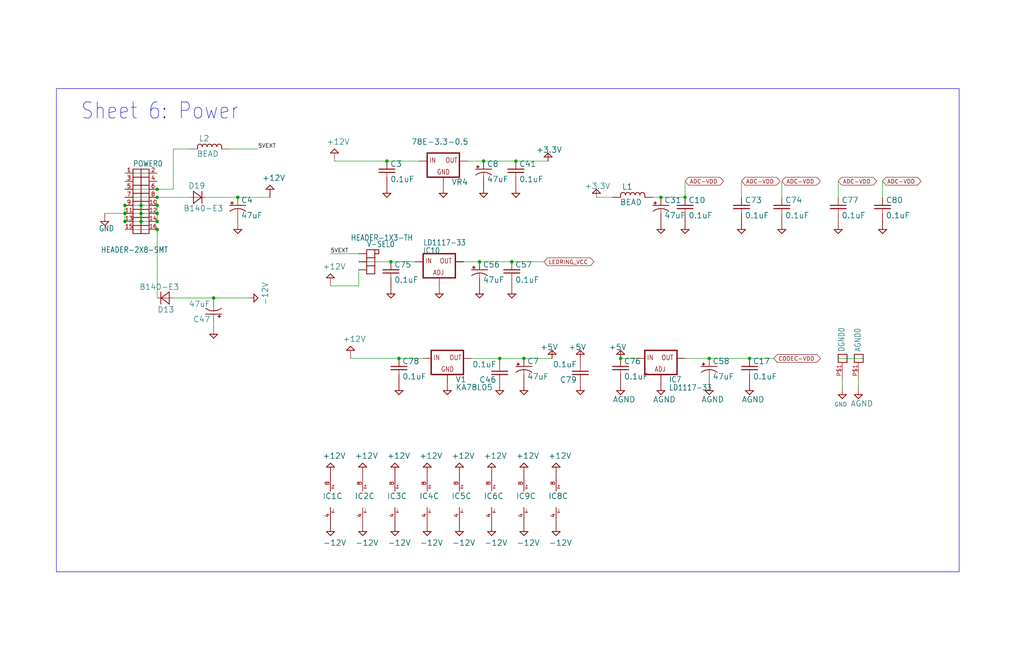
<source format=kicad_sch>
(kicad_sch
	(version 20231120)
	(generator "eeschema")
	(generator_version "8.0")
	(uuid "eb60b632-6fc1-4685-b299-060573f0789a")
	(paper "User" 322.732 210.007)
	(lib_symbols
		(symbol "smrf-v1.0.1b-eagle-import:+12V"
			(power)
			(exclude_from_sim no)
			(in_bom yes)
			(on_board yes)
			(property "Reference" "#+12V"
				(at 0 0 0)
				(effects
					(font
						(size 1.27 1.27)
					)
					(hide yes)
				)
			)
			(property "Value" ""
				(at -2.54 2.54 0)
				(effects
					(font
						(size 1.778 1.778)
					)
					(justify left bottom)
				)
			)
			(property "Footprint" ""
				(at 0 0 0)
				(effects
					(font
						(size 1.27 1.27)
					)
					(hide yes)
				)
			)
			(property "Datasheet" ""
				(at 0 0 0)
				(effects
					(font
						(size 1.27 1.27)
					)
					(hide yes)
				)
			)
			(property "Description" "+12VDC"
				(at 0 0 0)
				(effects
					(font
						(size 1.27 1.27)
					)
					(hide yes)
				)
			)
			(property "ki_locked" ""
				(at 0 0 0)
				(effects
					(font
						(size 1.27 1.27)
					)
				)
			)
			(symbol "+12V_1_0"
				(polyline
					(pts
						(xy -1.27 0) (xy 1.27 0)
					)
					(stroke
						(width 0.254)
						(type solid)
					)
					(fill
						(type none)
					)
				)
				(polyline
					(pts
						(xy 0 1.27) (xy -1.27 0)
					)
					(stroke
						(width 0.254)
						(type solid)
					)
					(fill
						(type none)
					)
				)
				(polyline
					(pts
						(xy 1.27 0) (xy 0 1.27)
					)
					(stroke
						(width 0.254)
						(type solid)
					)
					(fill
						(type none)
					)
				)
				(pin power_in line
					(at 0 -2.54 90)
					(length 2.54)
					(name "+12V"
						(effects
							(font
								(size 0 0)
							)
						)
					)
					(number "1"
						(effects
							(font
								(size 0 0)
							)
						)
					)
				)
			)
		)
		(symbol "smrf-v1.0.1b-eagle-import:+3.3V"
			(power)
			(exclude_from_sim no)
			(in_bom yes)
			(on_board yes)
			(property "Reference" "#+3.3V"
				(at 0 0 0)
				(effects
					(font
						(size 1.27 1.27)
					)
					(hide yes)
				)
			)
			(property "Value" ""
				(at -3.81 0 0)
				(effects
					(font
						(size 1.778 1.778)
					)
					(justify left bottom)
				)
			)
			(property "Footprint" ""
				(at 0 0 0)
				(effects
					(font
						(size 1.27 1.27)
					)
					(hide yes)
				)
			)
			(property "Datasheet" ""
				(at 0 0 0)
				(effects
					(font
						(size 1.27 1.27)
					)
					(hide yes)
				)
			)
			(property "Description" "+3.3V"
				(at 0 0 0)
				(effects
					(font
						(size 1.27 1.27)
					)
					(hide yes)
				)
			)
			(property "ki_locked" ""
				(at 0 0 0)
				(effects
					(font
						(size 1.27 1.27)
					)
				)
			)
			(symbol "+3.3V_1_0"
				(polyline
					(pts
						(xy -1.27 -1.27) (xy 0 0)
					)
					(stroke
						(width 0.254)
						(type solid)
					)
					(fill
						(type none)
					)
				)
				(polyline
					(pts
						(xy 0 0) (xy 1.27 -1.27)
					)
					(stroke
						(width 0.254)
						(type solid)
					)
					(fill
						(type none)
					)
				)
				(polyline
					(pts
						(xy 1.27 -1.27) (xy -1.27 -1.27)
					)
					(stroke
						(width 0.254)
						(type solid)
					)
					(fill
						(type none)
					)
				)
				(pin power_in line
					(at 0 -2.54 90)
					(length 2.54)
					(name "+3.3V"
						(effects
							(font
								(size 0 0)
							)
						)
					)
					(number "1"
						(effects
							(font
								(size 0 0)
							)
						)
					)
				)
			)
		)
		(symbol "smrf-v1.0.1b-eagle-import:+5V"
			(power)
			(exclude_from_sim no)
			(in_bom yes)
			(on_board yes)
			(property "Reference" "#+5V"
				(at 0 0 0)
				(effects
					(font
						(size 1.27 1.27)
					)
					(hide yes)
				)
			)
			(property "Value" ""
				(at -3.81 0 0)
				(effects
					(font
						(size 1.778 1.778)
					)
					(justify left bottom)
				)
			)
			(property "Footprint" ""
				(at 0 0 0)
				(effects
					(font
						(size 1.27 1.27)
					)
					(hide yes)
				)
			)
			(property "Datasheet" ""
				(at 0 0 0)
				(effects
					(font
						(size 1.27 1.27)
					)
					(hide yes)
				)
			)
			(property "Description" "+5V"
				(at 0 0 0)
				(effects
					(font
						(size 1.27 1.27)
					)
					(hide yes)
				)
			)
			(property "ki_locked" ""
				(at 0 0 0)
				(effects
					(font
						(size 1.27 1.27)
					)
				)
			)
			(symbol "+5V_1_0"
				(polyline
					(pts
						(xy -1.27 -1.27) (xy 0 0)
					)
					(stroke
						(width 0.254)
						(type solid)
					)
					(fill
						(type none)
					)
				)
				(polyline
					(pts
						(xy 0 0) (xy 1.27 -1.27)
					)
					(stroke
						(width 0.254)
						(type solid)
					)
					(fill
						(type none)
					)
				)
				(polyline
					(pts
						(xy 1.27 -1.27) (xy -1.27 -1.27)
					)
					(stroke
						(width 0.254)
						(type solid)
					)
					(fill
						(type none)
					)
				)
				(pin power_in line
					(at 0 -2.54 90)
					(length 2.54)
					(name "+5V"
						(effects
							(font
								(size 0 0)
							)
						)
					)
					(number "1"
						(effects
							(font
								(size 0 0)
							)
						)
					)
				)
			)
		)
		(symbol "smrf-v1.0.1b-eagle-import:-12V"
			(power)
			(exclude_from_sim no)
			(in_bom yes)
			(on_board yes)
			(property "Reference" "#-12V"
				(at 0 0 0)
				(effects
					(font
						(size 1.27 1.27)
					)
					(hide yes)
				)
			)
			(property "Value" ""
				(at 5.08 -2.54 0)
				(effects
					(font
						(size 1.778 1.778)
					)
					(justify right top)
				)
			)
			(property "Footprint" ""
				(at 0 0 0)
				(effects
					(font
						(size 1.27 1.27)
					)
					(hide yes)
				)
			)
			(property "Datasheet" ""
				(at 0 0 0)
				(effects
					(font
						(size 1.27 1.27)
					)
					(hide yes)
				)
			)
			(property "Description" "-12VDC"
				(at 0 0 0)
				(effects
					(font
						(size 1.27 1.27)
					)
					(hide yes)
				)
			)
			(property "ki_locked" ""
				(at 0 0 0)
				(effects
					(font
						(size 1.27 1.27)
					)
				)
			)
			(symbol "-12V_1_0"
				(polyline
					(pts
						(xy -1.27 0) (xy 0 -1.27)
					)
					(stroke
						(width 0.254)
						(type solid)
					)
					(fill
						(type none)
					)
				)
				(polyline
					(pts
						(xy 0 -1.27) (xy 1.27 0)
					)
					(stroke
						(width 0.254)
						(type solid)
					)
					(fill
						(type none)
					)
				)
				(polyline
					(pts
						(xy 1.27 0) (xy -1.27 0)
					)
					(stroke
						(width 0.254)
						(type solid)
					)
					(fill
						(type none)
					)
				)
				(pin power_in line
					(at 0 2.54 270)
					(length 2.54)
					(name "-12V"
						(effects
							(font
								(size 0 0)
							)
						)
					)
					(number "1"
						(effects
							(font
								(size 0 0)
							)
						)
					)
				)
			)
		)
		(symbol "smrf-v1.0.1b-eagle-import:AGND"
			(power)
			(exclude_from_sim no)
			(in_bom yes)
			(on_board yes)
			(property "Reference" "#AGND"
				(at 0 0 0)
				(effects
					(font
						(size 1.27 1.27)
					)
					(hide yes)
				)
			)
			(property "Value" ""
				(at -2.54 -3.81 0)
				(effects
					(font
						(size 1.778 1.778)
					)
					(justify left bottom)
				)
			)
			(property "Footprint" ""
				(at 0 0 0)
				(effects
					(font
						(size 1.27 1.27)
					)
					(hide yes)
				)
			)
			(property "Datasheet" ""
				(at 0 0 0)
				(effects
					(font
						(size 1.27 1.27)
					)
					(hide yes)
				)
			)
			(property "Description" "Analog Signal Ground"
				(at 0 0 0)
				(effects
					(font
						(size 1.27 1.27)
					)
					(hide yes)
				)
			)
			(property "ki_locked" ""
				(at 0 0 0)
				(effects
					(font
						(size 1.27 1.27)
					)
				)
			)
			(symbol "AGND_1_0"
				(polyline
					(pts
						(xy -1.27 0) (xy 0 -1.27)
					)
					(stroke
						(width 0.254)
						(type solid)
					)
					(fill
						(type none)
					)
				)
				(polyline
					(pts
						(xy 0 -1.27) (xy 1.27 0)
					)
					(stroke
						(width 0.254)
						(type solid)
					)
					(fill
						(type none)
					)
				)
				(polyline
					(pts
						(xy 1.27 0) (xy -1.27 0)
					)
					(stroke
						(width 0.254)
						(type solid)
					)
					(fill
						(type none)
					)
				)
				(pin power_in line
					(at 0 2.54 270)
					(length 2.54)
					(name "AGND"
						(effects
							(font
								(size 0 0)
							)
						)
					)
					(number "1"
						(effects
							(font
								(size 0 0)
							)
						)
					)
				)
			)
		)
		(symbol "smrf-v1.0.1b-eagle-import:C-POL5"
			(exclude_from_sim no)
			(in_bom yes)
			(on_board yes)
			(property "Reference" "C"
				(at 1.016 0.635 0)
				(effects
					(font
						(size 1.778 1.778)
					)
					(justify left bottom)
				)
			)
			(property "Value" ""
				(at 1.016 -4.191 0)
				(effects
					(font
						(size 1.778 1.778)
					)
					(justify left bottom)
				)
			)
			(property "Footprint" "smrf-v1.0.1b:C-POL-5"
				(at 0 0 0)
				(effects
					(font
						(size 1.27 1.27)
					)
					(hide yes)
				)
			)
			(property "Datasheet" ""
				(at 0 0 0)
				(effects
					(font
						(size 1.27 1.27)
					)
					(hide yes)
				)
			)
			(property "Description" "Polarized Capacitor"
				(at 0 0 0)
				(effects
					(font
						(size 1.27 1.27)
					)
					(hide yes)
				)
			)
			(property "ki_locked" ""
				(at 0 0 0)
				(effects
					(font
						(size 1.27 1.27)
					)
				)
			)
			(symbol "C-POL5_1_0"
				(rectangle
					(start -2.253 0.668)
					(end -1.364 0.795)
					(stroke
						(width 0)
						(type default)
					)
					(fill
						(type outline)
					)
				)
				(rectangle
					(start -1.872 0.287)
					(end -1.745 1.176)
					(stroke
						(width 0)
						(type default)
					)
					(fill
						(type outline)
					)
				)
				(arc
					(start 0 -1.0161)
					(mid -1.3021 -1.2303)
					(end -2.4669 -1.8504)
					(stroke
						(width 0.254)
						(type solid)
					)
					(fill
						(type none)
					)
				)
				(polyline
					(pts
						(xy -2.54 0) (xy 2.54 0)
					)
					(stroke
						(width 0.254)
						(type solid)
					)
					(fill
						(type none)
					)
				)
				(polyline
					(pts
						(xy 0 -1.016) (xy 0 -2.54)
					)
					(stroke
						(width 0.1524)
						(type solid)
					)
					(fill
						(type none)
					)
				)
				(arc
					(start 2.4892 -1.8541)
					(mid 1.3158 -1.2194)
					(end 0 -1)
					(stroke
						(width 0.254)
						(type solid)
					)
					(fill
						(type none)
					)
				)
				(pin passive line
					(at 0 2.54 270)
					(length 2.54)
					(name "+"
						(effects
							(font
								(size 0 0)
							)
						)
					)
					(number "+"
						(effects
							(font
								(size 0 0)
							)
						)
					)
				)
				(pin passive line
					(at 0 -5.08 90)
					(length 2.54)
					(name "-"
						(effects
							(font
								(size 0 0)
							)
						)
					)
					(number "-"
						(effects
							(font
								(size 0 0)
							)
						)
					)
				)
			)
		)
		(symbol "smrf-v1.0.1b-eagle-import:CB"
			(exclude_from_sim no)
			(in_bom yes)
			(on_board yes)
			(property "Reference" "C"
				(at 1.016 0.635 0)
				(effects
					(font
						(size 1.778 1.778)
					)
					(justify left bottom)
				)
			)
			(property "Value" ""
				(at 1.016 -4.191 0)
				(effects
					(font
						(size 1.778 1.778)
					)
					(justify left bottom)
				)
			)
			(property "Footprint" "smrf-v1.0.1b:C0603"
				(at 0 0 0)
				(effects
					(font
						(size 1.27 1.27)
					)
					(hide yes)
				)
			)
			(property "Datasheet" ""
				(at 0 0 0)
				(effects
					(font
						(size 1.27 1.27)
					)
					(hide yes)
				)
			)
			(property "Description" "Non-Polarized Capacitor"
				(at 0 0 0)
				(effects
					(font
						(size 1.27 1.27)
					)
					(hide yes)
				)
			)
			(property "ki_locked" ""
				(at 0 0 0)
				(effects
					(font
						(size 1.27 1.27)
					)
				)
			)
			(symbol "CB_1_0"
				(polyline
					(pts
						(xy -2.54 -1.016) (xy 2.54 -1.016)
					)
					(stroke
						(width 0.254)
						(type solid)
					)
					(fill
						(type none)
					)
				)
				(polyline
					(pts
						(xy -2.54 -1.016) (xy 2.54 -1.016)
					)
					(stroke
						(width 0.254)
						(type solid)
					)
					(fill
						(type none)
					)
				)
				(polyline
					(pts
						(xy -2.54 0) (xy 2.54 0)
					)
					(stroke
						(width 0.254)
						(type solid)
					)
					(fill
						(type none)
					)
				)
				(polyline
					(pts
						(xy -2.54 0) (xy 2.54 0)
					)
					(stroke
						(width 0.254)
						(type solid)
					)
					(fill
						(type none)
					)
				)
				(polyline
					(pts
						(xy 0 -1.016) (xy 0 -2.54)
					)
					(stroke
						(width 0.1524)
						(type solid)
					)
					(fill
						(type none)
					)
				)
				(pin passive line
					(at 0 2.54 270)
					(length 2.54)
					(name "1"
						(effects
							(font
								(size 0 0)
							)
						)
					)
					(number "1"
						(effects
							(font
								(size 0 0)
							)
						)
					)
				)
				(pin passive line
					(at 0 -5.08 90)
					(length 2.54)
					(name "2"
						(effects
							(font
								(size 0 0)
							)
						)
					)
					(number "2"
						(effects
							(font
								(size 0 0)
							)
						)
					)
				)
			)
		)
		(symbol "smrf-v1.0.1b-eagle-import:DA"
			(exclude_from_sim no)
			(in_bom yes)
			(on_board yes)
			(property "Reference" "D"
				(at -2.9464 2.6416 0)
				(effects
					(font
						(size 1.778 1.778)
					)
					(justify left bottom)
				)
			)
			(property "Value" ""
				(at -4.4704 -4.4958 0)
				(effects
					(font
						(size 1.778 1.778)
					)
					(justify left bottom)
				)
			)
			(property "Footprint" "smrf-v1.0.1b:SMA"
				(at 0 0 0)
				(effects
					(font
						(size 1.27 1.27)
					)
					(hide yes)
				)
			)
			(property "Datasheet" ""
				(at 0 0 0)
				(effects
					(font
						(size 1.27 1.27)
					)
					(hide yes)
				)
			)
			(property "Description" "Diode"
				(at 0 0 0)
				(effects
					(font
						(size 1.27 1.27)
					)
					(hide yes)
				)
			)
			(property "ki_locked" ""
				(at 0 0 0)
				(effects
					(font
						(size 1.27 1.27)
					)
				)
			)
			(symbol "DA_1_0"
				(polyline
					(pts
						(xy -1.27 -1.905) (xy 1.27 0)
					)
					(stroke
						(width 0.254)
						(type solid)
					)
					(fill
						(type none)
					)
				)
				(polyline
					(pts
						(xy -1.27 1.905) (xy -1.27 -1.905)
					)
					(stroke
						(width 0.254)
						(type solid)
					)
					(fill
						(type none)
					)
				)
				(polyline
					(pts
						(xy 1.27 0) (xy -1.27 1.905)
					)
					(stroke
						(width 0.254)
						(type solid)
					)
					(fill
						(type none)
					)
				)
				(polyline
					(pts
						(xy 1.397 1.905) (xy 1.397 -1.905)
					)
					(stroke
						(width 0.254)
						(type solid)
					)
					(fill
						(type none)
					)
				)
				(pin passive line
					(at -2.54 0 0)
					(length 2.54)
					(name "A"
						(effects
							(font
								(size 0 0)
							)
						)
					)
					(number "A"
						(effects
							(font
								(size 0 0)
							)
						)
					)
				)
				(pin passive line
					(at 2.54 0 180)
					(length 2.54)
					(name "C"
						(effects
							(font
								(size 0 0)
							)
						)
					)
					(number "K"
						(effects
							(font
								(size 0 0)
							)
						)
					)
				)
			)
		)
		(symbol "smrf-v1.0.1b-eagle-import:GND"
			(power)
			(exclude_from_sim no)
			(in_bom yes)
			(on_board yes)
			(property "Reference" "#GND"
				(at 0 0 0)
				(effects
					(font
						(size 1.27 1.27)
					)
					(hide yes)
				)
			)
			(property "Value" ""
				(at 0 0 0)
				(effects
					(font
						(size 1.27 1.27)
					)
					(hide yes)
				)
			)
			(property "Footprint" ""
				(at 0 0 0)
				(effects
					(font
						(size 1.27 1.27)
					)
					(hide yes)
				)
			)
			(property "Datasheet" ""
				(at 0 0 0)
				(effects
					(font
						(size 1.27 1.27)
					)
					(hide yes)
				)
			)
			(property "Description" "Ground"
				(at 0 0 0)
				(effects
					(font
						(size 1.27 1.27)
					)
					(hide yes)
				)
			)
			(property "ki_locked" ""
				(at 0 0 0)
				(effects
					(font
						(size 1.27 1.27)
					)
				)
			)
			(symbol "GND_1_0"
				(polyline
					(pts
						(xy -1.27 0) (xy 0 -1.27)
					)
					(stroke
						(width 0.254)
						(type solid)
					)
					(fill
						(type none)
					)
				)
				(polyline
					(pts
						(xy 0 -1.27) (xy 1.27 0)
					)
					(stroke
						(width 0.254)
						(type solid)
					)
					(fill
						(type none)
					)
				)
				(polyline
					(pts
						(xy 1.27 0) (xy -1.27 0)
					)
					(stroke
						(width 0.254)
						(type solid)
					)
					(fill
						(type none)
					)
				)
				(pin power_in line
					(at 0 2.54 270)
					(length 2.54)
					(name "GND"
						(effects
							(font
								(size 0 0)
							)
						)
					)
					(number "1"
						(effects
							(font
								(size 0 0)
							)
						)
					)
				)
			)
		)
		(symbol "smrf-v1.0.1b-eagle-import:HEADER-1X3"
			(exclude_from_sim no)
			(in_bom yes)
			(on_board yes)
			(property "Reference" "JP"
				(at 0 7.112 0)
				(effects
					(font
						(size 1.778 1.5113)
					)
					(justify left bottom)
				)
			)
			(property "Value" ""
				(at 0 -3.556 0)
				(effects
					(font
						(size 1.778 1.5113)
					)
					(justify left bottom)
				)
			)
			(property "Footprint" "smrf-v1.0.1b:HEADER-1X3-TH"
				(at 0 0 0)
				(effects
					(font
						(size 1.27 1.27)
					)
					(hide yes)
				)
			)
			(property "Datasheet" ""
				(at 0 0 0)
				(effects
					(font
						(size 1.27 1.27)
					)
					(hide yes)
				)
			)
			(property "Description" "Male or Female Header 1x3 (35mil holes fits most square pins)"
				(at 0 0 0)
				(effects
					(font
						(size 1.27 1.27)
					)
					(hide yes)
				)
			)
			(property "ki_locked" ""
				(at 0 0 0)
				(effects
					(font
						(size 1.27 1.27)
					)
				)
			)
			(symbol "HEADER-1X3_1_0"
				(polyline
					(pts
						(xy 0 -1.27) (xy 0 1.27)
					)
					(stroke
						(width 0.254)
						(type solid)
					)
					(fill
						(type none)
					)
				)
				(polyline
					(pts
						(xy 0 1.27) (xy 2.54 1.27)
					)
					(stroke
						(width 0.254)
						(type solid)
					)
					(fill
						(type none)
					)
				)
				(polyline
					(pts
						(xy 0 3.81) (xy 0 1.27)
					)
					(stroke
						(width 0.254)
						(type solid)
					)
					(fill
						(type none)
					)
				)
				(polyline
					(pts
						(xy 0 6.35) (xy 0 3.81)
					)
					(stroke
						(width 0.254)
						(type solid)
					)
					(fill
						(type none)
					)
				)
				(polyline
					(pts
						(xy 2.54 -1.27) (xy 0 -1.27)
					)
					(stroke
						(width 0.254)
						(type solid)
					)
					(fill
						(type none)
					)
				)
				(polyline
					(pts
						(xy 2.54 1.27) (xy 2.54 -1.27)
					)
					(stroke
						(width 0.254)
						(type solid)
					)
					(fill
						(type none)
					)
				)
				(polyline
					(pts
						(xy 2.54 3.81) (xy 0 3.81)
					)
					(stroke
						(width 0.254)
						(type solid)
					)
					(fill
						(type none)
					)
				)
				(polyline
					(pts
						(xy 2.54 3.81) (xy 2.54 1.27)
					)
					(stroke
						(width 0.254)
						(type solid)
					)
					(fill
						(type none)
					)
				)
				(polyline
					(pts
						(xy 2.54 5.08) (xy 2.54 3.81)
					)
					(stroke
						(width 0.254)
						(type solid)
					)
					(fill
						(type none)
					)
				)
				(polyline
					(pts
						(xy 2.54 6.35) (xy 0 6.35)
					)
					(stroke
						(width 0.254)
						(type solid)
					)
					(fill
						(type none)
					)
				)
				(polyline
					(pts
						(xy 2.54 6.35) (xy 2.54 5.08)
					)
					(stroke
						(width 0.254)
						(type solid)
					)
					(fill
						(type none)
					)
				)
				(polyline
					(pts
						(xy 2.54 6.35) (xy 3.81 6.35)
					)
					(stroke
						(width 0.254)
						(type solid)
					)
					(fill
						(type none)
					)
				)
				(polyline
					(pts
						(xy 3.81 5.08) (xy 2.54 5.08)
					)
					(stroke
						(width 0.254)
						(type solid)
					)
					(fill
						(type none)
					)
				)
				(polyline
					(pts
						(xy 3.81 6.35) (xy 3.81 5.08)
					)
					(stroke
						(width 0.254)
						(type solid)
					)
					(fill
						(type none)
					)
				)
				(pin bidirectional line
					(at -2.54 5.08 0)
					(length 2.54)
					(name "P$1"
						(effects
							(font
								(size 0 0)
							)
						)
					)
					(number "P$1"
						(effects
							(font
								(size 0 0)
							)
						)
					)
				)
				(pin bidirectional line
					(at -2.54 2.54 0)
					(length 2.54)
					(name "P$2"
						(effects
							(font
								(size 0 0)
							)
						)
					)
					(number "P$2"
						(effects
							(font
								(size 0 0)
							)
						)
					)
				)
				(pin bidirectional line
					(at -2.54 0 0)
					(length 2.54)
					(name "P$3"
						(effects
							(font
								(size 0 0)
							)
						)
					)
					(number "P$3"
						(effects
							(font
								(size 0 0)
							)
						)
					)
				)
			)
		)
		(symbol "smrf-v1.0.1b-eagle-import:HEADER-2X8SHRD"
			(exclude_from_sim no)
			(in_bom yes)
			(on_board yes)
			(property "Reference" "H"
				(at -2.54 12.192 0)
				(effects
					(font
						(size 1.778 1.5113)
					)
					(justify left bottom)
				)
			)
			(property "Value" ""
				(at -2.54 -11.176 0)
				(effects
					(font
						(size 1.778 1.5113)
					)
					(justify left bottom)
				)
			)
			(property "Footprint" "smrf-v1.0.1b:HEADER-2X8-SMT-SHROUDED"
				(at 0 0 0)
				(effects
					(font
						(size 1.27 1.27)
					)
					(hide yes)
				)
			)
			(property "Datasheet" ""
				(at 0 0 0)
				(effects
					(font
						(size 1.27 1.27)
					)
					(hide yes)
				)
			)
			(property "Description" "SMT HEADER 2x8\nUnshrouded: Cixi Langling LL1010-5C (HI TEMP 2*8PIN)\nShrouded: Cixi Langling LL1007-3 (2*8PIN)"
				(at 0 0 0)
				(effects
					(font
						(size 1.27 1.27)
					)
					(hide yes)
				)
			)
			(property "ki_locked" ""
				(at 0 0 0)
				(effects
					(font
						(size 1.27 1.27)
					)
				)
			)
			(symbol "HEADER-2X8SHRD_1_0"
				(polyline
					(pts
						(xy -2.54 -8.89) (xy 0 -8.89)
					)
					(stroke
						(width 0.254)
						(type solid)
					)
					(fill
						(type none)
					)
				)
				(polyline
					(pts
						(xy -2.54 -6.35) (xy -2.54 -8.89)
					)
					(stroke
						(width 0.254)
						(type solid)
					)
					(fill
						(type none)
					)
				)
				(polyline
					(pts
						(xy -2.54 -6.35) (xy 2.54 -6.35)
					)
					(stroke
						(width 0.254)
						(type solid)
					)
					(fill
						(type none)
					)
				)
				(polyline
					(pts
						(xy -2.54 -3.81) (xy -2.54 -6.35)
					)
					(stroke
						(width 0.254)
						(type solid)
					)
					(fill
						(type none)
					)
				)
				(polyline
					(pts
						(xy -2.54 -3.81) (xy 2.54 -3.81)
					)
					(stroke
						(width 0.254)
						(type solid)
					)
					(fill
						(type none)
					)
				)
				(polyline
					(pts
						(xy -2.54 -1.27) (xy -2.54 -3.81)
					)
					(stroke
						(width 0.254)
						(type solid)
					)
					(fill
						(type none)
					)
				)
				(polyline
					(pts
						(xy -2.54 1.27) (xy -2.54 -1.27)
					)
					(stroke
						(width 0.254)
						(type solid)
					)
					(fill
						(type none)
					)
				)
				(polyline
					(pts
						(xy -2.54 1.27) (xy 2.54 1.27)
					)
					(stroke
						(width 0.254)
						(type solid)
					)
					(fill
						(type none)
					)
				)
				(polyline
					(pts
						(xy -2.54 3.81) (xy -2.54 1.27)
					)
					(stroke
						(width 0.254)
						(type solid)
					)
					(fill
						(type none)
					)
				)
				(polyline
					(pts
						(xy -2.54 6.35) (xy -2.54 3.81)
					)
					(stroke
						(width 0.254)
						(type solid)
					)
					(fill
						(type none)
					)
				)
				(polyline
					(pts
						(xy -2.54 6.35) (xy 2.54 6.35)
					)
					(stroke
						(width 0.254)
						(type solid)
					)
					(fill
						(type none)
					)
				)
				(polyline
					(pts
						(xy -2.54 8.89) (xy -2.54 6.35)
					)
					(stroke
						(width 0.254)
						(type solid)
					)
					(fill
						(type none)
					)
				)
				(polyline
					(pts
						(xy -2.54 11.43) (xy -2.54 8.89)
					)
					(stroke
						(width 0.254)
						(type solid)
					)
					(fill
						(type none)
					)
				)
				(polyline
					(pts
						(xy 0 -8.89) (xy 2.54 -8.89)
					)
					(stroke
						(width 0.254)
						(type solid)
					)
					(fill
						(type none)
					)
				)
				(polyline
					(pts
						(xy 0 11.43) (xy -2.54 11.43)
					)
					(stroke
						(width 0.254)
						(type solid)
					)
					(fill
						(type none)
					)
				)
				(polyline
					(pts
						(xy 0 11.43) (xy 0 -8.89)
					)
					(stroke
						(width 0.254)
						(type solid)
					)
					(fill
						(type none)
					)
				)
				(polyline
					(pts
						(xy 2.54 -8.89) (xy 2.54 -6.35)
					)
					(stroke
						(width 0.254)
						(type solid)
					)
					(fill
						(type none)
					)
				)
				(polyline
					(pts
						(xy 2.54 -6.35) (xy 2.54 -3.81)
					)
					(stroke
						(width 0.254)
						(type solid)
					)
					(fill
						(type none)
					)
				)
				(polyline
					(pts
						(xy 2.54 -3.81) (xy 2.54 -1.27)
					)
					(stroke
						(width 0.254)
						(type solid)
					)
					(fill
						(type none)
					)
				)
				(polyline
					(pts
						(xy 2.54 -1.27) (xy -2.54 -1.27)
					)
					(stroke
						(width 0.254)
						(type solid)
					)
					(fill
						(type none)
					)
				)
				(polyline
					(pts
						(xy 2.54 -1.27) (xy 2.54 1.27)
					)
					(stroke
						(width 0.254)
						(type solid)
					)
					(fill
						(type none)
					)
				)
				(polyline
					(pts
						(xy 2.54 1.27) (xy 2.54 3.81)
					)
					(stroke
						(width 0.254)
						(type solid)
					)
					(fill
						(type none)
					)
				)
				(polyline
					(pts
						(xy 2.54 3.81) (xy -2.54 3.81)
					)
					(stroke
						(width 0.254)
						(type solid)
					)
					(fill
						(type none)
					)
				)
				(polyline
					(pts
						(xy 2.54 3.81) (xy 2.54 6.35)
					)
					(stroke
						(width 0.254)
						(type solid)
					)
					(fill
						(type none)
					)
				)
				(polyline
					(pts
						(xy 2.54 6.35) (xy 2.54 8.89)
					)
					(stroke
						(width 0.254)
						(type solid)
					)
					(fill
						(type none)
					)
				)
				(polyline
					(pts
						(xy 2.54 8.89) (xy -2.54 8.89)
					)
					(stroke
						(width 0.254)
						(type solid)
					)
					(fill
						(type none)
					)
				)
				(polyline
					(pts
						(xy 2.54 8.89) (xy 2.54 11.43)
					)
					(stroke
						(width 0.254)
						(type solid)
					)
					(fill
						(type none)
					)
				)
				(polyline
					(pts
						(xy 2.54 11.43) (xy 0 11.43)
					)
					(stroke
						(width 0.254)
						(type solid)
					)
					(fill
						(type none)
					)
				)
				(pin bidirectional line
					(at -5.08 10.16 0)
					(length 2.54)
					(name "P$1"
						(effects
							(font
								(size 0 0)
							)
						)
					)
					(number "1"
						(effects
							(font
								(size 1.27 1.27)
							)
						)
					)
				)
				(pin bidirectional line
					(at 5.08 0 180)
					(length 2.54)
					(name "P$10"
						(effects
							(font
								(size 0 0)
							)
						)
					)
					(number "10"
						(effects
							(font
								(size 1.27 1.27)
							)
						)
					)
				)
				(pin bidirectional line
					(at -5.08 -2.54 0)
					(length 2.54)
					(name "P$11"
						(effects
							(font
								(size 0 0)
							)
						)
					)
					(number "11"
						(effects
							(font
								(size 1.27 1.27)
							)
						)
					)
				)
				(pin bidirectional line
					(at 5.08 -2.54 180)
					(length 2.54)
					(name "P$12"
						(effects
							(font
								(size 0 0)
							)
						)
					)
					(number "12"
						(effects
							(font
								(size 1.27 1.27)
							)
						)
					)
				)
				(pin bidirectional line
					(at -5.08 -5.08 0)
					(length 2.54)
					(name "P$13"
						(effects
							(font
								(size 0 0)
							)
						)
					)
					(number "13"
						(effects
							(font
								(size 1.27 1.27)
							)
						)
					)
				)
				(pin bidirectional line
					(at 5.08 -5.08 180)
					(length 2.54)
					(name "P$14"
						(effects
							(font
								(size 0 0)
							)
						)
					)
					(number "14"
						(effects
							(font
								(size 1.27 1.27)
							)
						)
					)
				)
				(pin bidirectional line
					(at -5.08 -7.62 0)
					(length 2.54)
					(name "P$15"
						(effects
							(font
								(size 0 0)
							)
						)
					)
					(number "15"
						(effects
							(font
								(size 1.27 1.27)
							)
						)
					)
				)
				(pin bidirectional line
					(at 5.08 -7.62 180)
					(length 2.54)
					(name "P$16"
						(effects
							(font
								(size 0 0)
							)
						)
					)
					(number "16"
						(effects
							(font
								(size 1.27 1.27)
							)
						)
					)
				)
				(pin bidirectional line
					(at 5.08 10.16 180)
					(length 2.54)
					(name "P$2"
						(effects
							(font
								(size 0 0)
							)
						)
					)
					(number "2"
						(effects
							(font
								(size 1.27 1.27)
							)
						)
					)
				)
				(pin bidirectional line
					(at -5.08 7.62 0)
					(length 2.54)
					(name "P$3"
						(effects
							(font
								(size 0 0)
							)
						)
					)
					(number "3"
						(effects
							(font
								(size 1.27 1.27)
							)
						)
					)
				)
				(pin bidirectional line
					(at 5.08 7.62 180)
					(length 2.54)
					(name "P$4"
						(effects
							(font
								(size 0 0)
							)
						)
					)
					(number "4"
						(effects
							(font
								(size 1.27 1.27)
							)
						)
					)
				)
				(pin bidirectional line
					(at -5.08 5.08 0)
					(length 2.54)
					(name "P$5"
						(effects
							(font
								(size 0 0)
							)
						)
					)
					(number "5"
						(effects
							(font
								(size 1.27 1.27)
							)
						)
					)
				)
				(pin bidirectional line
					(at 5.08 5.08 180)
					(length 2.54)
					(name "P$6"
						(effects
							(font
								(size 0 0)
							)
						)
					)
					(number "6"
						(effects
							(font
								(size 1.27 1.27)
							)
						)
					)
				)
				(pin bidirectional line
					(at -5.08 2.54 0)
					(length 2.54)
					(name "P$7"
						(effects
							(font
								(size 0 0)
							)
						)
					)
					(number "7"
						(effects
							(font
								(size 1.27 1.27)
							)
						)
					)
				)
				(pin bidirectional line
					(at 5.08 2.54 180)
					(length 2.54)
					(name "P$8"
						(effects
							(font
								(size 0 0)
							)
						)
					)
					(number "8"
						(effects
							(font
								(size 1.27 1.27)
							)
						)
					)
				)
				(pin bidirectional line
					(at -5.08 0 0)
					(length 2.54)
					(name "P$9"
						(effects
							(font
								(size 0 0)
							)
						)
					)
					(number "9"
						(effects
							(font
								(size 1.27 1.27)
							)
						)
					)
				)
			)
		)
		(symbol "smrf-v1.0.1b-eagle-import:LB"
			(exclude_from_sim no)
			(in_bom yes)
			(on_board yes)
			(property "Reference" "L"
				(at -2.159 2.34 0)
				(effects
					(font
						(size 1.778 1.778)
					)
					(justify left bottom)
				)
			)
			(property "Value" ""
				(at -2.794 -2.54 0)
				(effects
					(font
						(size 1.778 1.778)
					)
					(justify left bottom)
				)
			)
			(property "Footprint" "smrf-v1.0.1b:0603"
				(at 0 0 0)
				(effects
					(font
						(size 1.27 1.27)
					)
					(hide yes)
				)
			)
			(property "Datasheet" ""
				(at 0 0 0)
				(effects
					(font
						(size 1.27 1.27)
					)
					(hide yes)
				)
			)
			(property "Description" "Inductor"
				(at 0 0 0)
				(effects
					(font
						(size 1.27 1.27)
					)
					(hide yes)
				)
			)
			(property "ki_locked" ""
				(at 0 0 0)
				(effects
					(font
						(size 1.27 1.27)
					)
				)
			)
			(symbol "LB_1_0"
				(arc
					(start -1.016 0.7618)
					(mid -1.7779 1.5239)
					(end -2.54 0.762)
					(stroke
						(width 0.254)
						(type solid)
					)
					(fill
						(type none)
					)
				)
				(polyline
					(pts
						(xy -2.54 0.762) (xy -2.54 0)
					)
					(stroke
						(width 0.254)
						(type solid)
					)
					(fill
						(type none)
					)
				)
				(polyline
					(pts
						(xy 5.08 0.762) (xy 5.08 0)
					)
					(stroke
						(width 0.254)
						(type solid)
					)
					(fill
						(type none)
					)
				)
				(arc
					(start 0.508 0.7618)
					(mid -0.2539 1.5239)
					(end -1.016 0.762)
					(stroke
						(width 0.254)
						(type solid)
					)
					(fill
						(type none)
					)
				)
				(arc
					(start 2.032 0.7618)
					(mid 1.2701 1.5239)
					(end 0.508 0.762)
					(stroke
						(width 0.254)
						(type solid)
					)
					(fill
						(type none)
					)
				)
				(arc
					(start 3.556 0.7618)
					(mid 2.7941 1.5239)
					(end 2.032 0.762)
					(stroke
						(width 0.254)
						(type solid)
					)
					(fill
						(type none)
					)
				)
				(arc
					(start 5.08 0.7618)
					(mid 4.3181 1.5239)
					(end 3.556 0.762)
					(stroke
						(width 0.254)
						(type solid)
					)
					(fill
						(type none)
					)
				)
				(pin passive line
					(at -5.08 0 0)
					(length 2.54)
					(name "1"
						(effects
							(font
								(size 0 0)
							)
						)
					)
					(number "1"
						(effects
							(font
								(size 0 0)
							)
						)
					)
				)
				(pin passive line
					(at 7.62 0 180)
					(length 2.54)
					(name "4"
						(effects
							(font
								(size 0 0)
							)
						)
					)
					(number "2"
						(effects
							(font
								(size 0 0)
							)
						)
					)
				)
			)
		)
		(symbol "smrf-v1.0.1b-eagle-import:LD1117S"
			(exclude_from_sim no)
			(in_bom yes)
			(on_board yes)
			(property "Reference" "IC"
				(at 2.54 -7.62 0)
				(effects
					(font
						(size 1.778 1.5113)
					)
					(justify left bottom)
				)
			)
			(property "Value" ""
				(at 2.54 -10.16 0)
				(effects
					(font
						(size 1.778 1.5113)
					)
					(justify left bottom)
				)
			)
			(property "Footprint" "smrf-v1.0.1b:SOT223"
				(at 0 0 0)
				(effects
					(font
						(size 1.27 1.27)
					)
					(hide yes)
				)
			)
			(property "Datasheet" ""
				(at 0 0 0)
				(effects
					(font
						(size 1.27 1.27)
					)
					(hide yes)
				)
			)
			(property "Description" "Low drop fixed and adjustable positive voltage regulators 1 A\n\nSource: http://www.st.com/stonline/products/literature/ds/7194/ld1117axx.pdf"
				(at 0 0 0)
				(effects
					(font
						(size 1.27 1.27)
					)
					(hide yes)
				)
			)
			(property "ki_locked" ""
				(at 0 0 0)
				(effects
					(font
						(size 1.27 1.27)
					)
				)
			)
			(symbol "LD1117S_1_0"
				(polyline
					(pts
						(xy -5.08 -5.08) (xy 5.08 -5.08)
					)
					(stroke
						(width 0.4064)
						(type solid)
					)
					(fill
						(type none)
					)
				)
				(polyline
					(pts
						(xy -5.08 2.54) (xy -5.08 -5.08)
					)
					(stroke
						(width 0.4064)
						(type solid)
					)
					(fill
						(type none)
					)
				)
				(polyline
					(pts
						(xy 5.08 -5.08) (xy 5.08 2.54)
					)
					(stroke
						(width 0.4064)
						(type solid)
					)
					(fill
						(type none)
					)
				)
				(polyline
					(pts
						(xy 5.08 2.54) (xy -5.08 2.54)
					)
					(stroke
						(width 0.4064)
						(type solid)
					)
					(fill
						(type none)
					)
				)
				(text "ADJ"
					(at -2.032 -4.318 0)
					(effects
						(font
							(size 1.524 1.2954)
						)
						(justify left bottom)
					)
				)
				(text "IN"
					(at -4.445 -0.635 0)
					(effects
						(font
							(size 1.524 1.2954)
						)
						(justify left bottom)
					)
				)
				(text "OUT"
					(at 0.127 -0.635 0)
					(effects
						(font
							(size 1.524 1.2954)
						)
						(justify left bottom)
					)
				)
				(pin input line
					(at 0 -7.62 90)
					(length 2.54)
					(name "ADJ"
						(effects
							(font
								(size 0 0)
							)
						)
					)
					(number "1"
						(effects
							(font
								(size 0 0)
							)
						)
					)
				)
				(pin passive line
					(at 7.62 0 180)
					(length 2.54)
					(name "OUT"
						(effects
							(font
								(size 0 0)
							)
						)
					)
					(number "2"
						(effects
							(font
								(size 0 0)
							)
						)
					)
				)
				(pin input line
					(at -7.62 0 0)
					(length 2.54)
					(name "IN"
						(effects
							(font
								(size 0 0)
							)
						)
					)
					(number "3"
						(effects
							(font
								(size 0 0)
							)
						)
					)
				)
				(pin passive line
					(at 7.62 0 180)
					(length 2.54)
					(name "OUT"
						(effects
							(font
								(size 0 0)
							)
						)
					)
					(number "4"
						(effects
							(font
								(size 0 0)
							)
						)
					)
				)
			)
		)
		(symbol "smrf-v1.0.1b-eagle-import:OPAMP-2TL072T"
			(exclude_from_sim no)
			(in_bom yes)
			(on_board yes)
			(property "Reference" "IC"
				(at -2.54 0 0)
				(effects
					(font
						(size 1.778 1.778)
					)
					(justify left bottom)
				)
			)
			(property "Value" ""
				(at 2.54 -5.08 0)
				(effects
					(font
						(size 1.778 1.778)
					)
					(justify left bottom)
					(hide yes)
				)
			)
			(property "Footprint" "smrf-v1.0.1b:TSSOP8"
				(at 0 0 0)
				(effects
					(font
						(size 1.27 1.27)
					)
					(hide yes)
				)
			)
			(property "Datasheet" ""
				(at 0 0 0)
				(effects
					(font
						(size 1.27 1.27)
					)
					(hide yes)
				)
			)
			(property "Description" "Dual OPAMP"
				(at 0 0 0)
				(effects
					(font
						(size 1.27 1.27)
					)
					(hide yes)
				)
			)
			(property "ki_locked" ""
				(at 0 0 0)
				(effects
					(font
						(size 1.27 1.27)
					)
				)
			)
			(symbol "OPAMP-2TL072T_1_0"
				(polyline
					(pts
						(xy -5.08 -5.08) (xy 5.08 0)
					)
					(stroke
						(width 0.4064)
						(type solid)
					)
					(fill
						(type none)
					)
				)
				(polyline
					(pts
						(xy -5.08 5.08) (xy -5.08 -5.08)
					)
					(stroke
						(width 0.4064)
						(type solid)
					)
					(fill
						(type none)
					)
				)
				(polyline
					(pts
						(xy -4.445 -2.54) (xy -3.175 -2.54)
					)
					(stroke
						(width 0.1524)
						(type solid)
					)
					(fill
						(type none)
					)
				)
				(polyline
					(pts
						(xy -4.445 2.54) (xy -3.175 2.54)
					)
					(stroke
						(width 0.1524)
						(type solid)
					)
					(fill
						(type none)
					)
				)
				(polyline
					(pts
						(xy -3.81 3.175) (xy -3.81 1.905)
					)
					(stroke
						(width 0.1524)
						(type solid)
					)
					(fill
						(type none)
					)
				)
				(polyline
					(pts
						(xy 5.08 0) (xy -5.08 5.08)
					)
					(stroke
						(width 0.4064)
						(type solid)
					)
					(fill
						(type none)
					)
				)
				(pin output line
					(at 7.62 0 180)
					(length 2.54)
					(name "OUT"
						(effects
							(font
								(size 0 0)
							)
						)
					)
					(number "1"
						(effects
							(font
								(size 1.27 1.27)
							)
						)
					)
				)
				(pin input line
					(at -7.62 -2.54 0)
					(length 2.54)
					(name "-IN"
						(effects
							(font
								(size 0 0)
							)
						)
					)
					(number "2"
						(effects
							(font
								(size 1.27 1.27)
							)
						)
					)
				)
				(pin input line
					(at -7.62 2.54 0)
					(length 2.54)
					(name "+IN"
						(effects
							(font
								(size 0 0)
							)
						)
					)
					(number "3"
						(effects
							(font
								(size 1.27 1.27)
							)
						)
					)
				)
			)
			(symbol "OPAMP-2TL072T_2_0"
				(polyline
					(pts
						(xy -5.08 -5.08) (xy 5.08 0)
					)
					(stroke
						(width 0.4064)
						(type solid)
					)
					(fill
						(type none)
					)
				)
				(polyline
					(pts
						(xy -5.08 5.08) (xy -5.08 -5.08)
					)
					(stroke
						(width 0.4064)
						(type solid)
					)
					(fill
						(type none)
					)
				)
				(polyline
					(pts
						(xy -4.445 -2.54) (xy -3.175 -2.54)
					)
					(stroke
						(width 0.1524)
						(type solid)
					)
					(fill
						(type none)
					)
				)
				(polyline
					(pts
						(xy -4.445 2.54) (xy -3.175 2.54)
					)
					(stroke
						(width 0.1524)
						(type solid)
					)
					(fill
						(type none)
					)
				)
				(polyline
					(pts
						(xy -3.81 3.175) (xy -3.81 1.905)
					)
					(stroke
						(width 0.1524)
						(type solid)
					)
					(fill
						(type none)
					)
				)
				(polyline
					(pts
						(xy 5.08 0) (xy -5.08 5.08)
					)
					(stroke
						(width 0.4064)
						(type solid)
					)
					(fill
						(type none)
					)
				)
				(pin input line
					(at -7.62 2.54 0)
					(length 2.54)
					(name "+IN"
						(effects
							(font
								(size 0 0)
							)
						)
					)
					(number "5"
						(effects
							(font
								(size 1.27 1.27)
							)
						)
					)
				)
				(pin input line
					(at -7.62 -2.54 0)
					(length 2.54)
					(name "-IN"
						(effects
							(font
								(size 0 0)
							)
						)
					)
					(number "6"
						(effects
							(font
								(size 1.27 1.27)
							)
						)
					)
				)
				(pin output line
					(at 7.62 0 180)
					(length 2.54)
					(name "OUT"
						(effects
							(font
								(size 0 0)
							)
						)
					)
					(number "7"
						(effects
							(font
								(size 1.27 1.27)
							)
						)
					)
				)
			)
			(symbol "OPAMP-2TL072T_3_0"
				(text "V+"
					(at 1.27 3.175 900)
					(effects
						(font
							(size 0.8128 0.6908)
						)
						(justify left bottom)
					)
				)
				(text "V-"
					(at 1.27 -4.445 900)
					(effects
						(font
							(size 0.8128 0.6908)
						)
						(justify left bottom)
					)
				)
				(pin power_in line
					(at 0 -7.62 90)
					(length 5.08)
					(name "V-"
						(effects
							(font
								(size 0 0)
							)
						)
					)
					(number "4"
						(effects
							(font
								(size 1.27 1.27)
							)
						)
					)
				)
				(pin power_in line
					(at 0 7.62 270)
					(length 5.08)
					(name "V+"
						(effects
							(font
								(size 0 0)
							)
						)
					)
					(number "8"
						(effects
							(font
								(size 1.27 1.27)
							)
						)
					)
				)
			)
		)
		(symbol "smrf-v1.0.1b-eagle-import:PAD-06"
			(exclude_from_sim no)
			(in_bom yes)
			(on_board yes)
			(property "Reference" "TP"
				(at 3.302 -0.762 0)
				(effects
					(font
						(size 1.778 1.5113)
					)
					(justify left bottom)
				)
			)
			(property "Value" ""
				(at 0 0 0)
				(effects
					(font
						(size 1.27 1.27)
					)
					(hide yes)
				)
			)
			(property "Footprint" "smrf-v1.0.1b:PAD-06"
				(at 0 0 0)
				(effects
					(font
						(size 1.27 1.27)
					)
					(hide yes)
				)
			)
			(property "Datasheet" ""
				(at 0 0 0)
				(effects
					(font
						(size 1.27 1.27)
					)
					(hide yes)
				)
			)
			(property "Description" ""
				(at 0 0 0)
				(effects
					(font
						(size 1.27 1.27)
					)
					(hide yes)
				)
			)
			(property "ki_locked" ""
				(at 0 0 0)
				(effects
					(font
						(size 1.27 1.27)
					)
				)
			)
			(symbol "PAD-06_1_0"
				(polyline
					(pts
						(xy 0 -1.524) (xy 2.54 -1.524)
					)
					(stroke
						(width 0.254)
						(type solid)
					)
					(fill
						(type none)
					)
				)
				(polyline
					(pts
						(xy 0 1.27) (xy 0 -1.524)
					)
					(stroke
						(width 0.254)
						(type solid)
					)
					(fill
						(type none)
					)
				)
				(polyline
					(pts
						(xy 2.54 -1.524) (xy 2.54 1.27)
					)
					(stroke
						(width 0.254)
						(type solid)
					)
					(fill
						(type none)
					)
				)
				(polyline
					(pts
						(xy 2.54 1.27) (xy 0 1.27)
					)
					(stroke
						(width 0.254)
						(type solid)
					)
					(fill
						(type none)
					)
				)
				(pin bidirectional line
					(at -5.08 0 0)
					(length 5.08)
					(name "1"
						(effects
							(font
								(size 0 0)
							)
						)
					)
					(number "P$1"
						(effects
							(font
								(size 1.27 1.27)
							)
						)
					)
				)
			)
		)
		(symbol "smrf-v1.0.1b-eagle-import:VREG-DCDC"
			(exclude_from_sim no)
			(in_bom yes)
			(on_board yes)
			(property "Reference" "V"
				(at 2.54 -5.08 0)
				(effects
					(font
						(size 1.778 1.778)
					)
					(justify left bottom)
				)
			)
			(property "Value" ""
				(at 2.54 -7.62 0)
				(effects
					(font
						(size 1.778 1.778)
					)
					(justify left bottom)
				)
			)
			(property "Footprint" "smrf-v1.0.1b:RECOM-DCDC"
				(at 0 0 0)
				(effects
					(font
						(size 1.27 1.27)
					)
					(hide yes)
				)
			)
			(property "Datasheet" ""
				(at 0 0 0)
				(effects
					(font
						(size 1.27 1.27)
					)
					(hide yes)
				)
			)
			(property "Description" ""
				(at 0 0 0)
				(effects
					(font
						(size 1.27 1.27)
					)
					(hide yes)
				)
			)
			(property "ki_locked" ""
				(at 0 0 0)
				(effects
					(font
						(size 1.27 1.27)
					)
				)
			)
			(symbol "VREG-DCDC_1_0"
				(polyline
					(pts
						(xy -5.08 -2.54) (xy 5.08 -2.54)
					)
					(stroke
						(width 0.4064)
						(type solid)
					)
					(fill
						(type none)
					)
				)
				(polyline
					(pts
						(xy -5.08 5.08) (xy -5.08 -2.54)
					)
					(stroke
						(width 0.4064)
						(type solid)
					)
					(fill
						(type none)
					)
				)
				(polyline
					(pts
						(xy 5.08 -2.54) (xy 5.08 5.08)
					)
					(stroke
						(width 0.4064)
						(type solid)
					)
					(fill
						(type none)
					)
				)
				(polyline
					(pts
						(xy 5.08 5.08) (xy -5.08 5.08)
					)
					(stroke
						(width 0.4064)
						(type solid)
					)
					(fill
						(type none)
					)
				)
				(text "GND"
					(at -2.032 -1.778 0)
					(effects
						(font
							(size 1.524 1.2954)
						)
						(justify left bottom)
					)
				)
				(text "IN"
					(at -4.445 1.905 0)
					(effects
						(font
							(size 1.524 1.2954)
						)
						(justify left bottom)
					)
				)
				(text "OUT"
					(at 0.635 1.905 0)
					(effects
						(font
							(size 1.524 1.2954)
						)
						(justify left bottom)
					)
				)
				(pin input line
					(at -7.62 2.54 0)
					(length 2.54)
					(name "IN"
						(effects
							(font
								(size 0 0)
							)
						)
					)
					(number "P$1"
						(effects
							(font
								(size 0 0)
							)
						)
					)
				)
				(pin input line
					(at 0 -5.08 90)
					(length 2.54)
					(name "GND"
						(effects
							(font
								(size 0 0)
							)
						)
					)
					(number "P$2"
						(effects
							(font
								(size 0 0)
							)
						)
					)
				)
				(pin passive line
					(at 7.62 2.54 180)
					(length 2.54)
					(name "OUT"
						(effects
							(font
								(size 0 0)
							)
						)
					)
					(number "P$3"
						(effects
							(font
								(size 0 0)
							)
						)
					)
				)
			)
		)
		(symbol "smrf-v1.0.1b-eagle-import:VREG-KA78LXX"
			(exclude_from_sim no)
			(in_bom yes)
			(on_board yes)
			(property "Reference" "V"
				(at 2.54 -5.08 0)
				(effects
					(font
						(size 1.778 1.778)
					)
					(justify left bottom)
				)
			)
			(property "Value" ""
				(at 2.54 -7.62 0)
				(effects
					(font
						(size 1.778 1.778)
					)
					(justify left bottom)
				)
			)
			(property "Footprint" "smrf-v1.0.1b:SOT89"
				(at 0 0 0)
				(effects
					(font
						(size 1.27 1.27)
					)
					(hide yes)
				)
			)
			(property "Datasheet" ""
				(at 0 0 0)
				(effects
					(font
						(size 1.27 1.27)
					)
					(hide yes)
				)
			)
			(property "Description" ""
				(at 0 0 0)
				(effects
					(font
						(size 1.27 1.27)
					)
					(hide yes)
				)
			)
			(property "ki_locked" ""
				(at 0 0 0)
				(effects
					(font
						(size 1.27 1.27)
					)
				)
			)
			(symbol "VREG-KA78LXX_1_0"
				(polyline
					(pts
						(xy -5.08 -2.54) (xy 5.08 -2.54)
					)
					(stroke
						(width 0.4064)
						(type solid)
					)
					(fill
						(type none)
					)
				)
				(polyline
					(pts
						(xy -5.08 5.08) (xy -5.08 -2.54)
					)
					(stroke
						(width 0.4064)
						(type solid)
					)
					(fill
						(type none)
					)
				)
				(polyline
					(pts
						(xy 5.08 -2.54) (xy 5.08 5.08)
					)
					(stroke
						(width 0.4064)
						(type solid)
					)
					(fill
						(type none)
					)
				)
				(polyline
					(pts
						(xy 5.08 5.08) (xy -5.08 5.08)
					)
					(stroke
						(width 0.4064)
						(type solid)
					)
					(fill
						(type none)
					)
				)
				(text "GND"
					(at -2.032 -1.778 0)
					(effects
						(font
							(size 1.524 1.2954)
						)
						(justify left bottom)
					)
				)
				(text "IN"
					(at -4.445 1.905 0)
					(effects
						(font
							(size 1.524 1.2954)
						)
						(justify left bottom)
					)
				)
				(text "OUT"
					(at 0.635 1.905 0)
					(effects
						(font
							(size 1.524 1.2954)
						)
						(justify left bottom)
					)
				)
				(pin passive line
					(at 7.62 2.54 180)
					(length 2.54)
					(name "OUT"
						(effects
							(font
								(size 0 0)
							)
						)
					)
					(number "1"
						(effects
							(font
								(size 0 0)
							)
						)
					)
				)
				(pin input line
					(at 0 -5.08 90)
					(length 2.54)
					(name "GND"
						(effects
							(font
								(size 0 0)
							)
						)
					)
					(number "2A"
						(effects
							(font
								(size 0 0)
							)
						)
					)
				)
				(pin input line
					(at 0 -5.08 90)
					(length 2.54)
					(name "GND"
						(effects
							(font
								(size 0 0)
							)
						)
					)
					(number "2B"
						(effects
							(font
								(size 0 0)
							)
						)
					)
				)
				(pin input line
					(at -7.62 2.54 0)
					(length 2.54)
					(name "IN"
						(effects
							(font
								(size 0 0)
							)
						)
					)
					(number "3"
						(effects
							(font
								(size 0 0)
							)
						)
					)
				)
			)
		)
		(symbol "smrf-v1.0.1b-eagle-import:supply2_GND"
			(power)
			(exclude_from_sim no)
			(in_bom yes)
			(on_board yes)
			(property "Reference" "#SUPPLY"
				(at 0 0 0)
				(effects
					(font
						(size 1.27 1.27)
					)
					(hide yes)
				)
			)
			(property "Value" ""
				(at -1.905 -3.175 0)
				(effects
					(font
						(size 1.778 1.5113)
					)
					(justify left bottom)
				)
			)
			(property "Footprint" ""
				(at 0 0 0)
				(effects
					(font
						(size 1.27 1.27)
					)
					(hide yes)
				)
			)
			(property "Datasheet" ""
				(at 0 0 0)
				(effects
					(font
						(size 1.27 1.27)
					)
					(hide yes)
				)
			)
			(property "Description" "SUPPLY SYMBOL"
				(at 0 0 0)
				(effects
					(font
						(size 1.27 1.27)
					)
					(hide yes)
				)
			)
			(property "ki_locked" ""
				(at 0 0 0)
				(effects
					(font
						(size 1.27 1.27)
					)
				)
			)
			(symbol "supply2_GND_1_0"
				(polyline
					(pts
						(xy -1.27 0) (xy 1.27 0)
					)
					(stroke
						(width 0.254)
						(type solid)
					)
					(fill
						(type none)
					)
				)
				(polyline
					(pts
						(xy 0 -1.27) (xy -1.27 0)
					)
					(stroke
						(width 0.254)
						(type solid)
					)
					(fill
						(type none)
					)
				)
				(polyline
					(pts
						(xy 1.27 0) (xy 0 -1.27)
					)
					(stroke
						(width 0.254)
						(type solid)
					)
					(fill
						(type none)
					)
				)
				(pin power_in line
					(at 0 2.54 270)
					(length 2.54)
					(name "GND"
						(effects
							(font
								(size 0 0)
							)
						)
					)
					(number "1"
						(effects
							(font
								(size 0 0)
							)
						)
					)
				)
			)
		)
	)
	(junction
		(at 49.53 72.39)
		(diameter 0)
		(color 0 0 0 0)
		(uuid "0ed6b3d2-51b7-45ae-a4ef-5a3e670739ab")
	)
	(junction
		(at 49.53 64.77)
		(diameter 0)
		(color 0 0 0 0)
		(uuid "1fbeb968-0ad5-42fc-9cc7-fee05b643b9b")
	)
	(junction
		(at 123.19 82.55)
		(diameter 0)
		(color 0 0 0 0)
		(uuid "466d58d3-d3fe-472e-a65f-c920a47c92af")
	)
	(junction
		(at 223.52 113.03)
		(diameter 0)
		(color 0 0 0 0)
		(uuid "497974f3-1a14-4a08-8418-67b59a22ba98")
	)
	(junction
		(at 195.58 113.03)
		(diameter 0)
		(color 0 0 0 0)
		(uuid "4decc36f-b0a5-4ae5-b85f-d09a8aa2ac51")
	)
	(junction
		(at 74.93 62.23)
		(diameter 0)
		(color 0 0 0 0)
		(uuid "66296229-a657-424f-a0df-4eda686c4844")
	)
	(junction
		(at 157.48 113.03)
		(diameter 0)
		(color 0 0 0 0)
		(uuid "66ac3e6d-921c-4af8-8625-75b0255d10a5")
	)
	(junction
		(at 49.53 62.23)
		(diameter 0)
		(color 0 0 0 0)
		(uuid "6f1e1048-f3c6-42bf-8847-7d23b2d2c3b8")
	)
	(junction
		(at 44.45 67.31)
		(diameter 0)
		(color 0 0 0 0)
		(uuid "709222a5-18aa-4758-99e3-b988b4089788")
	)
	(junction
		(at 39.37 64.77)
		(diameter 0)
		(color 0 0 0 0)
		(uuid "74062468-b46b-498e-9f5d-3f3275e05dca")
	)
	(junction
		(at 49.53 67.31)
		(diameter 0)
		(color 0 0 0 0)
		(uuid "779680a2-4033-4e81-ac44-dfe74e15c29b")
	)
	(junction
		(at 44.45 64.77)
		(diameter 0)
		(color 0 0 0 0)
		(uuid "a411392a-68e2-4ddc-9ab1-5bdb4631925e")
	)
	(junction
		(at 39.37 69.85)
		(diameter 0)
		(color 0 0 0 0)
		(uuid "a5da511e-c043-4cbc-b03d-0dbbec15bfe2")
	)
	(junction
		(at 151.13 82.55)
		(diameter 0)
		(color 0 0 0 0)
		(uuid "a9ffad01-6fe3-47f9-a4cc-81dd8add9a8c")
	)
	(junction
		(at 208.28 62.23)
		(diameter 0)
		(color 0 0 0 0)
		(uuid "aa92131c-50bf-4bc8-a1a8-73e12e6bd160")
	)
	(junction
		(at 165.1 113.03)
		(diameter 0)
		(color 0 0 0 0)
		(uuid "ab777877-e11a-4014-be3c-391bf9b9cf91")
	)
	(junction
		(at 67.31 93.98)
		(diameter 0)
		(color 0 0 0 0)
		(uuid "ac4173a6-3986-419f-b097-57765f385b09")
	)
	(junction
		(at 121.92 50.8)
		(diameter 0)
		(color 0 0 0 0)
		(uuid "afb00a5c-3e13-43da-90d4-ea0d84e79193")
	)
	(junction
		(at 152.4 50.8)
		(diameter 0)
		(color 0 0 0 0)
		(uuid "b0a9e53e-ba54-461f-b93a-8e919004b699")
	)
	(junction
		(at 49.53 69.85)
		(diameter 0)
		(color 0 0 0 0)
		(uuid "b521f04e-d192-4fb4-bc00-5f8ed9e8d6da")
	)
	(junction
		(at 39.37 67.31)
		(diameter 0)
		(color 0 0 0 0)
		(uuid "b7eb2703-0b4c-4fcb-9185-fffd7bc86859")
	)
	(junction
		(at 161.29 82.55)
		(diameter 0)
		(color 0 0 0 0)
		(uuid "c29f54cd-6dc7-4c3f-af5a-b4921b530a44")
	)
	(junction
		(at 49.53 59.69)
		(diameter 0)
		(color 0 0 0 0)
		(uuid "c52d88ef-e186-4ef2-84ab-3a5b84c675ed")
	)
	(junction
		(at 44.45 69.85)
		(diameter 0)
		(color 0 0 0 0)
		(uuid "cb9e6d59-0861-49a3-a353-f9299be957f0")
	)
	(junction
		(at 236.22 113.03)
		(diameter 0)
		(color 0 0 0 0)
		(uuid "d5213ea8-49c7-48bc-bd64-2606df4de0f4")
	)
	(junction
		(at 215.9 62.23)
		(diameter 0)
		(color 0 0 0 0)
		(uuid "dc91c079-583b-420c-991b-3765c3533d1a")
	)
	(junction
		(at 125.73 113.03)
		(diameter 0)
		(color 0 0 0 0)
		(uuid "e4a78df6-0c57-41b8-8315-bf69f4c34c67")
	)
	(junction
		(at 162.56 50.8)
		(diameter 0)
		(color 0 0 0 0)
		(uuid "f000a64e-a67a-4b0b-a62e-b7f2d75f49f8")
	)
	(wire
		(pts
			(xy 39.37 67.31) (xy 39.37 64.77)
		)
		(stroke
			(width 0.1524)
			(type solid)
		)
		(uuid "0f06872c-004b-4d03-9b02-daa7e1d6f229")
	)
	(wire
		(pts
			(xy 39.37 69.85) (xy 39.37 67.31)
		)
		(stroke
			(width 0.1524)
			(type solid)
		)
		(uuid "115681b1-689a-4953-9e6a-7dd61f537b63")
	)
	(wire
		(pts
			(xy 67.31 93.98) (xy 77.47 93.98)
		)
		(stroke
			(width 0.1524)
			(type solid)
		)
		(uuid "15f9b4b5-d8ff-40c4-b842-3242f90a5ffd")
	)
	(wire
		(pts
			(xy 162.56 50.8) (xy 172.72 50.8)
		)
		(stroke
			(width 0.1524)
			(type solid)
		)
		(uuid "1faf35bb-09f7-4e47-8baa-3fe8ac88a2e0")
	)
	(wire
		(pts
			(xy 64.77 62.23) (xy 74.93 62.23)
		)
		(stroke
			(width 0.1524)
			(type solid)
		)
		(uuid "202f0dd2-5204-423e-891a-1c1212b75423")
	)
	(wire
		(pts
			(xy 265.43 119.38) (xy 265.43 121.92)
		)
		(stroke
			(width 0.1524)
			(type solid)
		)
		(uuid "279c7386-03f7-4b14-836e-2d806e0b3124")
	)
	(wire
		(pts
			(xy 130.81 82.55) (xy 123.19 82.55)
		)
		(stroke
			(width 0.1524)
			(type solid)
		)
		(uuid "28c8ef36-0ab5-4542-9fd9-eefede18261d")
	)
	(wire
		(pts
			(xy 49.53 72.39) (xy 49.53 93.98)
		)
		(stroke
			(width 0.1524)
			(type solid)
		)
		(uuid "2d5342c8-b040-4958-8db7-f2cac5bb0a88")
	)
	(wire
		(pts
			(xy 113.03 80.01) (xy 104.14 80.01)
		)
		(stroke
			(width 0.1524)
			(type solid)
		)
		(uuid "2da1f53a-b070-4e9d-b5c7-b592b0d35eee")
	)
	(polyline
		(pts
			(xy 17.78 27.94) (xy 302.26 27.94)
		)
		(stroke
			(width 0.1524)
			(type solid)
		)
		(uuid "2fd7d164-911b-4720-88bc-0e75e28bac3a")
	)
	(wire
		(pts
			(xy 44.45 64.77) (xy 44.45 67.31)
		)
		(stroke
			(width 0.1524)
			(type solid)
		)
		(uuid "338bf090-d486-4972-b570-2b1b67ddab74")
	)
	(wire
		(pts
			(xy 270.51 119.38) (xy 270.51 121.92)
		)
		(stroke
			(width 0.1524)
			(type solid)
		)
		(uuid "34582d7a-aebe-4b7a-891e-1769e8a14220")
	)
	(wire
		(pts
			(xy 54.61 59.69) (xy 54.61 46.99)
		)
		(stroke
			(width 0.1524)
			(type solid)
		)
		(uuid "345d68a8-a668-41bb-80fb-f09ad13c4007")
	)
	(wire
		(pts
			(xy 264.16 62.23) (xy 264.16 57.15)
		)
		(stroke
			(width 0.1524)
			(type solid)
		)
		(uuid "422f1490-32a1-4c24-ad78-206663f6843e")
	)
	(wire
		(pts
			(xy 72.39 46.99) (xy 81.28 46.99)
		)
		(stroke
			(width 0.1524)
			(type solid)
		)
		(uuid "52e253ee-6605-44fc-aed9-925ee34f7263")
	)
	(wire
		(pts
			(xy 151.13 82.55) (xy 161.29 82.55)
		)
		(stroke
			(width 0.1524)
			(type solid)
		)
		(uuid "52f86254-0dd6-4af0-aa4b-ddff31b83526")
	)
	(wire
		(pts
			(xy 49.53 69.85) (xy 49.53 67.31)
		)
		(stroke
			(width 0.1524)
			(type solid)
		)
		(uuid "55e62bde-ec54-4c2e-b78f-b86237f9a31e")
	)
	(wire
		(pts
			(xy 157.48 113.03) (xy 165.1 113.03)
		)
		(stroke
			(width 0.1524)
			(type solid)
		)
		(uuid "56445ee1-c0c4-4867-b14f-df750f221b14")
	)
	(wire
		(pts
			(xy 121.92 50.8) (xy 105.41 50.8)
		)
		(stroke
			(width 0.1524)
			(type solid)
		)
		(uuid "5a2d45ca-d43b-46b2-99e0-577a30038351")
	)
	(polyline
		(pts
			(xy 302.26 27.94) (xy 302.26 180.34)
		)
		(stroke
			(width 0.1524)
			(type solid)
		)
		(uuid "5a5a12ed-892c-4983-913d-c701893a76c6")
	)
	(wire
		(pts
			(xy 215.9 113.03) (xy 223.52 113.03)
		)
		(stroke
			(width 0.1524)
			(type solid)
		)
		(uuid "5ea47d0e-f7cb-477d-9c8e-00980e9e86dc")
	)
	(wire
		(pts
			(xy 233.68 62.23) (xy 233.68 57.15)
		)
		(stroke
			(width 0.1524)
			(type solid)
		)
		(uuid "61ee33a2-8092-4f8c-8fa4-23f2974a89f4")
	)
	(wire
		(pts
			(xy 132.08 50.8) (xy 121.92 50.8)
		)
		(stroke
			(width 0.1524)
			(type solid)
		)
		(uuid "62be7698-a846-4c23-820e-5c789ede698d")
	)
	(wire
		(pts
			(xy 278.13 62.23) (xy 278.13 57.15)
		)
		(stroke
			(width 0.1524)
			(type solid)
		)
		(uuid "701447a2-981b-4a22-9645-c6e870a4a413")
	)
	(wire
		(pts
			(xy 195.58 113.03) (xy 200.66 113.03)
		)
		(stroke
			(width 0.1524)
			(type solid)
		)
		(uuid "7102356c-6f01-4b1f-849d-02d3c968c6c9")
	)
	(wire
		(pts
			(xy 236.22 113.03) (xy 243.84 113.03)
		)
		(stroke
			(width 0.1524)
			(type solid)
		)
		(uuid "72f348e5-75b3-40a7-812f-a42fa011c3d8")
	)
	(wire
		(pts
			(xy 49.53 64.77) (xy 49.53 67.31)
		)
		(stroke
			(width 0.1524)
			(type solid)
		)
		(uuid "7301afb8-4b92-409c-b19b-e1b7e6459f70")
	)
	(polyline
		(pts
			(xy 17.78 180.34) (xy 17.78 27.94)
		)
		(stroke
			(width 0.1524)
			(type solid)
		)
		(uuid "74e861b6-d229-4563-8db5-233840c79ba2")
	)
	(wire
		(pts
			(xy 161.29 82.55) (xy 171.45 82.55)
		)
		(stroke
			(width 0.1524)
			(type solid)
		)
		(uuid "8300d54b-3ca8-48aa-96a0-ad7a5eedc401")
	)
	(polyline
		(pts
			(xy 302.26 180.34) (xy 17.78 180.34)
		)
		(stroke
			(width 0.1524)
			(type solid)
		)
		(uuid "83a8a89b-cade-470d-9988-1eb61a83553e")
	)
	(wire
		(pts
			(xy 39.37 62.23) (xy 49.53 62.23)
		)
		(stroke
			(width 0.1524)
			(type solid)
		)
		(uuid "86bbf27a-1c38-44e5-82a5-c7539057e1b6")
	)
	(wire
		(pts
			(xy 113.03 85.09) (xy 113.03 90.17)
		)
		(stroke
			(width 0.1524)
			(type solid)
		)
		(uuid "88d13c2c-80f7-4615-9b79-b989290840c2")
	)
	(wire
		(pts
			(xy 152.4 50.8) (xy 162.56 50.8)
		)
		(stroke
			(width 0.1524)
			(type solid)
		)
		(uuid "8a3889cb-495f-4cf8-9e65-e96bfdb529f4")
	)
	(wire
		(pts
			(xy 147.32 50.8) (xy 152.4 50.8)
		)
		(stroke
			(width 0.1524)
			(type solid)
		)
		(uuid "8f15e126-3fe7-4d79-a462-1bcbf92769e1")
	)
	(wire
		(pts
			(xy 49.53 69.85) (xy 44.45 69.85)
		)
		(stroke
			(width 0.1524)
			(type solid)
		)
		(uuid "9357e737-dbe2-4b87-9910-146bc5e4ebd3")
	)
	(wire
		(pts
			(xy 215.9 62.23) (xy 215.9 57.15)
		)
		(stroke
			(width 0.1524)
			(type solid)
		)
		(uuid "96317927-af05-48dd-8f30-775e2238a121")
	)
	(wire
		(pts
			(xy 44.45 67.31) (xy 44.45 69.85)
		)
		(stroke
			(width 0.1524)
			(type solid)
		)
		(uuid "979ba27d-0b6c-4dcb-96cd-063ddfe4d9a0")
	)
	(wire
		(pts
			(xy 39.37 67.31) (xy 44.45 67.31)
		)
		(stroke
			(width 0.1524)
			(type solid)
		)
		(uuid "97d071d3-945e-4ae0-b457-0924fe38b24c")
	)
	(wire
		(pts
			(xy 246.38 62.23) (xy 246.38 57.15)
		)
		(stroke
			(width 0.1524)
			(type solid)
		)
		(uuid "981cb390-83db-4f2a-bdb5-6dded73329ab")
	)
	(wire
		(pts
			(xy 148.59 113.03) (xy 157.48 113.03)
		)
		(stroke
			(width 0.1524)
			(type solid)
		)
		(uuid "99d8122c-b812-46a9-bb6e-836f513242b9")
	)
	(wire
		(pts
			(xy 44.45 67.31) (xy 49.53 67.31)
		)
		(stroke
			(width 0.1524)
			(type solid)
		)
		(uuid "9aeca290-028c-477b-b12b-f2961edf027e")
	)
	(wire
		(pts
			(xy 39.37 72.39) (xy 49.53 72.39)
		)
		(stroke
			(width 0.1524)
			(type solid)
		)
		(uuid "9b7fd4e2-83d7-44af-83a1-45b6b5d59442")
	)
	(wire
		(pts
			(xy 113.03 82.55) (xy 123.19 82.55)
		)
		(stroke
			(width 0.1524)
			(type solid)
		)
		(uuid "9f8a38bf-3f45-4ddc-81fc-d7e38a232079")
	)
	(wire
		(pts
			(xy 205.74 62.23) (xy 208.28 62.23)
		)
		(stroke
			(width 0.1524)
			(type solid)
		)
		(uuid "a845e7e1-2b47-478a-94c9-3397ca28e769")
	)
	(wire
		(pts
			(xy 44.45 64.77) (xy 49.53 64.77)
		)
		(stroke
			(width 0.1524)
			(type solid)
		)
		(uuid "ab6195f8-4ff5-4e3e-b692-0f2c6d5549fa")
	)
	(wire
		(pts
			(xy 193.04 62.23) (xy 187.96 62.23)
		)
		(stroke
			(width 0.1524)
			(type solid)
		)
		(uuid "acd419d0-1f32-4ea2-8521-6379457f5c7f")
	)
	(wire
		(pts
			(xy 78.74 93.98) (xy 77.47 93.98)
		)
		(stroke
			(width 0.1524)
			(type solid)
		)
		(uuid "ae884e6e-0734-42f4-9832-d53aa1704d0d")
	)
	(wire
		(pts
			(xy 264.16 113.03) (xy 271.78 113.03)
		)
		(stroke
			(width 0.1524)
			(type solid)
		)
		(uuid "af9ca847-1189-4cea-b002-ff65eec3e635")
	)
	(wire
		(pts
			(xy 49.53 59.69) (xy 39.37 59.69)
		)
		(stroke
			(width 0.1524)
			(type solid)
		)
		(uuid "b52b5b12-dd03-4b41-a745-d167d87aa324")
	)
	(wire
		(pts
			(xy 33.02 67.31) (xy 39.37 67.31)
		)
		(stroke
			(width 0.1524)
			(type solid)
		)
		(uuid "b841b17c-4d02-4725-b667-8470a27cbf2d")
	)
	(wire
		(pts
			(xy 54.61 93.98) (xy 67.31 93.98)
		)
		(stroke
			(width 0.1524)
			(type solid)
		)
		(uuid "b940ae35-89e2-48df-9d3f-cd06729a3dac")
	)
	(wire
		(pts
			(xy 39.37 64.77) (xy 44.45 64.77)
		)
		(stroke
			(width 0.1524)
			(type solid)
		)
		(uuid "b9cd9b0f-5849-4d9b-87fe-b27e633df84f")
	)
	(wire
		(pts
			(xy 223.52 113.03) (xy 236.22 113.03)
		)
		(stroke
			(width 0.1524)
			(type solid)
		)
		(uuid "bd136eb0-cd49-4d15-b1fb-1d573f6982ac")
	)
	(wire
		(pts
			(xy 125.73 113.03) (xy 110.49 113.03)
		)
		(stroke
			(width 0.1524)
			(type solid)
		)
		(uuid "ceb5bed5-87cd-4bb0-b16b-4c35bbfaa46d")
	)
	(wire
		(pts
			(xy 133.35 113.03) (xy 125.73 113.03)
		)
		(stroke
			(width 0.1524)
			(type solid)
		)
		(uuid "d04ca0c4-4813-4ed5-aa2e-4434e38230b0")
	)
	(wire
		(pts
			(xy 74.93 62.23) (xy 85.09 62.23)
		)
		(stroke
			(width 0.1524)
			(type solid)
		)
		(uuid "d89ed5d3-87f7-43f2-bdde-16cf194898e3")
	)
	(wire
		(pts
			(xy 49.53 59.69) (xy 54.61 59.69)
		)
		(stroke
			(width 0.1524)
			(type solid)
		)
		(uuid "db42738a-191d-4868-aa2f-79d3f7edef4d")
	)
	(wire
		(pts
			(xy 44.45 69.85) (xy 39.37 69.85)
		)
		(stroke
			(width 0.1524)
			(type solid)
		)
		(uuid "de1593b7-a072-4e39-933c-6b222a134f41")
	)
	(wire
		(pts
			(xy 208.28 62.23) (xy 215.9 62.23)
		)
		(stroke
			(width 0.1524)
			(type solid)
		)
		(uuid "dfd2228e-736a-4dfd-8805-fe74c4c52db5")
	)
	(wire
		(pts
			(xy 151.13 82.55) (xy 146.05 82.55)
		)
		(stroke
			(width 0.1524)
			(type solid)
		)
		(uuid "e2f67e74-b32d-4070-be9e-b9815ad0b0d9")
	)
	(wire
		(pts
			(xy 49.53 62.23) (xy 59.69 62.23)
		)
		(stroke
			(width 0.1524)
			(type solid)
		)
		(uuid "e3893fca-a221-4aa8-b7a9-2d743a554049")
	)
	(wire
		(pts
			(xy 54.61 46.99) (xy 59.69 46.99)
		)
		(stroke
			(width 0.1524)
			(type solid)
		)
		(uuid "e9dec3e4-7092-4dad-adbc-c8b907b85a6a")
	)
	(wire
		(pts
			(xy 113.03 90.17) (xy 104.14 90.17)
		)
		(stroke
			(width 0.1524)
			(type solid)
		)
		(uuid "edef02d9-c897-4b21-90ea-f1f49ce6e2de")
	)
	(wire
		(pts
			(xy 165.1 113.03) (xy 173.99 113.03)
		)
		(stroke
			(width 0.1524)
			(type solid)
		)
		(uuid "efa15301-abdf-4b8c-a5ac-4ae1841af8d0")
	)
	(wire
		(pts
			(xy 39.37 54.61) (xy 49.53 54.61)
		)
		(stroke
			(width 0.1524)
			(type solid)
		)
		(uuid "f54d0458-0d91-432c-a509-02569544fd47")
	)
	(wire
		(pts
			(xy 67.31 101.6) (xy 67.31 102.87)
		)
		(stroke
			(width 0.1524)
			(type solid)
		)
		(uuid "fc48ff7a-79e6-4288-bab6-8565ac268693")
	)
	(text "Sheet 6: Power"
		(exclude_from_sim no)
		(at 25.4 38.1 0)
		(effects
			(font
				(size 5.08 4.318)
			)
			(justify left bottom)
		)
		(uuid "0316476f-25fd-4efe-98d9-0ff40743744b")
	)
	(label "5VEXT"
		(at 104.14 80.01 0)
		(fields_autoplaced yes)
		(effects
			(font
				(size 1.2446 1.2446)
			)
			(justify left bottom)
		)
		(uuid "8c0335db-19de-437b-9c42-966e5b599dc7")
	)
	(label "5VEXT"
		(at 81.28 46.99 0)
		(fields_autoplaced yes)
		(effects
			(font
				(size 1.2446 1.2446)
			)
			(justify left bottom)
		)
		(uuid "a6ca0884-664a-497d-b6ce-451de0575370")
	)
	(global_label "ADC-VDD"
		(shape bidirectional)
		(at 215.9 57.15 0)
		(fields_autoplaced yes)
		(effects
			(font
				(size 1.2446 1.2446)
			)
			(justify left)
		)
		(uuid "17d3c0e7-7c97-40ce-9e05-84fce69bcf09")
		(property "Intersheetrefs" "${INTERSHEET_REFS}"
			(at 228.5671 57.15 0)
			(effects
				(font
					(size 1.27 1.27)
				)
				(justify left)
				(hide yes)
			)
		)
	)
	(global_label "ADC-VDD"
		(shape bidirectional)
		(at 233.68 57.15 0)
		(fields_autoplaced yes)
		(effects
			(font
				(size 1.2446 1.2446)
			)
			(justify left)
		)
		(uuid "3f91282d-0418-4ca2-8ee5-dc130525aef1")
		(property "Intersheetrefs" "${INTERSHEET_REFS}"
			(at 246.3471 57.15 0)
			(effects
				(font
					(size 1.27 1.27)
				)
				(justify left)
				(hide yes)
			)
		)
	)
	(global_label "ADC-VDD"
		(shape bidirectional)
		(at 278.13 57.15 0)
		(fields_autoplaced yes)
		(effects
			(font
				(size 1.2446 1.2446)
			)
			(justify left)
		)
		(uuid "4e200dd0-8c5c-496f-a5cf-b644af000b67")
		(property "Intersheetrefs" "${INTERSHEET_REFS}"
			(at 290.7971 57.15 0)
			(effects
				(font
					(size 1.27 1.27)
				)
				(justify left)
				(hide yes)
			)
		)
	)
	(global_label "ADC-VDD"
		(shape bidirectional)
		(at 246.38 57.15 0)
		(fields_autoplaced yes)
		(effects
			(font
				(size 1.2446 1.2446)
			)
			(justify left)
		)
		(uuid "61bac0e8-22e8-4789-a339-1622f724d43a")
		(property "Intersheetrefs" "${INTERSHEET_REFS}"
			(at 259.0471 57.15 0)
			(effects
				(font
					(size 1.27 1.27)
				)
				(justify left)
				(hide yes)
			)
		)
	)
	(global_label "CODEC-VDD"
		(shape bidirectional)
		(at 243.84 113.03 0)
		(fields_autoplaced yes)
		(effects
			(font
				(size 1.2446 1.2446)
			)
			(justify left)
		)
		(uuid "67a75762-b576-460f-8369-3ebc743587e2")
		(property "Intersheetrefs" "${INTERSHEET_REFS}"
			(at 259.1149 113.03 0)
			(effects
				(font
					(size 1.27 1.27)
				)
				(justify left)
				(hide yes)
			)
		)
	)
	(global_label "ADC-VDD"
		(shape bidirectional)
		(at 264.16 57.15 0)
		(fields_autoplaced yes)
		(effects
			(font
				(size 1.2446 1.2446)
			)
			(justify left)
		)
		(uuid "8c2f6ad7-9d3b-49d6-baf5-1d8422839406")
		(property "Intersheetrefs" "${INTERSHEET_REFS}"
			(at 276.8271 57.15 0)
			(effects
				(font
					(size 1.27 1.27)
				)
				(justify left)
				(hide yes)
			)
		)
	)
	(global_label "LEDRING_VCC"
		(shape bidirectional)
		(at 171.45 82.55 0)
		(fields_autoplaced yes)
		(effects
			(font
				(size 1.2446 1.2446)
			)
			(justify left)
		)
		(uuid "c57eb7f6-a08a-4af2-9cc6-c569952c7a11")
		(property "Intersheetrefs" "${INTERSHEET_REFS}"
			(at 187.7325 82.55 0)
			(effects
				(font
					(size 1.27 1.27)
				)
				(justify left)
				(hide yes)
			)
		)
	)
	(symbol
		(lib_id "smrf-v1.0.1b-eagle-import:+12V")
		(at 104.14 147.32 0)
		(unit 1)
		(exclude_from_sim no)
		(in_bom yes)
		(on_board yes)
		(dnp no)
		(uuid "0be5f42b-a2b2-47ef-8b0e-15c77f53e0d7")
		(property "Reference" "#+12V1"
			(at 104.14 147.32 0)
			(effects
				(font
					(size 1.27 1.27)
				)
				(hide yes)
			)
		)
		(property "Value" "+12V"
			(at 101.6 144.78 0)
			(effects
				(font
					(size 1.778 1.778)
				)
				(justify left bottom)
			)
		)
		(property "Footprint" ""
			(at 104.14 147.32 0)
			(effects
				(font
					(size 1.27 1.27)
				)
				(hide yes)
			)
		)
		(property "Datasheet" ""
			(at 104.14 147.32 0)
			(effects
				(font
					(size 1.27 1.27)
				)
				(hide yes)
			)
		)
		(property "Description" ""
			(at 104.14 147.32 0)
			(effects
				(font
					(size 1.27 1.27)
				)
				(hide yes)
			)
		)
		(pin "1"
			(uuid "f395b60c-21df-4d70-aedb-5db2cdc391b7")
		)
		(instances
			(project ""
				(path "/8c8392a1-1fe6-47d8-a909-fa89f37f0249/c2a8035e-b21d-4ca6-893b-4130207f7bbb"
					(reference "#+12V1")
					(unit 1)
				)
			)
		)
	)
	(symbol
		(lib_id "smrf-v1.0.1b-eagle-import:HEADER-1X3")
		(at 115.57 85.09 0)
		(unit 1)
		(exclude_from_sim no)
		(in_bom yes)
		(on_board yes)
		(dnp no)
		(uuid "0c5e758c-4abf-42ad-86d5-2560262f56d3")
		(property "Reference" "V-SEL0"
			(at 115.57 77.978 0)
			(effects
				(font
					(size 1.778 1.5113)
				)
				(justify left bottom)
			)
		)
		(property "Value" "HEADER-1X3-TH"
			(at 110.49 75.946 0)
			(effects
				(font
					(size 1.778 1.5113)
				)
				(justify left bottom)
			)
		)
		(property "Footprint" "smrf-v1.0.1b:HEADER-1X3-TH"
			(at 115.57 85.09 0)
			(effects
				(font
					(size 1.27 1.27)
				)
				(hide yes)
			)
		)
		(property "Datasheet" ""
			(at 115.57 85.09 0)
			(effects
				(font
					(size 1.27 1.27)
				)
				(hide yes)
			)
		)
		(property "Description" ""
			(at 115.57 85.09 0)
			(effects
				(font
					(size 1.27 1.27)
				)
				(hide yes)
			)
		)
		(pin "P$3"
			(uuid "b884e8a3-0fec-476f-8e9e-2c3215ad4105")
		)
		(pin "P$2"
			(uuid "acdbeae3-84d2-440a-bbc2-879615658939")
		)
		(pin "P$1"
			(uuid "bfe072d5-7989-4d78-adea-1ac166992b5c")
		)
		(instances
			(project ""
				(path "/8c8392a1-1fe6-47d8-a909-fa89f37f0249/c2a8035e-b21d-4ca6-893b-4130207f7bbb"
					(reference "V-SEL0")
					(unit 1)
				)
			)
		)
	)
	(symbol
		(lib_id "smrf-v1.0.1b-eagle-import:GND")
		(at 162.56 60.96 0)
		(unit 1)
		(exclude_from_sim no)
		(in_bom yes)
		(on_board yes)
		(dnp no)
		(uuid "118cb246-889e-453f-aef8-66cb68fc0495")
		(property "Reference" "#GND182"
			(at 162.56 60.96 0)
			(effects
				(font
					(size 1.27 1.27)
				)
				(hide yes)
			)
		)
		(property "Value" "GND"
			(at 162.56 60.96 0)
			(effects
				(font
					(size 1.27 1.27)
				)
				(hide yes)
			)
		)
		(property "Footprint" ""
			(at 162.56 60.96 0)
			(effects
				(font
					(size 1.27 1.27)
				)
				(hide yes)
			)
		)
		(property "Datasheet" ""
			(at 162.56 60.96 0)
			(effects
				(font
					(size 1.27 1.27)
				)
				(hide yes)
			)
		)
		(property "Description" ""
			(at 162.56 60.96 0)
			(effects
				(font
					(size 1.27 1.27)
				)
				(hide yes)
			)
		)
		(pin "1"
			(uuid "0cd3b860-9469-4862-ad5b-351f3e87d2e5")
		)
		(instances
			(project ""
				(path "/8c8392a1-1fe6-47d8-a909-fa89f37f0249/c2a8035e-b21d-4ca6-893b-4130207f7bbb"
					(reference "#GND182")
					(unit 1)
				)
			)
		)
	)
	(symbol
		(lib_id "smrf-v1.0.1b-eagle-import:GND")
		(at 265.43 124.46 0)
		(unit 1)
		(exclude_from_sim no)
		(in_bom yes)
		(on_board yes)
		(dnp no)
		(uuid "12a0f9bd-26a9-4092-8af7-8ee442f60613")
		(property "Reference" "#GND14"
			(at 265.43 124.46 0)
			(effects
				(font
					(size 1.27 1.27)
				)
				(hide yes)
			)
		)
		(property "Value" "GND"
			(at 262.89 128.27 0)
			(effects
				(font
					(size 1.27 1.27)
				)
				(justify left bottom)
			)
		)
		(property "Footprint" ""
			(at 265.43 124.46 0)
			(effects
				(font
					(size 1.27 1.27)
				)
				(hide yes)
			)
		)
		(property "Datasheet" ""
			(at 265.43 124.46 0)
			(effects
				(font
					(size 1.27 1.27)
				)
				(hide yes)
			)
		)
		(property "Description" ""
			(at 265.43 124.46 0)
			(effects
				(font
					(size 1.27 1.27)
				)
				(hide yes)
			)
		)
		(pin "1"
			(uuid "4a77706c-ce92-4847-bf30-94f043d5768c")
		)
		(instances
			(project ""
				(path "/8c8392a1-1fe6-47d8-a909-fa89f37f0249/c2a8035e-b21d-4ca6-893b-4130207f7bbb"
					(reference "#GND14")
					(unit 1)
				)
			)
		)
	)
	(symbol
		(lib_id "smrf-v1.0.1b-eagle-import:VREG-KA78LXX")
		(at 140.97 115.57 0)
		(unit 1)
		(exclude_from_sim no)
		(in_bom yes)
		(on_board yes)
		(dnp no)
		(uuid "1495aa42-3df5-496c-a0b2-b990d55f13a6")
		(property "Reference" "V1"
			(at 143.51 120.65 0)
			(effects
				(font
					(size 1.778 1.778)
				)
				(justify left bottom)
			)
		)
		(property "Value" "KA78L05"
			(at 143.51 123.19 0)
			(effects
				(font
					(size 1.778 1.778)
				)
				(justify left bottom)
			)
		)
		(property "Footprint" "smrf-v1.0.1b:SOT89"
			(at 140.97 115.57 0)
			(effects
				(font
					(size 1.27 1.27)
				)
				(hide yes)
			)
		)
		(property "Datasheet" ""
			(at 140.97 115.57 0)
			(effects
				(font
					(size 1.27 1.27)
				)
				(hide yes)
			)
		)
		(property "Description" ""
			(at 140.97 115.57 0)
			(effects
				(font
					(size 1.27 1.27)
				)
				(hide yes)
			)
		)
		(pin "2A"
			(uuid "fa680737-9b9d-4d86-b568-5f04a0bf851c")
		)
		(pin "3"
			(uuid "a6b5dbcb-ee42-4844-b67e-fe9df8d8e8cd")
		)
		(pin "1"
			(uuid "22420f48-6488-4a43-b0a7-4ca65acb3ea5")
		)
		(pin "2B"
			(uuid "0a27cb26-6e41-43d0-a6a3-ceedd2bf5b2b")
		)
		(instances
			(project ""
				(path "/8c8392a1-1fe6-47d8-a909-fa89f37f0249/c2a8035e-b21d-4ca6-893b-4130207f7bbb"
					(reference "V1")
					(unit 1)
				)
			)
		)
	)
	(symbol
		(lib_id "smrf-v1.0.1b-eagle-import:OPAMP-2TL072T")
		(at 104.14 157.48 0)
		(unit 3)
		(exclude_from_sim no)
		(in_bom yes)
		(on_board yes)
		(dnp no)
		(uuid "16278ff5-85b3-4997-8039-6280e5df7901")
		(property "Reference" "IC1"
			(at 101.6 157.48 0)
			(effects
				(font
					(size 1.778 1.778)
				)
				(justify left bottom)
			)
		)
		(property "Value" "TL082"
			(at 106.68 162.56 0)
			(effects
				(font
					(size 1.778 1.778)
				)
				(justify left bottom)
				(hide yes)
			)
		)
		(property "Footprint" "smrf-v1.0.1b:TSSOP8"
			(at 104.14 157.48 0)
			(effects
				(font
					(size 1.27 1.27)
				)
				(hide yes)
			)
		)
		(property "Datasheet" ""
			(at 104.14 157.48 0)
			(effects
				(font
					(size 1.27 1.27)
				)
				(hide yes)
			)
		)
		(property "Description" ""
			(at 104.14 157.48 0)
			(effects
				(font
					(size 1.27 1.27)
				)
				(hide yes)
			)
		)
		(pin "3"
			(uuid "e89d3539-36a3-4e43-9742-efeb9e1f30ec")
		)
		(pin "5"
			(uuid "fb3091d6-c342-48b3-b8bc-67c5912dca37")
		)
		(pin "6"
			(uuid "a519c9a0-af3f-400f-85d9-db095cdcc421")
		)
		(pin "7"
			(uuid "4fe3316c-05ee-4bce-9c6a-e4005f05508a")
		)
		(pin "8"
			(uuid "d3070e3a-76c4-45ca-852a-695b9405a8bc")
		)
		(pin "1"
			(uuid "7ab95ba7-3fa2-406e-8035-0cd334d8d957")
		)
		(pin "2"
			(uuid "f3bc4b3a-7fe0-4605-99bb-b4b3f2544d24")
		)
		(pin "4"
			(uuid "2cbd5007-7645-4cd6-9d0c-75f92a10999a")
		)
		(instances
			(project ""
				(path "/8c8392a1-1fe6-47d8-a909-fa89f37f0249/c2a8035e-b21d-4ca6-893b-4130207f7bbb"
					(reference "IC1")
					(unit 3)
				)
			)
		)
	)
	(symbol
		(lib_id "smrf-v1.0.1b-eagle-import:CB")
		(at 264.16 64.77 0)
		(unit 1)
		(exclude_from_sim no)
		(in_bom yes)
		(on_board yes)
		(dnp no)
		(uuid "17009c5a-2c97-43f0-abc7-2c8ab7d64e06")
		(property "Reference" "C77"
			(at 265.176 64.135 0)
			(effects
				(font
					(size 1.778 1.778)
				)
				(justify left bottom)
			)
		)
		(property "Value" "0.1uF"
			(at 265.176 68.961 0)
			(effects
				(font
					(size 1.778 1.778)
				)
				(justify left bottom)
			)
		)
		(property "Footprint" "smrf-v1.0.1b:C0603"
			(at 264.16 64.77 0)
			(effects
				(font
					(size 1.27 1.27)
				)
				(hide yes)
			)
		)
		(property "Datasheet" ""
			(at 264.16 64.77 0)
			(effects
				(font
					(size 1.27 1.27)
				)
				(hide yes)
			)
		)
		(property "Description" ""
			(at 264.16 64.77 0)
			(effects
				(font
					(size 1.27 1.27)
				)
				(hide yes)
			)
		)
		(pin "2"
			(uuid "12e7550d-4ee5-43bf-b378-9a00a0785672")
		)
		(pin "1"
			(uuid "179de657-03b0-40d6-8c1c-4c8c07027372")
		)
		(instances
			(project ""
				(path "/8c8392a1-1fe6-47d8-a909-fa89f37f0249/c2a8035e-b21d-4ca6-893b-4130207f7bbb"
					(reference "C77")
					(unit 1)
				)
			)
		)
	)
	(symbol
		(lib_id "smrf-v1.0.1b-eagle-import:-12V")
		(at 104.14 167.64 0)
		(unit 1)
		(exclude_from_sim no)
		(in_bom yes)
		(on_board yes)
		(dnp no)
		(uuid "19972075-a8cc-4879-9062-005f11d3955a")
		(property "Reference" "#-12V1"
			(at 104.14 167.64 0)
			(effects
				(font
					(size 1.27 1.27)
				)
				(hide yes)
			)
		)
		(property "Value" "-12V"
			(at 109.22 170.18 0)
			(effects
				(font
					(size 1.778 1.778)
				)
				(justify right top)
			)
		)
		(property "Footprint" ""
			(at 104.14 167.64 0)
			(effects
				(font
					(size 1.27 1.27)
				)
				(hide yes)
			)
		)
		(property "Datasheet" ""
			(at 104.14 167.64 0)
			(effects
				(font
					(size 1.27 1.27)
				)
				(hide yes)
			)
		)
		(property "Description" ""
			(at 104.14 167.64 0)
			(effects
				(font
					(size 1.27 1.27)
				)
				(hide yes)
			)
		)
		(pin "1"
			(uuid "1566982b-e349-4cbf-a6cc-9fe8859d7980")
		)
		(instances
			(project ""
				(path "/8c8392a1-1fe6-47d8-a909-fa89f37f0249/c2a8035e-b21d-4ca6-893b-4130207f7bbb"
					(reference "#-12V1")
					(unit 1)
				)
			)
		)
	)
	(symbol
		(lib_id "smrf-v1.0.1b-eagle-import:DA")
		(at 62.23 62.23 0)
		(unit 1)
		(exclude_from_sim no)
		(in_bom yes)
		(on_board yes)
		(dnp no)
		(uuid "1e7487e3-83c7-4d62-8740-a1d137ac9344")
		(property "Reference" "D19"
			(at 59.2836 59.5884 0)
			(effects
				(font
					(size 1.778 1.778)
				)
				(justify left bottom)
			)
		)
		(property "Value" "B140-E3"
			(at 57.7596 66.7258 0)
			(effects
				(font
					(size 1.778 1.778)
				)
				(justify left bottom)
			)
		)
		(property "Footprint" "smrf-v1.0.1b:SMA"
			(at 62.23 62.23 0)
			(effects
				(font
					(size 1.27 1.27)
				)
				(hide yes)
			)
		)
		(property "Datasheet" ""
			(at 62.23 62.23 0)
			(effects
				(font
					(size 1.27 1.27)
				)
				(hide yes)
			)
		)
		(property "Description" ""
			(at 62.23 62.23 0)
			(effects
				(font
					(size 1.27 1.27)
				)
				(hide yes)
			)
		)
		(pin "A"
			(uuid "21e2f749-60d8-4484-ad2a-97e2f6baeb88")
		)
		(pin "K"
			(uuid "63f793f1-3c20-4efa-bdd3-338088ae2c5d")
		)
		(instances
			(project ""
				(path "/8c8392a1-1fe6-47d8-a909-fa89f37f0249/c2a8035e-b21d-4ca6-893b-4130207f7bbb"
					(reference "D19")
					(unit 1)
				)
			)
		)
	)
	(symbol
		(lib_id "smrf-v1.0.1b-eagle-import:GND")
		(at 165.1 123.19 0)
		(unit 1)
		(exclude_from_sim no)
		(in_bom yes)
		(on_board yes)
		(dnp no)
		(uuid "251fc45f-37f2-4c20-977f-f07b93bdea32")
		(property "Reference" "#GND138"
			(at 165.1 123.19 0)
			(effects
				(font
					(size 1.27 1.27)
				)
				(hide yes)
			)
		)
		(property "Value" "GND"
			(at 165.1 123.19 0)
			(effects
				(font
					(size 1.27 1.27)
				)
				(hide yes)
			)
		)
		(property "Footprint" ""
			(at 165.1 123.19 0)
			(effects
				(font
					(size 1.27 1.27)
				)
				(hide yes)
			)
		)
		(property "Datasheet" ""
			(at 165.1 123.19 0)
			(effects
				(font
					(size 1.27 1.27)
				)
				(hide yes)
			)
		)
		(property "Description" ""
			(at 165.1 123.19 0)
			(effects
				(font
					(size 1.27 1.27)
				)
				(hide yes)
			)
		)
		(pin "1"
			(uuid "f911faf8-5e03-4882-b860-b86ed21547f2")
		)
		(instances
			(project ""
				(path "/8c8392a1-1fe6-47d8-a909-fa89f37f0249/c2a8035e-b21d-4ca6-893b-4130207f7bbb"
					(reference "#GND138")
					(unit 1)
				)
			)
		)
	)
	(symbol
		(lib_id "smrf-v1.0.1b-eagle-import:CB")
		(at 157.48 118.11 180)
		(unit 1)
		(exclude_from_sim no)
		(in_bom yes)
		(on_board yes)
		(dnp no)
		(uuid "29a6920d-d806-46f4-9540-91cd42c20799")
		(property "Reference" "C46"
			(at 156.464 118.745 0)
			(effects
				(font
					(size 1.778 1.778)
				)
				(justify left bottom)
			)
		)
		(property "Value" "0.1uF"
			(at 156.464 113.919 0)
			(effects
				(font
					(size 1.778 1.778)
				)
				(justify left bottom)
			)
		)
		(property "Footprint" "smrf-v1.0.1b:C0603"
			(at 157.48 118.11 0)
			(effects
				(font
					(size 1.27 1.27)
				)
				(hide yes)
			)
		)
		(property "Datasheet" ""
			(at 157.48 118.11 0)
			(effects
				(font
					(size 1.27 1.27)
				)
				(hide yes)
			)
		)
		(property "Description" ""
			(at 157.48 118.11 0)
			(effects
				(font
					(size 1.27 1.27)
				)
				(hide yes)
			)
		)
		(pin "1"
			(uuid "4d50b41b-9dc8-41a5-9ee3-55eb04d5446d")
		)
		(pin "2"
			(uuid "3147abae-3a0b-4d4c-8c8e-b8ef917cb0a4")
		)
		(instances
			(project ""
				(path "/8c8392a1-1fe6-47d8-a909-fa89f37f0249/c2a8035e-b21d-4ca6-893b-4130207f7bbb"
					(reference "C46")
					(unit 1)
				)
			)
		)
	)
	(symbol
		(lib_id "smrf-v1.0.1b-eagle-import:-12V")
		(at 80.01 93.98 90)
		(unit 1)
		(exclude_from_sim no)
		(in_bom yes)
		(on_board yes)
		(dnp no)
		(uuid "2ab48f3a-a17c-4f91-97b4-12d6ebbd4516")
		(property "Reference" "#-12V10"
			(at 80.01 93.98 0)
			(effects
				(font
					(size 1.27 1.27)
				)
				(hide yes)
			)
		)
		(property "Value" "-12V"
			(at 82.55 88.9 0)
			(effects
				(font
					(size 1.778 1.778)
				)
				(justify right top)
			)
		)
		(property "Footprint" ""
			(at 80.01 93.98 0)
			(effects
				(font
					(size 1.27 1.27)
				)
				(hide yes)
			)
		)
		(property "Datasheet" ""
			(at 80.01 93.98 0)
			(effects
				(font
					(size 1.27 1.27)
				)
				(hide yes)
			)
		)
		(property "Description" ""
			(at 80.01 93.98 0)
			(effects
				(font
					(size 1.27 1.27)
				)
				(hide yes)
			)
		)
		(pin "1"
			(uuid "832f55af-6d7e-4002-ae47-2e39ab56d386")
		)
		(instances
			(project ""
				(path "/8c8392a1-1fe6-47d8-a909-fa89f37f0249/c2a8035e-b21d-4ca6-893b-4130207f7bbb"
					(reference "#-12V10")
					(unit 1)
				)
			)
		)
	)
	(symbol
		(lib_id "smrf-v1.0.1b-eagle-import:GND")
		(at 278.13 72.39 0)
		(unit 1)
		(exclude_from_sim no)
		(in_bom yes)
		(on_board yes)
		(dnp no)
		(uuid "2c0f09f1-eb45-4d2b-9f7d-39e99d575bd1")
		(property "Reference" "#GND57"
			(at 278.13 72.39 0)
			(effects
				(font
					(size 1.27 1.27)
				)
				(hide yes)
			)
		)
		(property "Value" "GND"
			(at 278.13 72.39 0)
			(effects
				(font
					(size 1.27 1.27)
				)
				(hide yes)
			)
		)
		(property "Footprint" ""
			(at 278.13 72.39 0)
			(effects
				(font
					(size 1.27 1.27)
				)
				(hide yes)
			)
		)
		(property "Datasheet" ""
			(at 278.13 72.39 0)
			(effects
				(font
					(size 1.27 1.27)
				)
				(hide yes)
			)
		)
		(property "Description" ""
			(at 278.13 72.39 0)
			(effects
				(font
					(size 1.27 1.27)
				)
				(hide yes)
			)
		)
		(pin "1"
			(uuid "10b09eee-363a-475c-a136-e4038f74e2fe")
		)
		(instances
			(project ""
				(path "/8c8392a1-1fe6-47d8-a909-fa89f37f0249/c2a8035e-b21d-4ca6-893b-4130207f7bbb"
					(reference "#GND57")
					(unit 1)
				)
			)
		)
	)
	(symbol
		(lib_id "smrf-v1.0.1b-eagle-import:C-POL5")
		(at 151.13 85.09 0)
		(unit 1)
		(exclude_from_sim no)
		(in_bom yes)
		(on_board yes)
		(dnp no)
		(uuid "2d1b0d3d-0e0e-4131-be92-e39321a38e80")
		(property "Reference" "C56"
			(at 152.146 84.455 0)
			(effects
				(font
					(size 1.778 1.778)
				)
				(justify left bottom)
			)
		)
		(property "Value" "47uF"
			(at 152.146 89.281 0)
			(effects
				(font
					(size 1.778 1.778)
				)
				(justify left bottom)
			)
		)
		(property "Footprint" "smrf-v1.0.1b:C-POL-5"
			(at 151.13 85.09 0)
			(effects
				(font
					(size 1.27 1.27)
				)
				(hide yes)
			)
		)
		(property "Datasheet" ""
			(at 151.13 85.09 0)
			(effects
				(font
					(size 1.27 1.27)
				)
				(hide yes)
			)
		)
		(property "Description" ""
			(at 151.13 85.09 0)
			(effects
				(font
					(size 1.27 1.27)
				)
				(hide yes)
			)
		)
		(pin "+"
			(uuid "fe06175f-9380-4bfd-9a9e-3e7bf84170ef")
		)
		(pin "-"
			(uuid "b16a313e-568b-49cc-bc76-b4235d047e13")
		)
		(instances
			(project ""
				(path "/8c8392a1-1fe6-47d8-a909-fa89f37f0249/c2a8035e-b21d-4ca6-893b-4130207f7bbb"
					(reference "C56")
					(unit 1)
				)
			)
		)
	)
	(symbol
		(lib_id "smrf-v1.0.1b-eagle-import:AGND")
		(at 236.22 123.19 0)
		(unit 1)
		(exclude_from_sim no)
		(in_bom yes)
		(on_board yes)
		(dnp no)
		(uuid "2d576d78-7c8a-46f1-9582-45d73d522edb")
		(property "Reference" "#AGND22"
			(at 236.22 123.19 0)
			(effects
				(font
					(size 1.27 1.27)
				)
				(hide yes)
			)
		)
		(property "Value" "AGND"
			(at 233.68 127 0)
			(effects
				(font
					(size 1.778 1.778)
				)
				(justify left bottom)
			)
		)
		(property "Footprint" ""
			(at 236.22 123.19 0)
			(effects
				(font
					(size 1.27 1.27)
				)
				(hide yes)
			)
		)
		(property "Datasheet" ""
			(at 236.22 123.19 0)
			(effects
				(font
					(size 1.27 1.27)
				)
				(hide yes)
			)
		)
		(property "Description" ""
			(at 236.22 123.19 0)
			(effects
				(font
					(size 1.27 1.27)
				)
				(hide yes)
			)
		)
		(pin "1"
			(uuid "c589acec-83b4-41f3-9702-b7e67b7b55d7")
		)
		(instances
			(project ""
				(path "/8c8392a1-1fe6-47d8-a909-fa89f37f0249/c2a8035e-b21d-4ca6-893b-4130207f7bbb"
					(reference "#AGND22")
					(unit 1)
				)
			)
		)
	)
	(symbol
		(lib_id "smrf-v1.0.1b-eagle-import:+12V")
		(at 154.94 147.32 0)
		(unit 1)
		(exclude_from_sim no)
		(in_bom yes)
		(on_board yes)
		(dnp no)
		(uuid "2d6949fd-5a98-4d3e-9f42-2904fe4bf97c")
		(property "Reference" "#+12V7"
			(at 154.94 147.32 0)
			(effects
				(font
					(size 1.27 1.27)
				)
				(hide yes)
			)
		)
		(property "Value" "+12V"
			(at 152.4 144.78 0)
			(effects
				(font
					(size 1.778 1.778)
				)
				(justify left bottom)
			)
		)
		(property "Footprint" ""
			(at 154.94 147.32 0)
			(effects
				(font
					(size 1.27 1.27)
				)
				(hide yes)
			)
		)
		(property "Datasheet" ""
			(at 154.94 147.32 0)
			(effects
				(font
					(size 1.27 1.27)
				)
				(hide yes)
			)
		)
		(property "Description" ""
			(at 154.94 147.32 0)
			(effects
				(font
					(size 1.27 1.27)
				)
				(hide yes)
			)
		)
		(pin "1"
			(uuid "7ab913e1-80b2-4d2e-8fed-f1bfaa1f819b")
		)
		(instances
			(project ""
				(path "/8c8392a1-1fe6-47d8-a909-fa89f37f0249/c2a8035e-b21d-4ca6-893b-4130207f7bbb"
					(reference "#+12V7")
					(unit 1)
				)
			)
		)
	)
	(symbol
		(lib_id "smrf-v1.0.1b-eagle-import:GND")
		(at 246.38 72.39 0)
		(unit 1)
		(exclude_from_sim no)
		(in_bom yes)
		(on_board yes)
		(dnp no)
		(uuid "2ea72367-7a18-4e51-8920-87cb2832e3eb")
		(property "Reference" "#GND209"
			(at 246.38 72.39 0)
			(effects
				(font
					(size 1.27 1.27)
				)
				(hide yes)
			)
		)
		(property "Value" "GND"
			(at 246.38 72.39 0)
			(effects
				(font
					(size 1.27 1.27)
				)
				(hide yes)
			)
		)
		(property "Footprint" ""
			(at 246.38 72.39 0)
			(effects
				(font
					(size 1.27 1.27)
				)
				(hide yes)
			)
		)
		(property "Datasheet" ""
			(at 246.38 72.39 0)
			(effects
				(font
					(size 1.27 1.27)
				)
				(hide yes)
			)
		)
		(property "Description" ""
			(at 246.38 72.39 0)
			(effects
				(font
					(size 1.27 1.27)
				)
				(hide yes)
			)
		)
		(pin "1"
			(uuid "08497cfa-3bce-4385-b000-e6d5cbd76c58")
		)
		(instances
			(project ""
				(path "/8c8392a1-1fe6-47d8-a909-fa89f37f0249/c2a8035e-b21d-4ca6-893b-4130207f7bbb"
					(reference "#GND209")
					(unit 1)
				)
			)
		)
	)
	(symbol
		(lib_id "smrf-v1.0.1b-eagle-import:CB")
		(at 182.88 118.11 180)
		(unit 1)
		(exclude_from_sim no)
		(in_bom yes)
		(on_board yes)
		(dnp no)
		(uuid "2ebbc279-5e38-4320-a38d-1ec8e4cb8a89")
		(property "Reference" "C79"
			(at 181.864 118.745 0)
			(effects
				(font
					(size 1.778 1.778)
				)
				(justify left bottom)
			)
		)
		(property "Value" "0.1uF"
			(at 181.864 113.919 0)
			(effects
				(font
					(size 1.778 1.778)
				)
				(justify left bottom)
			)
		)
		(property "Footprint" "smrf-v1.0.1b:C0603"
			(at 182.88 118.11 0)
			(effects
				(font
					(size 1.27 1.27)
				)
				(hide yes)
			)
		)
		(property "Datasheet" ""
			(at 182.88 118.11 0)
			(effects
				(font
					(size 1.27 1.27)
				)
				(hide yes)
			)
		)
		(property "Description" ""
			(at 182.88 118.11 0)
			(effects
				(font
					(size 1.27 1.27)
				)
				(hide yes)
			)
		)
		(pin "1"
			(uuid "aeefd894-8f5f-4f78-babe-5dc3e4b82947")
		)
		(pin "2"
			(uuid "3e89d16e-f198-4fbc-86a2-5a229a589f12")
		)
		(instances
			(project ""
				(path "/8c8392a1-1fe6-47d8-a909-fa89f37f0249/c2a8035e-b21d-4ca6-893b-4130207f7bbb"
					(reference "C79")
					(unit 1)
				)
			)
		)
	)
	(symbol
		(lib_id "smrf-v1.0.1b-eagle-import:HEADER-2X8SHRD")
		(at 44.45 64.77 0)
		(unit 1)
		(exclude_from_sim no)
		(in_bom yes)
		(on_board yes)
		(dnp no)
		(uuid "30466013-0493-44fd-81b5-e9b9f290c474")
		(property "Reference" "POWER0"
			(at 41.91 52.578 0)
			(effects
				(font
					(size 1.778 1.5113)
				)
				(justify left bottom)
			)
		)
		(property "Value" "HEADER-2X8-SMT"
			(at 31.75 79.756 0)
			(effects
				(font
					(size 1.778 1.5113)
				)
				(justify left bottom)
			)
		)
		(property "Footprint" "smrf-v1.0.1b:HEADER-2X8-SMT-SHROUDED"
			(at 44.45 64.77 0)
			(effects
				(font
					(size 1.27 1.27)
				)
				(hide yes)
			)
		)
		(property "Datasheet" ""
			(at 44.45 64.77 0)
			(effects
				(font
					(size 1.27 1.27)
				)
				(hide yes)
			)
		)
		(property "Description" ""
			(at 44.45 64.77 0)
			(effects
				(font
					(size 1.27 1.27)
				)
				(hide yes)
			)
		)
		(pin "10"
			(uuid "3c5b11cf-3be1-4869-8158-8eedd5c2a717")
		)
		(pin "7"
			(uuid "db920c14-852e-4773-853b-a359cf4214be")
		)
		(pin "16"
			(uuid "ee8fbb68-65c0-4581-8167-e1ee89beb166")
		)
		(pin "9"
			(uuid "2b4277ae-c90b-4d4c-bf7d-081b17334161")
		)
		(pin "13"
			(uuid "0f0734aa-9452-4ae5-9c11-a95cf28564db")
		)
		(pin "3"
			(uuid "92526083-a38f-4232-ad6d-f77dd496dca1")
		)
		(pin "6"
			(uuid "6ba492bb-8726-47a5-9a78-49ef985104df")
		)
		(pin "2"
			(uuid "51bc9d9d-de60-43b4-af8f-8e1105f5d1c0")
		)
		(pin "8"
			(uuid "2d19f8d5-f40e-4584-9cbe-991c7b433b42")
		)
		(pin "4"
			(uuid "169de686-4c23-4a6d-9030-aa5f68a72877")
		)
		(pin "5"
			(uuid "c55a45db-6fb8-4349-9a75-3b77e35ecf8c")
		)
		(pin "1"
			(uuid "24f5eb68-3ec5-4066-8aa5-adf397f53920")
		)
		(pin "12"
			(uuid "e750b33d-6067-484d-b329-bd950098c438")
		)
		(pin "14"
			(uuid "56b49362-4169-4abb-825f-794adbe7183f")
		)
		(pin "15"
			(uuid "a9f9b1d1-2734-4c36-b6b2-1f69108b4556")
		)
		(pin "11"
			(uuid "e2142bb4-1150-467f-b7c7-540cb7b7177a")
		)
		(instances
			(project ""
				(path "/8c8392a1-1fe6-47d8-a909-fa89f37f0249/c2a8035e-b21d-4ca6-893b-4130207f7bbb"
					(reference "POWER0")
					(unit 1)
				)
			)
		)
	)
	(symbol
		(lib_id "smrf-v1.0.1b-eagle-import:AGND")
		(at 208.28 123.19 0)
		(unit 1)
		(exclude_from_sim no)
		(in_bom yes)
		(on_board yes)
		(dnp no)
		(uuid "3150e986-7596-4744-9f2e-d5d1bb48c2fd")
		(property "Reference" "#AGND23"
			(at 208.28 123.19 0)
			(effects
				(font
					(size 1.27 1.27)
				)
				(hide yes)
			)
		)
		(property "Value" "AGND"
			(at 205.74 127 0)
			(effects
				(font
					(size 1.778 1.778)
				)
				(justify left bottom)
			)
		)
		(property "Footprint" ""
			(at 208.28 123.19 0)
			(effects
				(font
					(size 1.27 1.27)
				)
				(hide yes)
			)
		)
		(property "Datasheet" ""
			(at 208.28 123.19 0)
			(effects
				(font
					(size 1.27 1.27)
				)
				(hide yes)
			)
		)
		(property "Description" ""
			(at 208.28 123.19 0)
			(effects
				(font
					(size 1.27 1.27)
				)
				(hide yes)
			)
		)
		(pin "1"
			(uuid "8b9a282b-7cba-4e24-ae1c-dc7cf1918df3")
		)
		(instances
			(project ""
				(path "/8c8392a1-1fe6-47d8-a909-fa89f37f0249/c2a8035e-b21d-4ca6-893b-4130207f7bbb"
					(reference "#AGND23")
					(unit 1)
				)
			)
		)
	)
	(symbol
		(lib_id "smrf-v1.0.1b-eagle-import:GND")
		(at 152.4 60.96 0)
		(unit 1)
		(exclude_from_sim no)
		(in_bom yes)
		(on_board yes)
		(dnp no)
		(uuid "353d3b0e-9f7a-4dd1-830f-cf37a32677af")
		(property "Reference" "#GND16"
			(at 152.4 60.96 0)
			(effects
				(font
					(size 1.27 1.27)
				)
				(hide yes)
			)
		)
		(property "Value" "GND"
			(at 152.4 60.96 0)
			(effects
				(font
					(size 1.27 1.27)
				)
				(hide yes)
			)
		)
		(property "Footprint" ""
			(at 152.4 60.96 0)
			(effects
				(font
					(size 1.27 1.27)
				)
				(hide yes)
			)
		)
		(property "Datasheet" ""
			(at 152.4 60.96 0)
			(effects
				(font
					(size 1.27 1.27)
				)
				(hide yes)
			)
		)
		(property "Description" ""
			(at 152.4 60.96 0)
			(effects
				(font
					(size 1.27 1.27)
				)
				(hide yes)
			)
		)
		(pin "1"
			(uuid "364327e6-69e1-4c0d-aa8c-ee86d5c84409")
		)
		(instances
			(project ""
				(path "/8c8392a1-1fe6-47d8-a909-fa89f37f0249/c2a8035e-b21d-4ca6-893b-4130207f7bbb"
					(reference "#GND16")
					(unit 1)
				)
			)
		)
	)
	(symbol
		(lib_id "smrf-v1.0.1b-eagle-import:+3.3V")
		(at 187.96 59.69 0)
		(unit 1)
		(exclude_from_sim no)
		(in_bom yes)
		(on_board yes)
		(dnp no)
		(uuid "36420bfd-56ba-49d6-aec0-9af9daf2477f")
		(property "Reference" "#+3.3V21"
			(at 187.96 59.69 0)
			(effects
				(font
					(size 1.27 1.27)
				)
				(hide yes)
			)
		)
		(property "Value" "+3.3V"
			(at 184.15 59.69 0)
			(effects
				(font
					(size 1.778 1.778)
				)
				(justify left bottom)
			)
		)
		(property "Footprint" ""
			(at 187.96 59.69 0)
			(effects
				(font
					(size 1.27 1.27)
				)
				(hide yes)
			)
		)
		(property "Datasheet" ""
			(at 187.96 59.69 0)
			(effects
				(font
					(size 1.27 1.27)
				)
				(hide yes)
			)
		)
		(property "Description" ""
			(at 187.96 59.69 0)
			(effects
				(font
					(size 1.27 1.27)
				)
				(hide yes)
			)
		)
		(pin "1"
			(uuid "cff2b27b-454d-4acc-a753-81aeee0ee078")
		)
		(instances
			(project ""
				(path "/8c8392a1-1fe6-47d8-a909-fa89f37f0249/c2a8035e-b21d-4ca6-893b-4130207f7bbb"
					(reference "#+3.3V21")
					(unit 1)
				)
			)
		)
	)
	(symbol
		(lib_id "smrf-v1.0.1b-eagle-import:GND")
		(at 233.68 72.39 0)
		(unit 1)
		(exclude_from_sim no)
		(in_bom yes)
		(on_board yes)
		(dnp no)
		(uuid "3b48742e-1f00-4333-af7f-8e64086da81e")
		(property "Reference" "#GND207"
			(at 233.68 72.39 0)
			(effects
				(font
					(size 1.27 1.27)
				)
				(hide yes)
			)
		)
		(property "Value" "GND"
			(at 233.68 72.39 0)
			(effects
				(font
					(size 1.27 1.27)
				)
				(hide yes)
			)
		)
		(property "Footprint" ""
			(at 233.68 72.39 0)
			(effects
				(font
					(size 1.27 1.27)
				)
				(hide yes)
			)
		)
		(property "Datasheet" ""
			(at 233.68 72.39 0)
			(effects
				(font
					(size 1.27 1.27)
				)
				(hide yes)
			)
		)
		(property "Description" ""
			(at 233.68 72.39 0)
			(effects
				(font
					(size 1.27 1.27)
				)
				(hide yes)
			)
		)
		(pin "1"
			(uuid "a2286bd0-f6d1-49eb-a8f1-abac7e5df26b")
		)
		(instances
			(project ""
				(path "/8c8392a1-1fe6-47d8-a909-fa89f37f0249/c2a8035e-b21d-4ca6-893b-4130207f7bbb"
					(reference "#GND207")
					(unit 1)
				)
			)
		)
	)
	(symbol
		(lib_id "smrf-v1.0.1b-eagle-import:CB")
		(at 123.19 85.09 0)
		(unit 1)
		(exclude_from_sim no)
		(in_bom yes)
		(on_board yes)
		(dnp no)
		(uuid "3bc3131e-322b-48fd-a969-837cda564d48")
		(property "Reference" "C75"
			(at 124.206 84.455 0)
			(effects
				(font
					(size 1.778 1.778)
				)
				(justify left bottom)
			)
		)
		(property "Value" "0.1uF"
			(at 124.206 89.281 0)
			(effects
				(font
					(size 1.778 1.778)
				)
				(justify left bottom)
			)
		)
		(property "Footprint" "smrf-v1.0.1b:C0603"
			(at 123.19 85.09 0)
			(effects
				(font
					(size 1.27 1.27)
				)
				(hide yes)
			)
		)
		(property "Datasheet" ""
			(at 123.19 85.09 0)
			(effects
				(font
					(size 1.27 1.27)
				)
				(hide yes)
			)
		)
		(property "Description" ""
			(at 123.19 85.09 0)
			(effects
				(font
					(size 1.27 1.27)
				)
				(hide yes)
			)
		)
		(pin "2"
			(uuid "346190e7-0149-43b2-9898-858c5eac492e")
		)
		(pin "1"
			(uuid "fb4541f3-80f8-422e-9dad-67fc4a8427d2")
		)
		(instances
			(project ""
				(path "/8c8392a1-1fe6-47d8-a909-fa89f37f0249/c2a8035e-b21d-4ca6-893b-4130207f7bbb"
					(reference "C75")
					(unit 1)
				)
			)
		)
	)
	(symbol
		(lib_id "smrf-v1.0.1b-eagle-import:-12V")
		(at 124.46 167.64 0)
		(unit 1)
		(exclude_from_sim no)
		(in_bom yes)
		(on_board yes)
		(dnp no)
		(uuid "3c7d4727-baa2-420d-9567-4ac7a514d4dd")
		(property "Reference" "#-12V4"
			(at 124.46 167.64 0)
			(effects
				(font
					(size 1.27 1.27)
				)
				(hide yes)
			)
		)
		(property "Value" "-12V"
			(at 129.54 170.18 0)
			(effects
				(font
					(size 1.778 1.778)
				)
				(justify right top)
			)
		)
		(property "Footprint" ""
			(at 124.46 167.64 0)
			(effects
				(font
					(size 1.27 1.27)
				)
				(hide yes)
			)
		)
		(property "Datasheet" ""
			(at 124.46 167.64 0)
			(effects
				(font
					(size 1.27 1.27)
				)
				(hide yes)
			)
		)
		(property "Description" ""
			(at 124.46 167.64 0)
			(effects
				(font
					(size 1.27 1.27)
				)
				(hide yes)
			)
		)
		(pin "1"
			(uuid "b27388e0-1fb4-46cb-99c5-70e943a4344e")
		)
		(instances
			(project ""
				(path "/8c8392a1-1fe6-47d8-a909-fa89f37f0249/c2a8035e-b21d-4ca6-893b-4130207f7bbb"
					(reference "#-12V4")
					(unit 1)
				)
			)
		)
	)
	(symbol
		(lib_id "smrf-v1.0.1b-eagle-import:-12V")
		(at 175.26 167.64 0)
		(unit 1)
		(exclude_from_sim no)
		(in_bom yes)
		(on_board yes)
		(dnp no)
		(uuid "408cf391-36dd-49ac-bdb4-1b3e066ec9b4")
		(property "Reference" "#-12V9"
			(at 175.26 167.64 0)
			(effects
				(font
					(size 1.27 1.27)
				)
				(hide yes)
			)
		)
		(property "Value" "-12V"
			(at 180.34 170.18 0)
			(effects
				(font
					(size 1.778 1.778)
				)
				(justify right top)
			)
		)
		(property "Footprint" ""
			(at 175.26 167.64 0)
			(effects
				(font
					(size 1.27 1.27)
				)
				(hide yes)
			)
		)
		(property "Datasheet" ""
			(at 175.26 167.64 0)
			(effects
				(font
					(size 1.27 1.27)
				)
				(hide yes)
			)
		)
		(property "Description" ""
			(at 175.26 167.64 0)
			(effects
				(font
					(size 1.27 1.27)
				)
				(hide yes)
			)
		)
		(pin "1"
			(uuid "de555288-77f5-4775-8403-6bc7fb9724af")
		)
		(instances
			(project ""
				(path "/8c8392a1-1fe6-47d8-a909-fa89f37f0249/c2a8035e-b21d-4ca6-893b-4130207f7bbb"
					(reference "#-12V9")
					(unit 1)
				)
			)
		)
	)
	(symbol
		(lib_id "smrf-v1.0.1b-eagle-import:LB")
		(at 198.12 62.23 0)
		(unit 1)
		(exclude_from_sim no)
		(in_bom yes)
		(on_board yes)
		(dnp no)
		(uuid "40d55ecf-e5c2-4f63-a565-d48a9080ca7b")
		(property "Reference" "L1"
			(at 195.961 59.89 0)
			(effects
				(font
					(size 1.778 1.778)
				)
				(justify left bottom)
			)
		)
		(property "Value" "BEAD"
			(at 195.326 64.77 0)
			(effects
				(font
					(size 1.778 1.778)
				)
				(justify left bottom)
			)
		)
		(property "Footprint" "smrf-v1.0.1b:0603"
			(at 198.12 62.23 0)
			(effects
				(font
					(size 1.27 1.27)
				)
				(hide yes)
			)
		)
		(property "Datasheet" ""
			(at 198.12 62.23 0)
			(effects
				(font
					(size 1.27 1.27)
				)
				(hide yes)
			)
		)
		(property "Description" ""
			(at 198.12 62.23 0)
			(effects
				(font
					(size 1.27 1.27)
				)
				(hide yes)
			)
		)
		(pin "2"
			(uuid "15163cf0-44db-49c4-bffb-3de4c077a56a")
		)
		(pin "1"
			(uuid "3f203279-3115-4892-be25-be95fd27c90b")
		)
		(instances
			(project ""
				(path "/8c8392a1-1fe6-47d8-a909-fa89f37f0249/c2a8035e-b21d-4ca6-893b-4130207f7bbb"
					(reference "L1")
					(unit 1)
				)
			)
		)
	)
	(symbol
		(lib_id "smrf-v1.0.1b-eagle-import:LB")
		(at 64.77 46.99 0)
		(unit 1)
		(exclude_from_sim no)
		(in_bom yes)
		(on_board yes)
		(dnp no)
		(uuid "40ec95a0-8ef0-42e6-ae2f-b7240e39462f")
		(property "Reference" "L2"
			(at 62.611 44.65 0)
			(effects
				(font
					(size 1.778 1.778)
				)
				(justify left bottom)
			)
		)
		(property "Value" "BEAD"
			(at 61.976 49.53 0)
			(effects
				(font
					(size 1.778 1.778)
				)
				(justify left bottom)
			)
		)
		(property "Footprint" "smrf-v1.0.1b:0603"
			(at 64.77 46.99 0)
			(effects
				(font
					(size 1.27 1.27)
				)
				(hide yes)
			)
		)
		(property "Datasheet" ""
			(at 64.77 46.99 0)
			(effects
				(font
					(size 1.27 1.27)
				)
				(hide yes)
			)
		)
		(property "Description" ""
			(at 64.77 46.99 0)
			(effects
				(font
					(size 1.27 1.27)
				)
				(hide yes)
			)
		)
		(pin "2"
			(uuid "d04fc04a-fd72-4732-b4e1-1bb87230a8f7")
		)
		(pin "1"
			(uuid "387592af-ee8d-4156-b917-0db7a5950ea1")
		)
		(instances
			(project ""
				(path "/8c8392a1-1fe6-47d8-a909-fa89f37f0249/c2a8035e-b21d-4ca6-893b-4130207f7bbb"
					(reference "L2")
					(unit 1)
				)
			)
		)
	)
	(symbol
		(lib_id "smrf-v1.0.1b-eagle-import:LD1117S")
		(at 208.28 113.03 0)
		(unit 1)
		(exclude_from_sim no)
		(in_bom yes)
		(on_board yes)
		(dnp no)
		(uuid "4748ca71-3497-4be8-ba3f-b888c242738d")
		(property "Reference" "IC7"
			(at 210.82 120.65 0)
			(effects
				(font
					(size 1.778 1.5113)
				)
				(justify left bottom)
			)
		)
		(property "Value" "LD1117-33"
			(at 210.82 123.19 0)
			(effects
				(font
					(size 1.778 1.5113)
				)
				(justify left bottom)
			)
		)
		(property "Footprint" "smrf-v1.0.1b:SOT223"
			(at 208.28 113.03 0)
			(effects
				(font
					(size 1.27 1.27)
				)
				(hide yes)
			)
		)
		(property "Datasheet" ""
			(at 208.28 113.03 0)
			(effects
				(font
					(size 1.27 1.27)
				)
				(hide yes)
			)
		)
		(property "Description" ""
			(at 208.28 113.03 0)
			(effects
				(font
					(size 1.27 1.27)
				)
				(hide yes)
			)
		)
		(pin "4"
			(uuid "743f38da-43fb-4f91-a1c4-a8a2fcd79604")
		)
		(pin "2"
			(uuid "7821c9dd-93ff-4e36-9123-1bb16a645198")
		)
		(pin "1"
			(uuid "c39cc066-8601-4221-b353-6cf01b70e345")
		)
		(pin "3"
			(uuid "eb2f71fd-94d7-457d-8906-ca27f9a46625")
		)
		(instances
			(project ""
				(path "/8c8392a1-1fe6-47d8-a909-fa89f37f0249/c2a8035e-b21d-4ca6-893b-4130207f7bbb"
					(reference "IC7")
					(unit 1)
				)
			)
		)
	)
	(symbol
		(lib_id "smrf-v1.0.1b-eagle-import:GND")
		(at 182.88 123.19 0)
		(unit 1)
		(exclude_from_sim no)
		(in_bom yes)
		(on_board yes)
		(dnp no)
		(uuid "4ba1f11f-6493-4c42-8e9f-a86242d36c35")
		(property "Reference" "#GND51"
			(at 182.88 123.19 0)
			(effects
				(font
					(size 1.27 1.27)
				)
				(hide yes)
			)
		)
		(property "Value" "GND"
			(at 182.88 123.19 0)
			(effects
				(font
					(size 1.27 1.27)
				)
				(hide yes)
			)
		)
		(property "Footprint" ""
			(at 182.88 123.19 0)
			(effects
				(font
					(size 1.27 1.27)
				)
				(hide yes)
			)
		)
		(property "Datasheet" ""
			(at 182.88 123.19 0)
			(effects
				(font
					(size 1.27 1.27)
				)
				(hide yes)
			)
		)
		(property "Description" ""
			(at 182.88 123.19 0)
			(effects
				(font
					(size 1.27 1.27)
				)
				(hide yes)
			)
		)
		(pin "1"
			(uuid "29607608-dc0e-48a0-8b40-87181bb85941")
		)
		(instances
			(project ""
				(path "/8c8392a1-1fe6-47d8-a909-fa89f37f0249/c2a8035e-b21d-4ca6-893b-4130207f7bbb"
					(reference "#GND51")
					(unit 1)
				)
			)
		)
	)
	(symbol
		(lib_id "smrf-v1.0.1b-eagle-import:-12V")
		(at 165.1 167.64 0)
		(unit 1)
		(exclude_from_sim no)
		(in_bom yes)
		(on_board yes)
		(dnp no)
		(uuid "4ec3e003-4835-4928-b3d4-32fca7264ca8")
		(property "Reference" "#-12V3"
			(at 165.1 167.64 0)
			(effects
				(font
					(size 1.27 1.27)
				)
				(hide yes)
			)
		)
		(property "Value" "-12V"
			(at 170.18 170.18 0)
			(effects
				(font
					(size 1.778 1.778)
				)
				(justify right top)
			)
		)
		(property "Footprint" ""
			(at 165.1 167.64 0)
			(effects
				(font
					(size 1.27 1.27)
				)
				(hide yes)
			)
		)
		(property "Datasheet" ""
			(at 165.1 167.64 0)
			(effects
				(font
					(size 1.27 1.27)
				)
				(hide yes)
			)
		)
		(property "Description" ""
			(at 165.1 167.64 0)
			(effects
				(font
					(size 1.27 1.27)
				)
				(hide yes)
			)
		)
		(pin "1"
			(uuid "6f1be179-16ed-408d-b36c-41db02985ad3")
		)
		(instances
			(project ""
				(path "/8c8392a1-1fe6-47d8-a909-fa89f37f0249/c2a8035e-b21d-4ca6-893b-4130207f7bbb"
					(reference "#-12V3")
					(unit 1)
				)
			)
		)
	)
	(symbol
		(lib_id "smrf-v1.0.1b-eagle-import:+12V")
		(at 85.09 59.69 0)
		(unit 1)
		(exclude_from_sim no)
		(in_bom yes)
		(on_board yes)
		(dnp no)
		(uuid "4eff8007-1b4a-4461-946f-344f7980fb7c")
		(property "Reference" "#+12V11"
			(at 85.09 59.69 0)
			(effects
				(font
					(size 1.27 1.27)
				)
				(hide yes)
			)
		)
		(property "Value" "+12V"
			(at 82.55 57.15 0)
			(effects
				(font
					(size 1.778 1.778)
				)
				(justify left bottom)
			)
		)
		(property "Footprint" ""
			(at 85.09 59.69 0)
			(effects
				(font
					(size 1.27 1.27)
				)
				(hide yes)
			)
		)
		(property "Datasheet" ""
			(at 85.09 59.69 0)
			(effects
				(font
					(size 1.27 1.27)
				)
				(hide yes)
			)
		)
		(property "Description" ""
			(at 85.09 59.69 0)
			(effects
				(font
					(size 1.27 1.27)
				)
				(hide yes)
			)
		)
		(pin "1"
			(uuid "26b27ce8-c634-4f03-b3de-d2c8a62d8823")
		)
		(instances
			(project ""
				(path "/8c8392a1-1fe6-47d8-a909-fa89f37f0249/c2a8035e-b21d-4ca6-893b-4130207f7bbb"
					(reference "#+12V11")
					(unit 1)
				)
			)
		)
	)
	(symbol
		(lib_id "smrf-v1.0.1b-eagle-import:+12V")
		(at 134.62 147.32 0)
		(unit 1)
		(exclude_from_sim no)
		(in_bom yes)
		(on_board yes)
		(dnp no)
		(uuid "51b34cc6-d6b0-48b6-bde4-9741008c4d9e")
		(property "Reference" "#+12V5"
			(at 134.62 147.32 0)
			(effects
				(font
					(size 1.27 1.27)
				)
				(hide yes)
			)
		)
		(property "Value" "+12V"
			(at 132.08 144.78 0)
			(effects
				(font
					(size 1.778 1.778)
				)
				(justify left bottom)
			)
		)
		(property "Footprint" ""
			(at 134.62 147.32 0)
			(effects
				(font
					(size 1.27 1.27)
				)
				(hide yes)
			)
		)
		(property "Datasheet" ""
			(at 134.62 147.32 0)
			(effects
				(font
					(size 1.27 1.27)
				)
				(hide yes)
			)
		)
		(property "Description" ""
			(at 134.62 147.32 0)
			(effects
				(font
					(size 1.27 1.27)
				)
				(hide yes)
			)
		)
		(pin "1"
			(uuid "76fb2748-ee3b-4cd4-add2-33a86f6e20cb")
		)
		(instances
			(project ""
				(path "/8c8392a1-1fe6-47d8-a909-fa89f37f0249/c2a8035e-b21d-4ca6-893b-4130207f7bbb"
					(reference "#+12V5")
					(unit 1)
				)
			)
		)
	)
	(symbol
		(lib_id "smrf-v1.0.1b-eagle-import:LD1117S")
		(at 138.43 82.55 0)
		(unit 1)
		(exclude_from_sim no)
		(in_bom yes)
		(on_board yes)
		(dnp no)
		(uuid "54f444bb-cd17-4d38-8e0d-dba86b2df3c3")
		(property "Reference" "IC10"
			(at 133.35 80.01 0)
			(effects
				(font
					(size 1.778 1.5113)
				)
				(justify left bottom)
			)
		)
		(property "Value" "LD1117-33"
			(at 133.35 77.47 0)
			(effects
				(font
					(size 1.778 1.5113)
				)
				(justify left bottom)
			)
		)
		(property "Footprint" "smrf-v1.0.1b:SOT223"
			(at 138.43 82.55 0)
			(effects
				(font
					(size 1.27 1.27)
				)
				(hide yes)
			)
		)
		(property "Datasheet" ""
			(at 138.43 82.55 0)
			(effects
				(font
					(size 1.27 1.27)
				)
				(hide yes)
			)
		)
		(property "Description" ""
			(at 138.43 82.55 0)
			(effects
				(font
					(size 1.27 1.27)
				)
				(hide yes)
			)
		)
		(pin "4"
			(uuid "20c7ac07-b4b8-4bd0-ae00-dea88cbe3c20")
		)
		(pin "2"
			(uuid "79e02878-a500-4bc8-8b5d-1787c15adcd3")
		)
		(pin "1"
			(uuid "437873e5-886c-4919-b40c-97b4010a12ae")
		)
		(pin "3"
			(uuid "9ecfd914-0343-4820-bf6b-fb50a84865ac")
		)
		(instances
			(project ""
				(path "/8c8392a1-1fe6-47d8-a909-fa89f37f0249/c2a8035e-b21d-4ca6-893b-4130207f7bbb"
					(reference "IC10")
					(unit 1)
				)
			)
		)
	)
	(symbol
		(lib_id "smrf-v1.0.1b-eagle-import:+5V")
		(at 173.99 110.49 0)
		(unit 1)
		(exclude_from_sim no)
		(in_bom yes)
		(on_board yes)
		(dnp no)
		(uuid "552d824c-e49d-4ced-93b1-9d0e6e1b30af")
		(property "Reference" "#+5V1"
			(at 173.99 110.49 0)
			(effects
				(font
					(size 1.27 1.27)
				)
				(hide yes)
			)
		)
		(property "Value" "+5V"
			(at 170.18 110.49 0)
			(effects
				(font
					(size 1.778 1.778)
				)
				(justify left bottom)
			)
		)
		(property "Footprint" ""
			(at 173.99 110.49 0)
			(effects
				(font
					(size 1.27 1.27)
				)
				(hide yes)
			)
		)
		(property "Datasheet" ""
			(at 173.99 110.49 0)
			(effects
				(font
					(size 1.27 1.27)
				)
				(hide yes)
			)
		)
		(property "Description" ""
			(at 173.99 110.49 0)
			(effects
				(font
					(size 1.27 1.27)
				)
				(hide yes)
			)
		)
		(pin "1"
			(uuid "8943f3a5-a507-4ac2-acaf-f83966dbdea8")
		)
		(instances
			(project ""
				(path "/8c8392a1-1fe6-47d8-a909-fa89f37f0249/c2a8035e-b21d-4ca6-893b-4130207f7bbb"
					(reference "#+5V1")
					(unit 1)
				)
			)
		)
	)
	(symbol
		(lib_id "smrf-v1.0.1b-eagle-import:GND")
		(at 121.92 60.96 0)
		(unit 1)
		(exclude_from_sim no)
		(in_bom yes)
		(on_board yes)
		(dnp no)
		(uuid "56203907-d806-425b-8436-42576f17f642")
		(property "Reference" "#GND60"
			(at 121.92 60.96 0)
			(effects
				(font
					(size 1.27 1.27)
				)
				(hide yes)
			)
		)
		(property "Value" "GND"
			(at 121.92 60.96 0)
			(effects
				(font
					(size 1.27 1.27)
				)
				(hide yes)
			)
		)
		(property "Footprint" ""
			(at 121.92 60.96 0)
			(effects
				(font
					(size 1.27 1.27)
				)
				(hide yes)
			)
		)
		(property "Datasheet" ""
			(at 121.92 60.96 0)
			(effects
				(font
					(size 1.27 1.27)
				)
				(hide yes)
			)
		)
		(property "Description" ""
			(at 121.92 60.96 0)
			(effects
				(font
					(size 1.27 1.27)
				)
				(hide yes)
			)
		)
		(pin "1"
			(uuid "4ffc42be-c2d5-4ba8-b45b-832a371446d3")
		)
		(instances
			(project ""
				(path "/8c8392a1-1fe6-47d8-a909-fa89f37f0249/c2a8035e-b21d-4ca6-893b-4130207f7bbb"
					(reference "#GND60")
					(unit 1)
				)
			)
		)
	)
	(symbol
		(lib_id "smrf-v1.0.1b-eagle-import:GND")
		(at 215.9 72.39 0)
		(unit 1)
		(exclude_from_sim no)
		(in_bom yes)
		(on_board yes)
		(dnp no)
		(uuid "5681abaa-18ff-414e-800f-44c69e9c32dc")
		(property "Reference" "#GND206"
			(at 215.9 72.39 0)
			(effects
				(font
					(size 1.27 1.27)
				)
				(hide yes)
			)
		)
		(property "Value" "GND"
			(at 215.9 72.39 0)
			(effects
				(font
					(size 1.27 1.27)
				)
				(hide yes)
			)
		)
		(property "Footprint" ""
			(at 215.9 72.39 0)
			(effects
				(font
					(size 1.27 1.27)
				)
				(hide yes)
			)
		)
		(property "Datasheet" ""
			(at 215.9 72.39 0)
			(effects
				(font
					(size 1.27 1.27)
				)
				(hide yes)
			)
		)
		(property "Description" ""
			(at 215.9 72.39 0)
			(effects
				(font
					(size 1.27 1.27)
				)
				(hide yes)
			)
		)
		(pin "1"
			(uuid "7ea06d0e-3c04-4a72-b460-df9437f67da0")
		)
		(instances
			(project ""
				(path "/8c8392a1-1fe6-47d8-a909-fa89f37f0249/c2a8035e-b21d-4ca6-893b-4130207f7bbb"
					(reference "#GND206")
					(unit 1)
				)
			)
		)
	)
	(symbol
		(lib_id "smrf-v1.0.1b-eagle-import:CB")
		(at 121.92 53.34 0)
		(unit 1)
		(exclude_from_sim no)
		(in_bom yes)
		(on_board yes)
		(dnp no)
		(uuid "5c9045ab-a707-409b-9ec8-161c461a2d99")
		(property "Reference" "C3"
			(at 122.936 52.705 0)
			(effects
				(font
					(size 1.778 1.778)
				)
				(justify left bottom)
			)
		)
		(property "Value" "0.1uF"
			(at 122.936 57.531 0)
			(effects
				(font
					(size 1.778 1.778)
				)
				(justify left bottom)
			)
		)
		(property "Footprint" "smrf-v1.0.1b:C0603"
			(at 121.92 53.34 0)
			(effects
				(font
					(size 1.27 1.27)
				)
				(hide yes)
			)
		)
		(property "Datasheet" ""
			(at 121.92 53.34 0)
			(effects
				(font
					(size 1.27 1.27)
				)
				(hide yes)
			)
		)
		(property "Description" ""
			(at 121.92 53.34 0)
			(effects
				(font
					(size 1.27 1.27)
				)
				(hide yes)
			)
		)
		(pin "2"
			(uuid "f62aec24-5365-4e4d-9771-2c2f8fa6b6f0")
		)
		(pin "1"
			(uuid "c77c73c6-c230-4680-b6d6-a507e686fa68")
		)
		(instances
			(project ""
				(path "/8c8392a1-1fe6-47d8-a909-fa89f37f0249/c2a8035e-b21d-4ca6-893b-4130207f7bbb"
					(reference "C3")
					(unit 1)
				)
			)
		)
	)
	(symbol
		(lib_id "smrf-v1.0.1b-eagle-import:C-POL5")
		(at 67.31 99.06 180)
		(unit 1)
		(exclude_from_sim no)
		(in_bom yes)
		(on_board yes)
		(dnp no)
		(uuid "62461712-999a-449b-92eb-35eb1b170876")
		(property "Reference" "C47"
			(at 66.294 99.695 0)
			(effects
				(font
					(size 1.778 1.778)
				)
				(justify left bottom)
			)
		)
		(property "Value" "47uF"
			(at 66.294 94.869 0)
			(effects
				(font
					(size 1.778 1.778)
				)
				(justify left bottom)
			)
		)
		(property "Footprint" "smrf-v1.0.1b:C-POL-5"
			(at 67.31 99.06 0)
			(effects
				(font
					(size 1.27 1.27)
				)
				(hide yes)
			)
		)
		(property "Datasheet" ""
			(at 67.31 99.06 0)
			(effects
				(font
					(size 1.27 1.27)
				)
				(hide yes)
			)
		)
		(property "Description" ""
			(at 67.31 99.06 0)
			(effects
				(font
					(size 1.27 1.27)
				)
				(hide yes)
			)
		)
		(pin "+"
			(uuid "de25db31-2065-4e81-b35e-55a495d15b16")
		)
		(pin "-"
			(uuid "930549bd-9189-4c80-b952-a6c76e428592")
		)
		(instances
			(project ""
				(path "/8c8392a1-1fe6-47d8-a909-fa89f37f0249/c2a8035e-b21d-4ca6-893b-4130207f7bbb"
					(reference "C47")
					(unit 1)
				)
			)
		)
	)
	(symbol
		(lib_id "smrf-v1.0.1b-eagle-import:VREG-DCDC")
		(at 139.7 53.34 0)
		(unit 1)
		(exclude_from_sim no)
		(in_bom yes)
		(on_board yes)
		(dnp no)
		(uuid "6b96f554-241d-441f-8ccd-ac9cb84a043b")
		(property "Reference" "VR4"
			(at 142.24 58.42 0)
			(effects
				(font
					(size 1.778 1.778)
				)
				(justify left bottom)
			)
		)
		(property "Value" "78E-3.3-0.5"
			(at 129.54 45.72 0)
			(effects
				(font
					(size 1.778 1.778)
				)
				(justify left bottom)
			)
		)
		(property "Footprint" "smrf-v1.0.1b:RECOM-DCDC"
			(at 139.7 53.34 0)
			(effects
				(font
					(size 1.27 1.27)
				)
				(hide yes)
			)
		)
		(property "Datasheet" ""
			(at 139.7 53.34 0)
			(effects
				(font
					(size 1.27 1.27)
				)
				(hide yes)
			)
		)
		(property "Description" ""
			(at 139.7 53.34 0)
			(effects
				(font
					(size 1.27 1.27)
				)
				(hide yes)
			)
		)
		(pin "P$3"
			(uuid "76355751-d13f-4434-9e55-011c3bef50e1")
		)
		(pin "P$2"
			(uuid "93d54319-262e-4e53-b7b6-f5729cf2ab18")
		)
		(pin "P$1"
			(uuid "68cce9ad-2597-4fa2-9588-95ae8d2edb35")
		)
		(instances
			(project ""
				(path "/8c8392a1-1fe6-47d8-a909-fa89f37f0249/c2a8035e-b21d-4ca6-893b-4130207f7bbb"
					(reference "VR4")
					(unit 1)
				)
			)
		)
	)
	(symbol
		(lib_id "smrf-v1.0.1b-eagle-import:C-POL5")
		(at 74.93 64.77 0)
		(unit 1)
		(exclude_from_sim no)
		(in_bom yes)
		(on_board yes)
		(dnp no)
		(uuid "6d5135be-4002-4903-97bf-c295dfed49bd")
		(property "Reference" "C4"
			(at 75.946 64.135 0)
			(effects
				(font
					(size 1.778 1.778)
				)
				(justify left bottom)
			)
		)
		(property "Value" "47uF"
			(at 75.946 68.961 0)
			(effects
				(font
					(size 1.778 1.778)
				)
				(justify left bottom)
			)
		)
		(property "Footprint" "smrf-v1.0.1b:C-POL-5"
			(at 74.93 64.77 0)
			(effects
				(font
					(size 1.27 1.27)
				)
				(hide yes)
			)
		)
		(property "Datasheet" ""
			(at 74.93 64.77 0)
			(effects
				(font
					(size 1.27 1.27)
				)
				(hide yes)
			)
		)
		(property "Description" ""
			(at 74.93 64.77 0)
			(effects
				(font
					(size 1.27 1.27)
				)
				(hide yes)
			)
		)
		(pin "-"
			(uuid "d3732a9f-3eae-47e0-a25b-e9fef9784d6c")
		)
		(pin "+"
			(uuid "0d9177e6-aef2-4999-afac-e79a2398ad25")
		)
		(instances
			(project ""
				(path "/8c8392a1-1fe6-47d8-a909-fa89f37f0249/c2a8035e-b21d-4ca6-893b-4130207f7bbb"
					(reference "C4")
					(unit 1)
				)
			)
		)
	)
	(symbol
		(lib_id "smrf-v1.0.1b-eagle-import:CB")
		(at 236.22 115.57 0)
		(unit 1)
		(exclude_from_sim no)
		(in_bom yes)
		(on_board yes)
		(dnp no)
		(uuid "6da91b45-29b9-40d9-bb76-4f89f6251162")
		(property "Reference" "C17"
			(at 237.236 114.935 0)
			(effects
				(font
					(size 1.778 1.778)
				)
				(justify left bottom)
			)
		)
		(property "Value" "0.1uF"
			(at 237.236 119.761 0)
			(effects
				(font
					(size 1.778 1.778)
				)
				(justify left bottom)
			)
		)
		(property "Footprint" "smrf-v1.0.1b:C0603"
			(at 236.22 115.57 0)
			(effects
				(font
					(size 1.27 1.27)
				)
				(hide yes)
			)
		)
		(property "Datasheet" ""
			(at 236.22 115.57 0)
			(effects
				(font
					(size 1.27 1.27)
				)
				(hide yes)
			)
		)
		(property "Description" ""
			(at 236.22 115.57 0)
			(effects
				(font
					(size 1.27 1.27)
				)
				(hide yes)
			)
		)
		(pin "1"
			(uuid "c317b2b2-831b-4310-96f2-82ac486af55f")
		)
		(pin "2"
			(uuid "33f27434-962c-4e6e-b1d5-ab1a5ba3f3fe")
		)
		(instances
			(project ""
				(path "/8c8392a1-1fe6-47d8-a909-fa89f37f0249/c2a8035e-b21d-4ca6-893b-4130207f7bbb"
					(reference "C17")
					(unit 1)
				)
			)
		)
	)
	(symbol
		(lib_id "smrf-v1.0.1b-eagle-import:CB")
		(at 195.58 115.57 0)
		(unit 1)
		(exclude_from_sim no)
		(in_bom yes)
		(on_board yes)
		(dnp no)
		(uuid "6ded9ead-39ce-4e9b-b9b9-17f07cbc5e38")
		(property "Reference" "C76"
			(at 196.596 114.935 0)
			(effects
				(font
					(size 1.778 1.778)
				)
				(justify left bottom)
			)
		)
		(property "Value" "0.1uF"
			(at 196.596 119.761 0)
			(effects
				(font
					(size 1.778 1.778)
				)
				(justify left bottom)
			)
		)
		(property "Footprint" "smrf-v1.0.1b:C0603"
			(at 195.58 115.57 0)
			(effects
				(font
					(size 1.27 1.27)
				)
				(hide yes)
			)
		)
		(property "Datasheet" ""
			(at 195.58 115.57 0)
			(effects
				(font
					(size 1.27 1.27)
				)
				(hide yes)
			)
		)
		(property "Description" ""
			(at 195.58 115.57 0)
			(effects
				(font
					(size 1.27 1.27)
				)
				(hide yes)
			)
		)
		(pin "2"
			(uuid "f2f70d55-b23f-4695-b2ec-e933c614afcd")
		)
		(pin "1"
			(uuid "4a78874c-524f-475b-9a45-504ee2e65c8e")
		)
		(instances
			(project ""
				(path "/8c8392a1-1fe6-47d8-a909-fa89f37f0249/c2a8035e-b21d-4ca6-893b-4130207f7bbb"
					(reference "C76")
					(unit 1)
				)
			)
		)
	)
	(symbol
		(lib_id "smrf-v1.0.1b-eagle-import:+12V")
		(at 124.46 147.32 0)
		(unit 1)
		(exclude_from_sim no)
		(in_bom yes)
		(on_board yes)
		(dnp no)
		(uuid "7014d1f2-bcf4-4eb0-8135-f32b2b1c4fd3")
		(property "Reference" "#+12V4"
			(at 124.46 147.32 0)
			(effects
				(font
					(size 1.27 1.27)
				)
				(hide yes)
			)
		)
		(property "Value" "+12V"
			(at 121.92 144.78 0)
			(effects
				(font
					(size 1.778 1.778)
				)
				(justify left bottom)
			)
		)
		(property "Footprint" ""
			(at 124.46 147.32 0)
			(effects
				(font
					(size 1.27 1.27)
				)
				(hide yes)
			)
		)
		(property "Datasheet" ""
			(at 124.46 147.32 0)
			(effects
				(font
					(size 1.27 1.27)
				)
				(hide yes)
			)
		)
		(property "Description" ""
			(at 124.46 147.32 0)
			(effects
				(font
					(size 1.27 1.27)
				)
				(hide yes)
			)
		)
		(pin "1"
			(uuid "6c0492ad-b830-45cb-9ec5-9ed6279faa9f")
		)
		(instances
			(project ""
				(path "/8c8392a1-1fe6-47d8-a909-fa89f37f0249/c2a8035e-b21d-4ca6-893b-4130207f7bbb"
					(reference "#+12V4")
					(unit 1)
				)
			)
		)
	)
	(symbol
		(lib_id "smrf-v1.0.1b-eagle-import:OPAMP-2TL072T")
		(at 144.78 157.48 0)
		(unit 3)
		(exclude_from_sim no)
		(in_bom yes)
		(on_board yes)
		(dnp no)
		(uuid "72a1e8fa-d484-4c0c-8036-03354a92db88")
		(property "Reference" "IC5"
			(at 142.24 157.48 0)
			(effects
				(font
					(size 1.778 1.778)
				)
				(justify left bottom)
			)
		)
		(property "Value" "TL082"
			(at 147.32 162.56 0)
			(effects
				(font
					(size 1.778 1.778)
				)
				(justify left bottom)
				(hide yes)
			)
		)
		(property "Footprint" "smrf-v1.0.1b:TSSOP8"
			(at 144.78 157.48 0)
			(effects
				(font
					(size 1.27 1.27)
				)
				(hide yes)
			)
		)
		(property "Datasheet" ""
			(at 144.78 157.48 0)
			(effects
				(font
					(size 1.27 1.27)
				)
				(hide yes)
			)
		)
		(property "Description" ""
			(at 144.78 157.48 0)
			(effects
				(font
					(size 1.27 1.27)
				)
				(hide yes)
			)
		)
		(pin "4"
			(uuid "d4e49014-5ec5-42c9-bb90-87e2693541c8")
		)
		(pin "3"
			(uuid "c6b3aa07-fae1-4801-9216-18e80ff37291")
		)
		(pin "8"
			(uuid "2e3c31b4-832b-4492-bfe3-95a2c10343e9")
		)
		(pin "6"
			(uuid "70bb5634-dd64-412c-be18-d2ade0da33d4")
		)
		(pin "7"
			(uuid "1316781b-8f22-4a60-8a8d-ab58a3336027")
		)
		(pin "5"
			(uuid "9ca683cc-f314-4010-9273-7fcb8acd0ab0")
		)
		(pin "2"
			(uuid "1cbf3299-6e1b-4a4e-8191-507894ad5265")
		)
		(pin "1"
			(uuid "d6e8a32f-7b58-4b7f-b8ae-a3e73f58bfb6")
		)
		(instances
			(project ""
				(path "/8c8392a1-1fe6-47d8-a909-fa89f37f0249/c2a8035e-b21d-4ca6-893b-4130207f7bbb"
					(reference "IC5")
					(unit 3)
				)
			)
		)
	)
	(symbol
		(lib_id "smrf-v1.0.1b-eagle-import:AGND")
		(at 270.51 124.46 0)
		(unit 1)
		(exclude_from_sim no)
		(in_bom yes)
		(on_board yes)
		(dnp no)
		(uuid "75690e6c-39f9-4846-9c3b-7d3611038148")
		(property "Reference" "#AGND24"
			(at 270.51 124.46 0)
			(effects
				(font
					(size 1.27 1.27)
				)
				(hide yes)
			)
		)
		(property "Value" "AGND"
			(at 267.97 128.27 0)
			(effects
				(font
					(size 1.778 1.778)
				)
				(justify left bottom)
			)
		)
		(property "Footprint" ""
			(at 270.51 124.46 0)
			(effects
				(font
					(size 1.27 1.27)
				)
				(hide yes)
			)
		)
		(property "Datasheet" ""
			(at 270.51 124.46 0)
			(effects
				(font
					(size 1.27 1.27)
				)
				(hide yes)
			)
		)
		(property "Description" ""
			(at 270.51 124.46 0)
			(effects
				(font
					(size 1.27 1.27)
				)
				(hide yes)
			)
		)
		(pin "1"
			(uuid "4f261cff-b51c-4188-a041-e0d66f5efc6a")
		)
		(instances
			(project ""
				(path "/8c8392a1-1fe6-47d8-a909-fa89f37f0249/c2a8035e-b21d-4ca6-893b-4130207f7bbb"
					(reference "#AGND24")
					(unit 1)
				)
			)
		)
	)
	(symbol
		(lib_id "smrf-v1.0.1b-eagle-import:supply2_GND")
		(at 33.02 69.85 0)
		(unit 1)
		(exclude_from_sim no)
		(in_bom yes)
		(on_board yes)
		(dnp no)
		(uuid "75a93161-6ca3-431d-9b98-b647c205b2f2")
		(property "Reference" "#SUPPLY10"
			(at 33.02 69.85 0)
			(effects
				(font
					(size 1.27 1.27)
				)
				(hide yes)
			)
		)
		(property "Value" "GND"
			(at 31.115 73.025 0)
			(effects
				(font
					(size 1.778 1.5113)
				)
				(justify left bottom)
			)
		)
		(property "Footprint" ""
			(at 33.02 69.85 0)
			(effects
				(font
					(size 1.27 1.27)
				)
				(hide yes)
			)
		)
		(property "Datasheet" ""
			(at 33.02 69.85 0)
			(effects
				(font
					(size 1.27 1.27)
				)
				(hide yes)
			)
		)
		(property "Description" ""
			(at 33.02 69.85 0)
			(effects
				(font
					(size 1.27 1.27)
				)
				(hide yes)
			)
		)
		(pin "1"
			(uuid "5ce08c6d-6a79-401e-82b8-9cd2b04f05f4")
		)
		(instances
			(project ""
				(path "/8c8392a1-1fe6-47d8-a909-fa89f37f0249/c2a8035e-b21d-4ca6-893b-4130207f7bbb"
					(reference "#SUPPLY10")
					(unit 1)
				)
			)
		)
	)
	(symbol
		(lib_id "smrf-v1.0.1b-eagle-import:C-POL5")
		(at 223.52 115.57 0)
		(unit 1)
		(exclude_from_sim no)
		(in_bom yes)
		(on_board yes)
		(dnp no)
		(uuid "82838241-3436-490c-a248-231505cf534e")
		(property "Reference" "C58"
			(at 224.536 114.935 0)
			(effects
				(font
					(size 1.778 1.778)
				)
				(justify left bottom)
			)
		)
		(property "Value" "47uF"
			(at 224.536 119.761 0)
			(effects
				(font
					(size 1.778 1.778)
				)
				(justify left bottom)
			)
		)
		(property "Footprint" "smrf-v1.0.1b:C-POL-5"
			(at 223.52 115.57 0)
			(effects
				(font
					(size 1.27 1.27)
				)
				(hide yes)
			)
		)
		(property "Datasheet" ""
			(at 223.52 115.57 0)
			(effects
				(font
					(size 1.27 1.27)
				)
				(hide yes)
			)
		)
		(property "Description" ""
			(at 223.52 115.57 0)
			(effects
				(font
					(size 1.27 1.27)
				)
				(hide yes)
			)
		)
		(pin "-"
			(uuid "134bffb7-708b-4ef5-a066-eb48abea118b")
		)
		(pin "+"
			(uuid "2601be15-fb30-4a30-8906-771bfb62aa2e")
		)
		(instances
			(project ""
				(path "/8c8392a1-1fe6-47d8-a909-fa89f37f0249/c2a8035e-b21d-4ca6-893b-4130207f7bbb"
					(reference "C58")
					(unit 1)
				)
			)
		)
	)
	(symbol
		(lib_id "smrf-v1.0.1b-eagle-import:PAD-06")
		(at 265.43 114.3 90)
		(unit 1)
		(exclude_from_sim no)
		(in_bom yes)
		(on_board yes)
		(dnp no)
		(uuid "84f18783-dc7e-4c9d-a711-172c5906e134")
		(property "Reference" "DGND0"
			(at 266.192 110.998 0)
			(effects
				(font
					(size 1.778 1.5113)
				)
				(justify left bottom)
			)
		)
		(property "Value" "PAD-06"
			(at 265.43 114.3 0)
			(effects
				(font
					(size 1.27 1.27)
				)
				(hide yes)
			)
		)
		(property "Footprint" "smrf-v1.0.1b:PAD-06"
			(at 265.43 114.3 0)
			(effects
				(font
					(size 1.27 1.27)
				)
				(hide yes)
			)
		)
		(property "Datasheet" ""
			(at 265.43 114.3 0)
			(effects
				(font
					(size 1.27 1.27)
				)
				(hide yes)
			)
		)
		(property "Description" ""
			(at 265.43 114.3 0)
			(effects
				(font
					(size 1.27 1.27)
				)
				(hide yes)
			)
		)
		(pin "P$1"
			(uuid "13908940-f128-41a3-af4f-51d661bd531f")
		)
		(instances
			(project ""
				(path "/8c8392a1-1fe6-47d8-a909-fa89f37f0249/c2a8035e-b21d-4ca6-893b-4130207f7bbb"
					(reference "DGND0")
					(unit 1)
				)
			)
		)
	)
	(symbol
		(lib_id "smrf-v1.0.1b-eagle-import:-12V")
		(at 154.94 167.64 0)
		(unit 1)
		(exclude_from_sim no)
		(in_bom yes)
		(on_board yes)
		(dnp no)
		(uuid "87458b68-a1aa-498d-9979-c21f0e7dd407")
		(property "Reference" "#-12V7"
			(at 154.94 167.64 0)
			(effects
				(font
					(size 1.27 1.27)
				)
				(hide yes)
			)
		)
		(property "Value" "-12V"
			(at 160.02 170.18 0)
			(effects
				(font
					(size 1.778 1.778)
				)
				(justify right top)
			)
		)
		(property "Footprint" ""
			(at 154.94 167.64 0)
			(effects
				(font
					(size 1.27 1.27)
				)
				(hide yes)
			)
		)
		(property "Datasheet" ""
			(at 154.94 167.64 0)
			(effects
				(font
					(size 1.27 1.27)
				)
				(hide yes)
			)
		)
		(property "Description" ""
			(at 154.94 167.64 0)
			(effects
				(font
					(size 1.27 1.27)
				)
				(hide yes)
			)
		)
		(pin "1"
			(uuid "1ebb84ca-f593-465c-a576-1e4ed9957876")
		)
		(instances
			(project ""
				(path "/8c8392a1-1fe6-47d8-a909-fa89f37f0249/c2a8035e-b21d-4ca6-893b-4130207f7bbb"
					(reference "#-12V7")
					(unit 1)
				)
			)
		)
	)
	(symbol
		(lib_id "smrf-v1.0.1b-eagle-import:+5V")
		(at 195.58 110.49 0)
		(unit 1)
		(exclude_from_sim no)
		(in_bom yes)
		(on_board yes)
		(dnp no)
		(uuid "8e01f44d-8a15-4b85-8557-df3ce354280b")
		(property "Reference" "#+5V2"
			(at 195.58 110.49 0)
			(effects
				(font
					(size 1.27 1.27)
				)
				(hide yes)
			)
		)
		(property "Value" "+5V"
			(at 191.77 110.49 0)
			(effects
				(font
					(size 1.778 1.778)
				)
				(justify left bottom)
			)
		)
		(property "Footprint" ""
			(at 195.58 110.49 0)
			(effects
				(font
					(size 1.27 1.27)
				)
				(hide yes)
			)
		)
		(property "Datasheet" ""
			(at 195.58 110.49 0)
			(effects
				(font
					(size 1.27 1.27)
				)
				(hide yes)
			)
		)
		(property "Description" ""
			(at 195.58 110.49 0)
			(effects
				(font
					(size 1.27 1.27)
				)
				(hide yes)
			)
		)
		(pin "1"
			(uuid "fc92076c-a778-4e44-a4b2-d43e7906c6d2")
		)
		(instances
			(project ""
				(path "/8c8392a1-1fe6-47d8-a909-fa89f37f0249/c2a8035e-b21d-4ca6-893b-4130207f7bbb"
					(reference "#+5V2")
					(unit 1)
				)
			)
		)
	)
	(symbol
		(lib_id "smrf-v1.0.1b-eagle-import:OPAMP-2TL072T")
		(at 124.46 157.48 0)
		(unit 3)
		(exclude_from_sim no)
		(in_bom yes)
		(on_board yes)
		(dnp no)
		(uuid "8e86a239-d05a-4714-bc29-0342fed4bb6b")
		(property "Reference" "IC3"
			(at 121.92 157.48 0)
			(effects
				(font
					(size 1.778 1.778)
				)
				(justify left bottom)
			)
		)
		(property "Value" "TL082"
			(at 127 162.56 0)
			(effects
				(font
					(size 1.778 1.778)
				)
				(justify left bottom)
				(hide yes)
			)
		)
		(property "Footprint" "smrf-v1.0.1b:TSSOP8"
			(at 124.46 157.48 0)
			(effects
				(font
					(size 1.27 1.27)
				)
				(hide yes)
			)
		)
		(property "Datasheet" ""
			(at 124.46 157.48 0)
			(effects
				(font
					(size 1.27 1.27)
				)
				(hide yes)
			)
		)
		(property "Description" ""
			(at 124.46 157.48 0)
			(effects
				(font
					(size 1.27 1.27)
				)
				(hide yes)
			)
		)
		(pin "7"
			(uuid "a6c5a3bc-aebf-47f5-a305-427da39e415f")
		)
		(pin "2"
			(uuid "e8266128-77fe-44e2-86e9-c543de0ffc1a")
		)
		(pin "3"
			(uuid "ceabe3da-b561-4d47-bee0-2bb29dcd3a4c")
		)
		(pin "5"
			(uuid "c300bf43-6b44-41c9-92b8-f06c504dd007")
		)
		(pin "6"
			(uuid "0a8c1d55-6481-4e8e-bf76-8f1ae2d8ac9a")
		)
		(pin "1"
			(uuid "42cd8146-8eda-43f0-b9e1-d19111c97e01")
		)
		(pin "4"
			(uuid "bf2291da-9388-46ff-9912-0a3a9f0679b0")
		)
		(pin "8"
			(uuid "f1c20c70-4fee-4d1f-8b10-84de536fc933")
		)
		(instances
			(project ""
				(path "/8c8392a1-1fe6-47d8-a909-fa89f37f0249/c2a8035e-b21d-4ca6-893b-4130207f7bbb"
					(reference "IC3")
					(unit 3)
				)
			)
		)
	)
	(symbol
		(lib_id "smrf-v1.0.1b-eagle-import:CB")
		(at 278.13 64.77 0)
		(unit 1)
		(exclude_from_sim no)
		(in_bom yes)
		(on_board yes)
		(dnp no)
		(uuid "9003cd9d-73a3-4e03-96a5-1a3eb99b08fe")
		(property "Reference" "C80"
			(at 279.146 64.135 0)
			(effects
				(font
					(size 1.778 1.778)
				)
				(justify left bottom)
			)
		)
		(property "Value" "0.1uF"
			(at 279.146 68.961 0)
			(effects
				(font
					(size 1.778 1.778)
				)
				(justify left bottom)
			)
		)
		(property "Footprint" "smrf-v1.0.1b:C0603"
			(at 278.13 64.77 0)
			(effects
				(font
					(size 1.27 1.27)
				)
				(hide yes)
			)
		)
		(property "Datasheet" ""
			(at 278.13 64.77 0)
			(effects
				(font
					(size 1.27 1.27)
				)
				(hide yes)
			)
		)
		(property "Description" ""
			(at 278.13 64.77 0)
			(effects
				(font
					(size 1.27 1.27)
				)
				(hide yes)
			)
		)
		(pin "1"
			(uuid "901219c9-99c1-497c-b2ee-2a45573be200")
		)
		(pin "2"
			(uuid "c122fad0-8d92-4319-ac11-32f79189455c")
		)
		(instances
			(project ""
				(path "/8c8392a1-1fe6-47d8-a909-fa89f37f0249/c2a8035e-b21d-4ca6-893b-4130207f7bbb"
					(reference "C80")
					(unit 1)
				)
			)
		)
	)
	(symbol
		(lib_id "smrf-v1.0.1b-eagle-import:GND")
		(at 151.13 92.71 0)
		(unit 1)
		(exclude_from_sim no)
		(in_bom yes)
		(on_board yes)
		(dnp no)
		(uuid "936ea899-14c5-4cb2-8abe-8ccd793f8733")
		(property "Reference" "#GND191"
			(at 151.13 92.71 0)
			(effects
				(font
					(size 1.27 1.27)
				)
				(hide yes)
			)
		)
		(property "Value" "GND"
			(at 151.13 92.71 0)
			(effects
				(font
					(size 1.27 1.27)
				)
				(hide yes)
			)
		)
		(property "Footprint" ""
			(at 151.13 92.71 0)
			(effects
				(font
					(size 1.27 1.27)
				)
				(hide yes)
			)
		)
		(property "Datasheet" ""
			(at 151.13 92.71 0)
			(effects
				(font
					(size 1.27 1.27)
				)
				(hide yes)
			)
		)
		(property "Description" ""
			(at 151.13 92.71 0)
			(effects
				(font
					(size 1.27 1.27)
				)
				(hide yes)
			)
		)
		(pin "1"
			(uuid "91b9435e-10d2-43f2-9a54-3503ffac0d25")
		)
		(instances
			(project ""
				(path "/8c8392a1-1fe6-47d8-a909-fa89f37f0249/c2a8035e-b21d-4ca6-893b-4130207f7bbb"
					(reference "#GND191")
					(unit 1)
				)
			)
		)
	)
	(symbol
		(lib_id "smrf-v1.0.1b-eagle-import:GND")
		(at 138.43 92.71 0)
		(unit 1)
		(exclude_from_sim no)
		(in_bom yes)
		(on_board yes)
		(dnp no)
		(uuid "939ce4b0-b709-481e-8e1c-e10c4bb8effe")
		(property "Reference" "#GND190"
			(at 138.43 92.71 0)
			(effects
				(font
					(size 1.27 1.27)
				)
				(hide yes)
			)
		)
		(property "Value" "GND"
			(at 138.43 92.71 0)
			(effects
				(font
					(size 1.27 1.27)
				)
				(hide yes)
			)
		)
		(property "Footprint" ""
			(at 138.43 92.71 0)
			(effects
				(font
					(size 1.27 1.27)
				)
				(hide yes)
			)
		)
		(property "Datasheet" ""
			(at 138.43 92.71 0)
			(effects
				(font
					(size 1.27 1.27)
				)
				(hide yes)
			)
		)
		(property "Description" ""
			(at 138.43 92.71 0)
			(effects
				(font
					(size 1.27 1.27)
				)
				(hide yes)
			)
		)
		(pin "1"
			(uuid "88b9efd1-5673-4093-a387-0c7880c635bc")
		)
		(instances
			(project ""
				(path "/8c8392a1-1fe6-47d8-a909-fa89f37f0249/c2a8035e-b21d-4ca6-893b-4130207f7bbb"
					(reference "#GND190")
					(unit 1)
				)
			)
		)
	)
	(symbol
		(lib_id "smrf-v1.0.1b-eagle-import:OPAMP-2TL072T")
		(at 175.26 157.48 0)
		(unit 3)
		(exclude_from_sim no)
		(in_bom yes)
		(on_board yes)
		(dnp no)
		(uuid "93a27b77-f0c6-483c-a118-47040a4affa4")
		(property "Reference" "IC8"
			(at 172.72 157.48 0)
			(effects
				(font
					(size 1.778 1.778)
				)
				(justify left bottom)
			)
		)
		(property "Value" "TL082"
			(at 177.8 162.56 0)
			(effects
				(font
					(size 1.778 1.778)
				)
				(justify left bottom)
				(hide yes)
			)
		)
		(property "Footprint" "smrf-v1.0.1b:TSSOP8"
			(at 175.26 157.48 0)
			(effects
				(font
					(size 1.27 1.27)
				)
				(hide yes)
			)
		)
		(property "Datasheet" ""
			(at 175.26 157.48 0)
			(effects
				(font
					(size 1.27 1.27)
				)
				(hide yes)
			)
		)
		(property "Description" ""
			(at 175.26 157.48 0)
			(effects
				(font
					(size 1.27 1.27)
				)
				(hide yes)
			)
		)
		(pin "6"
			(uuid "8e1d2acc-a5f9-436b-893b-4f04062d0b9c")
		)
		(pin "2"
			(uuid "06d0c56a-c709-4ee7-9bef-05d89f5607a1")
		)
		(pin "7"
			(uuid "1e2f80bc-2ec9-42b9-ab49-a30552682830")
		)
		(pin "8"
			(uuid "5b52c6cc-8a5a-4a17-9140-152c2f326df2")
		)
		(pin "3"
			(uuid "11ff3793-f1ec-4ce4-bff6-803559c78738")
		)
		(pin "5"
			(uuid "71042fbb-962e-402b-b399-a1f72eb795af")
		)
		(pin "4"
			(uuid "c520ceaf-db71-4d87-bd43-50e4f3786484")
		)
		(pin "1"
			(uuid "e2ce156a-3bde-4673-b135-993587f88c73")
		)
		(instances
			(project ""
				(path "/8c8392a1-1fe6-47d8-a909-fa89f37f0249/c2a8035e-b21d-4ca6-893b-4130207f7bbb"
					(reference "IC8")
					(unit 3)
				)
			)
		)
	)
	(symbol
		(lib_id "smrf-v1.0.1b-eagle-import:PAD-06")
		(at 270.51 114.3 90)
		(unit 1)
		(exclude_from_sim no)
		(in_bom yes)
		(on_board yes)
		(dnp no)
		(uuid "97ab0826-d805-44fb-81e9-71fcacd75cd7")
		(property "Reference" "AGND0"
			(at 271.272 110.998 0)
			(effects
				(font
					(size 1.778 1.5113)
				)
				(justify left bottom)
			)
		)
		(property "Value" "PAD-06"
			(at 270.51 114.3 0)
			(effects
				(font
					(size 1.27 1.27)
				)
				(hide yes)
			)
		)
		(property "Footprint" "smrf-v1.0.1b:PAD-06"
			(at 270.51 114.3 0)
			(effects
				(font
					(size 1.27 1.27)
				)
				(hide yes)
			)
		)
		(property "Datasheet" ""
			(at 270.51 114.3 0)
			(effects
				(font
					(size 1.27 1.27)
				)
				(hide yes)
			)
		)
		(property "Description" ""
			(at 270.51 114.3 0)
			(effects
				(font
					(size 1.27 1.27)
				)
				(hide yes)
			)
		)
		(pin "P$1"
			(uuid "569d2c56-7317-4c66-803e-40281c041413")
		)
		(instances
			(project ""
				(path "/8c8392a1-1fe6-47d8-a909-fa89f37f0249/c2a8035e-b21d-4ca6-893b-4130207f7bbb"
					(reference "AGND0")
					(unit 1)
				)
			)
		)
	)
	(symbol
		(lib_id "smrf-v1.0.1b-eagle-import:GND")
		(at 67.31 105.41 0)
		(unit 1)
		(exclude_from_sim no)
		(in_bom yes)
		(on_board yes)
		(dnp no)
		(uuid "9823834b-f3e8-4b08-988e-e32a247cdbeb")
		(property "Reference" "#GND11"
			(at 67.31 105.41 0)
			(effects
				(font
					(size 1.27 1.27)
				)
				(hide yes)
			)
		)
		(property "Value" "GND"
			(at 67.31 105.41 0)
			(effects
				(font
					(size 1.27 1.27)
				)
				(hide yes)
			)
		)
		(property "Footprint" ""
			(at 67.31 105.41 0)
			(effects
				(font
					(size 1.27 1.27)
				)
				(hide yes)
			)
		)
		(property "Datasheet" ""
			(at 67.31 105.41 0)
			(effects
				(font
					(size 1.27 1.27)
				)
				(hide yes)
			)
		)
		(property "Description" ""
			(at 67.31 105.41 0)
			(effects
				(font
					(size 1.27 1.27)
				)
				(hide yes)
			)
		)
		(pin "1"
			(uuid "7133e4af-7be7-41a8-8569-240b40d1888a")
		)
		(instances
			(project ""
				(path "/8c8392a1-1fe6-47d8-a909-fa89f37f0249/c2a8035e-b21d-4ca6-893b-4130207f7bbb"
					(reference "#GND11")
					(unit 1)
				)
			)
		)
	)
	(symbol
		(lib_id "smrf-v1.0.1b-eagle-import:OPAMP-2TL072T")
		(at 165.1 157.48 0)
		(unit 3)
		(exclude_from_sim no)
		(in_bom yes)
		(on_board yes)
		(dnp no)
		(uuid "9ef417b6-de3c-4454-864c-4146d5526c3a")
		(property "Reference" "IC9"
			(at 162.56 157.48 0)
			(effects
				(font
					(size 1.778 1.778)
				)
				(justify left bottom)
			)
		)
		(property "Value" "TL082"
			(at 167.64 162.56 0)
			(effects
				(font
					(size 1.778 1.778)
				)
				(justify left bottom)
				(hide yes)
			)
		)
		(property "Footprint" "smrf-v1.0.1b:TSSOP8"
			(at 165.1 157.48 0)
			(effects
				(font
					(size 1.27 1.27)
				)
				(hide yes)
			)
		)
		(property "Datasheet" ""
			(at 165.1 157.48 0)
			(effects
				(font
					(size 1.27 1.27)
				)
				(hide yes)
			)
		)
		(property "Description" ""
			(at 165.1 157.48 0)
			(effects
				(font
					(size 1.27 1.27)
				)
				(hide yes)
			)
		)
		(pin "2"
			(uuid "337bbbba-b3af-4e5a-863f-8059ad8e82c6")
		)
		(pin "3"
			(uuid "9159b8fc-58e6-4fa5-91c0-886cd7f0a877")
		)
		(pin "5"
			(uuid "61eddcb9-e955-4fd2-bf4b-182eaaad592f")
		)
		(pin "6"
			(uuid "97bf7dd2-f817-419f-8c5c-f9520949092d")
		)
		(pin "1"
			(uuid "df0f099f-a4d7-4d73-aec0-2192bd2a76d1")
		)
		(pin "8"
			(uuid "bdeb643d-2819-4df5-978b-c6d88c676984")
		)
		(pin "7"
			(uuid "371f1946-ec48-488d-8f8b-258894eada34")
		)
		(pin "4"
			(uuid "bcd2fd5c-e19a-4515-ae85-fb6671335f00")
		)
		(instances
			(project ""
				(path "/8c8392a1-1fe6-47d8-a909-fa89f37f0249/c2a8035e-b21d-4ca6-893b-4130207f7bbb"
					(reference "IC9")
					(unit 3)
				)
			)
		)
	)
	(symbol
		(lib_id "smrf-v1.0.1b-eagle-import:+12V")
		(at 165.1 147.32 0)
		(unit 1)
		(exclude_from_sim no)
		(in_bom yes)
		(on_board yes)
		(dnp no)
		(uuid "a0226841-b512-4633-a9f0-b9e447e62a2a")
		(property "Reference" "#+12V3"
			(at 165.1 147.32 0)
			(effects
				(font
					(size 1.27 1.27)
				)
				(hide yes)
			)
		)
		(property "Value" "+12V"
			(at 162.56 144.78 0)
			(effects
				(font
					(size 1.778 1.778)
				)
				(justify left bottom)
			)
		)
		(property "Footprint" ""
			(at 165.1 147.32 0)
			(effects
				(font
					(size 1.27 1.27)
				)
				(hide yes)
			)
		)
		(property "Datasheet" ""
			(at 165.1 147.32 0)
			(effects
				(font
					(size 1.27 1.27)
				)
				(hide yes)
			)
		)
		(property "Description" ""
			(at 165.1 147.32 0)
			(effects
				(font
					(size 1.27 1.27)
				)
				(hide yes)
			)
		)
		(pin "1"
			(uuid "a993d108-c7ca-4c3f-b698-9a4ec935145c")
		)
		(instances
			(project ""
				(path "/8c8392a1-1fe6-47d8-a909-fa89f37f0249/c2a8035e-b21d-4ca6-893b-4130207f7bbb"
					(reference "#+12V3")
					(unit 1)
				)
			)
		)
	)
	(symbol
		(lib_id "smrf-v1.0.1b-eagle-import:GND")
		(at 161.29 92.71 0)
		(unit 1)
		(exclude_from_sim no)
		(in_bom yes)
		(on_board yes)
		(dnp no)
		(uuid "a389971f-ced0-424e-9c9e-af653c43a925")
		(property "Reference" "#GND193"
			(at 161.29 92.71 0)
			(effects
				(font
					(size 1.27 1.27)
				)
				(hide yes)
			)
		)
		(property "Value" "GND"
			(at 161.29 92.71 0)
			(effects
				(font
					(size 1.27 1.27)
				)
				(hide yes)
			)
		)
		(property "Footprint" ""
			(at 161.29 92.71 0)
			(effects
				(font
					(size 1.27 1.27)
				)
				(hide yes)
			)
		)
		(property "Datasheet" ""
			(at 161.29 92.71 0)
			(effects
				(font
					(size 1.27 1.27)
				)
				(hide yes)
			)
		)
		(property "Description" ""
			(at 161.29 92.71 0)
			(effects
				(font
					(size 1.27 1.27)
				)
				(hide yes)
			)
		)
		(pin "1"
			(uuid "2a2b076f-1236-4dd1-a5a2-29350595b323")
		)
		(instances
			(project ""
				(path "/8c8392a1-1fe6-47d8-a909-fa89f37f0249/c2a8035e-b21d-4ca6-893b-4130207f7bbb"
					(reference "#GND193")
					(unit 1)
				)
			)
		)
	)
	(symbol
		(lib_id "smrf-v1.0.1b-eagle-import:OPAMP-2TL072T")
		(at 154.94 157.48 0)
		(unit 3)
		(exclude_from_sim no)
		(in_bom yes)
		(on_board yes)
		(dnp no)
		(uuid "a567acd8-72d3-463f-9ab3-5c84c3848a22")
		(property "Reference" "IC6"
			(at 152.4 157.48 0)
			(effects
				(font
					(size 1.778 1.778)
				)
				(justify left bottom)
			)
		)
		(property "Value" "TL082"
			(at 157.48 162.56 0)
			(effects
				(font
					(size 1.778 1.778)
				)
				(justify left bottom)
				(hide yes)
			)
		)
		(property "Footprint" "smrf-v1.0.1b:TSSOP8"
			(at 154.94 157.48 0)
			(effects
				(font
					(size 1.27 1.27)
				)
				(hide yes)
			)
		)
		(property "Datasheet" ""
			(at 154.94 157.48 0)
			(effects
				(font
					(size 1.27 1.27)
				)
				(hide yes)
			)
		)
		(property "Description" ""
			(at 154.94 157.48 0)
			(effects
				(font
					(size 1.27 1.27)
				)
				(hide yes)
			)
		)
		(pin "3"
			(uuid "18f5d155-afe7-45ca-a3bb-fb35a9b12e87")
		)
		(pin "1"
			(uuid "9e64449b-f9ec-4eba-9e6b-4056ea36c29d")
		)
		(pin "5"
			(uuid "4b069a25-89d7-41a7-9772-b1760edfd389")
		)
		(pin "6"
			(uuid "cd0ab6e4-c6ba-441c-aa18-888dc655d15d")
		)
		(pin "4"
			(uuid "db7e47b9-83ae-47eb-98d4-d5c95a7ae2f2")
		)
		(pin "8"
			(uuid "0a81dd19-e19b-48e0-a85a-1d4b510907ef")
		)
		(pin "7"
			(uuid "91b2bf92-4dbf-4913-8c4b-97ccde5da4d8")
		)
		(pin "2"
			(uuid "9426cade-73d7-4bfe-b723-8dd9a1f3a51a")
		)
		(instances
			(project ""
				(path "/8c8392a1-1fe6-47d8-a909-fa89f37f0249/c2a8035e-b21d-4ca6-893b-4130207f7bbb"
					(reference "IC6")
					(unit 3)
				)
			)
		)
	)
	(symbol
		(lib_id "smrf-v1.0.1b-eagle-import:+12V")
		(at 105.41 48.26 0)
		(unit 1)
		(exclude_from_sim no)
		(in_bom yes)
		(on_board yes)
		(dnp no)
		(uuid "ae1b29e1-36f8-4904-825f-52dd6c7e1a6a")
		(property "Reference" "#+12V8"
			(at 105.41 48.26 0)
			(effects
				(font
					(size 1.27 1.27)
				)
				(hide yes)
			)
		)
		(property "Value" "+12V"
			(at 102.87 45.72 0)
			(effects
				(font
					(size 1.778 1.778)
				)
				(justify left bottom)
			)
		)
		(property "Footprint" ""
			(at 105.41 48.26 0)
			(effects
				(font
					(size 1.27 1.27)
				)
				(hide yes)
			)
		)
		(property "Datasheet" ""
			(at 105.41 48.26 0)
			(effects
				(font
					(size 1.27 1.27)
				)
				(hide yes)
			)
		)
		(property "Description" ""
			(at 105.41 48.26 0)
			(effects
				(font
					(size 1.27 1.27)
				)
				(hide yes)
			)
		)
		(pin "1"
			(uuid "b409277c-4eed-4c7b-8f20-76a03199744b")
		)
		(instances
			(project ""
				(path "/8c8392a1-1fe6-47d8-a909-fa89f37f0249/c2a8035e-b21d-4ca6-893b-4130207f7bbb"
					(reference "#+12V8")
					(unit 1)
				)
			)
		)
	)
	(symbol
		(lib_id "smrf-v1.0.1b-eagle-import:OPAMP-2TL072T")
		(at 134.62 157.48 0)
		(unit 3)
		(exclude_from_sim no)
		(in_bom yes)
		(on_board yes)
		(dnp no)
		(uuid "aeac5f90-3863-4f2d-b857-9a04f7450d84")
		(property "Reference" "IC4"
			(at 132.08 157.48 0)
			(effects
				(font
					(size 1.778 1.778)
				)
				(justify left bottom)
			)
		)
		(property "Value" "TL082"
			(at 137.16 162.56 0)
			(effects
				(font
					(size 1.778 1.778)
				)
				(justify left bottom)
				(hide yes)
			)
		)
		(property "Footprint" "smrf-v1.0.1b:TSSOP8"
			(at 134.62 157.48 0)
			(effects
				(font
					(size 1.27 1.27)
				)
				(hide yes)
			)
		)
		(property "Datasheet" ""
			(at 134.62 157.48 0)
			(effects
				(font
					(size 1.27 1.27)
				)
				(hide yes)
			)
		)
		(property "Description" ""
			(at 134.62 157.48 0)
			(effects
				(font
					(size 1.27 1.27)
				)
				(hide yes)
			)
		)
		(pin "1"
			(uuid "c736d168-72c4-4335-b5fa-d73a4400db5c")
		)
		(pin "2"
			(uuid "fec8e264-d420-4287-92dc-398e7a94b61d")
		)
		(pin "3"
			(uuid "78032e20-0eb5-40bb-8089-3d4df3371656")
		)
		(pin "5"
			(uuid "c91a6237-2162-49d9-8ace-948bef124857")
		)
		(pin "8"
			(uuid "7ba6b4b0-86d2-49a4-a6e4-804f6376ae5d")
		)
		(pin "7"
			(uuid "183d4fa3-845c-48a4-a3e3-a9cfbdb27c96")
		)
		(pin "4"
			(uuid "e3643146-47c1-4f4c-84a0-319e4742588b")
		)
		(pin "6"
			(uuid "09edb148-a9ac-4384-a970-5873555da649")
		)
		(instances
			(project ""
				(path "/8c8392a1-1fe6-47d8-a909-fa89f37f0249/c2a8035e-b21d-4ca6-893b-4130207f7bbb"
					(reference "IC4")
					(unit 3)
				)
			)
		)
	)
	(symbol
		(lib_id "smrf-v1.0.1b-eagle-import:-12V")
		(at 144.78 167.64 0)
		(unit 1)
		(exclude_from_sim no)
		(in_bom yes)
		(on_board yes)
		(dnp no)
		(uuid "af97d355-99a4-4444-92e4-fb62c32ab0ce")
		(property "Reference" "#-12V6"
			(at 144.78 167.64 0)
			(effects
				(font
					(size 1.27 1.27)
				)
				(hide yes)
			)
		)
		(property "Value" "-12V"
			(at 149.86 170.18 0)
			(effects
				(font
					(size 1.778 1.778)
				)
				(justify right top)
			)
		)
		(property "Footprint" ""
			(at 144.78 167.64 0)
			(effects
				(font
					(size 1.27 1.27)
				)
				(hide yes)
			)
		)
		(property "Datasheet" ""
			(at 144.78 167.64 0)
			(effects
				(font
					(size 1.27 1.27)
				)
				(hide yes)
			)
		)
		(property "Description" ""
			(at 144.78 167.64 0)
			(effects
				(font
					(size 1.27 1.27)
				)
				(hide yes)
			)
		)
		(pin "1"
			(uuid "ece1293b-929d-4405-bbe6-fe95d7c391dc")
		)
		(instances
			(project ""
				(path "/8c8392a1-1fe6-47d8-a909-fa89f37f0249/c2a8035e-b21d-4ca6-893b-4130207f7bbb"
					(reference "#-12V6")
					(unit 1)
				)
			)
		)
	)
	(symbol
		(lib_id "smrf-v1.0.1b-eagle-import:OPAMP-2TL072T")
		(at 114.3 157.48 0)
		(unit 3)
		(exclude_from_sim no)
		(in_bom yes)
		(on_board yes)
		(dnp no)
		(uuid "b0103602-7fdc-40da-b392-25b109e96dc1")
		(property "Reference" "IC2"
			(at 111.76 157.48 0)
			(effects
				(font
					(size 1.778 1.778)
				)
				(justify left bottom)
			)
		)
		(property "Value" "TL082"
			(at 116.84 162.56 0)
			(effects
				(font
					(size 1.778 1.778)
				)
				(justify left bottom)
				(hide yes)
			)
		)
		(property "Footprint" "smrf-v1.0.1b:TSSOP8"
			(at 114.3 157.48 0)
			(effects
				(font
					(size 1.27 1.27)
				)
				(hide yes)
			)
		)
		(property "Datasheet" ""
			(at 114.3 157.48 0)
			(effects
				(font
					(size 1.27 1.27)
				)
				(hide yes)
			)
		)
		(property "Description" ""
			(at 114.3 157.48 0)
			(effects
				(font
					(size 1.27 1.27)
				)
				(hide yes)
			)
		)
		(pin "7"
			(uuid "c357bc6f-22d7-4ac8-9c43-bd305d290a97")
		)
		(pin "1"
			(uuid "c7665408-5e17-415e-b005-43bf6d59b6d7")
		)
		(pin "2"
			(uuid "c6d7d452-95b6-4d0b-afc3-c85dc79bdff6")
		)
		(pin "3"
			(uuid "329a486b-d62a-4cda-b5f3-49031536629e")
		)
		(pin "6"
			(uuid "990db05b-79ae-4111-a015-7a6915aa36e7")
		)
		(pin "4"
			(uuid "15778ae4-3ffb-44b8-9711-c63abe5871ea")
		)
		(pin "5"
			(uuid "2fcc30de-db8f-4430-8ccd-ce09d8647302")
		)
		(pin "8"
			(uuid "4800c3a4-c187-42e9-84e9-e75346b605e2")
		)
		(instances
			(project ""
				(path "/8c8392a1-1fe6-47d8-a909-fa89f37f0249/c2a8035e-b21d-4ca6-893b-4130207f7bbb"
					(reference "IC2")
					(unit 3)
				)
			)
		)
	)
	(symbol
		(lib_id "smrf-v1.0.1b-eagle-import:GND")
		(at 125.73 123.19 0)
		(unit 1)
		(exclude_from_sim no)
		(in_bom yes)
		(on_board yes)
		(dnp no)
		(uuid "b0a44b5c-93aa-486c-9ef9-729103e82922")
		(property "Reference" "#GND64"
			(at 125.73 123.19 0)
			(effects
				(font
					(size 1.27 1.27)
				)
				(hide yes)
			)
		)
		(property "Value" "GND"
			(at 125.73 123.19 0)
			(effects
				(font
					(size 1.27 1.27)
				)
				(hide yes)
			)
		)
		(property "Footprint" ""
			(at 125.73 123.19 0)
			(effects
				(font
					(size 1.27 1.27)
				)
				(hide yes)
			)
		)
		(property "Datasheet" ""
			(at 125.73 123.19 0)
			(effects
				(font
					(size 1.27 1.27)
				)
				(hide yes)
			)
		)
		(property "Description" ""
			(at 125.73 123.19 0)
			(effects
				(font
					(size 1.27 1.27)
				)
				(hide yes)
			)
		)
		(pin "1"
			(uuid "d9feee91-684c-4416-9f69-536f62cfbaac")
		)
		(instances
			(project ""
				(path "/8c8392a1-1fe6-47d8-a909-fa89f37f0249/c2a8035e-b21d-4ca6-893b-4130207f7bbb"
					(reference "#GND64")
					(unit 1)
				)
			)
		)
	)
	(symbol
		(lib_id "smrf-v1.0.1b-eagle-import:-12V")
		(at 114.3 167.64 0)
		(unit 1)
		(exclude_from_sim no)
		(in_bom yes)
		(on_board yes)
		(dnp no)
		(uuid "b2fa700c-f597-42ae-81e8-69a876508805")
		(property "Reference" "#-12V2"
			(at 114.3 167.64 0)
			(effects
				(font
					(size 1.27 1.27)
				)
				(hide yes)
			)
		)
		(property "Value" "-12V"
			(at 119.38 170.18 0)
			(effects
				(font
					(size 1.778 1.778)
				)
				(justify right top)
			)
		)
		(property "Footprint" ""
			(at 114.3 167.64 0)
			(effects
				(font
					(size 1.27 1.27)
				)
				(hide yes)
			)
		)
		(property "Datasheet" ""
			(at 114.3 167.64 0)
			(effects
				(font
					(size 1.27 1.27)
				)
				(hide yes)
			)
		)
		(property "Description" ""
			(at 114.3 167.64 0)
			(effects
				(font
					(size 1.27 1.27)
				)
				(hide yes)
			)
		)
		(pin "1"
			(uuid "4bf641f3-a215-442d-a0c1-8bf1d12642ae")
		)
		(instances
			(project ""
				(path "/8c8392a1-1fe6-47d8-a909-fa89f37f0249/c2a8035e-b21d-4ca6-893b-4130207f7bbb"
					(reference "#-12V2")
					(unit 1)
				)
			)
		)
	)
	(symbol
		(lib_id "smrf-v1.0.1b-eagle-import:GND")
		(at 140.97 123.19 0)
		(unit 1)
		(exclude_from_sim no)
		(in_bom yes)
		(on_board yes)
		(dnp no)
		(uuid "bea100e0-514d-4516-ac7f-e5dd5166e1fe")
		(property "Reference" "#GND42"
			(at 140.97 123.19 0)
			(effects
				(font
					(size 1.27 1.27)
				)
				(hide yes)
			)
		)
		(property "Value" "GND"
			(at 140.97 123.19 0)
			(effects
				(font
					(size 1.27 1.27)
				)
				(hide yes)
			)
		)
		(property "Footprint" ""
			(at 140.97 123.19 0)
			(effects
				(font
					(size 1.27 1.27)
				)
				(hide yes)
			)
		)
		(property "Datasheet" ""
			(at 140.97 123.19 0)
			(effects
				(font
					(size 1.27 1.27)
				)
				(hide yes)
			)
		)
		(property "Description" ""
			(at 140.97 123.19 0)
			(effects
				(font
					(size 1.27 1.27)
				)
				(hide yes)
			)
		)
		(pin "1"
			(uuid "4278932b-6234-4755-9b5c-1759a759ff77")
		)
		(instances
			(project ""
				(path "/8c8392a1-1fe6-47d8-a909-fa89f37f0249/c2a8035e-b21d-4ca6-893b-4130207f7bbb"
					(reference "#GND42")
					(unit 1)
				)
			)
		)
	)
	(symbol
		(lib_id "smrf-v1.0.1b-eagle-import:CB")
		(at 161.29 85.09 0)
		(unit 1)
		(exclude_from_sim no)
		(in_bom yes)
		(on_board yes)
		(dnp no)
		(uuid "c074fa9d-0442-4858-bfbd-02658c8c5907")
		(property "Reference" "C57"
			(at 162.306 84.455 0)
			(effects
				(font
					(size 1.778 1.778)
				)
				(justify left bottom)
			)
		)
		(property "Value" "0.1uF"
			(at 162.306 89.281 0)
			(effects
				(font
					(size 1.778 1.778)
				)
				(justify left bottom)
			)
		)
		(property "Footprint" "smrf-v1.0.1b:C0603"
			(at 161.29 85.09 0)
			(effects
				(font
					(size 1.27 1.27)
				)
				(hide yes)
			)
		)
		(property "Datasheet" ""
			(at 161.29 85.09 0)
			(effects
				(font
					(size 1.27 1.27)
				)
				(hide yes)
			)
		)
		(property "Description" ""
			(at 161.29 85.09 0)
			(effects
				(font
					(size 1.27 1.27)
				)
				(hide yes)
			)
		)
		(pin "2"
			(uuid "2532675d-5f29-430f-bb5a-bf729a4e8b47")
		)
		(pin "1"
			(uuid "e66ca4a2-154a-49f2-a221-b096536ea588")
		)
		(instances
			(project ""
				(path "/8c8392a1-1fe6-47d8-a909-fa89f37f0249/c2a8035e-b21d-4ca6-893b-4130207f7bbb"
					(reference "C57")
					(unit 1)
				)
			)
		)
	)
	(symbol
		(lib_id "smrf-v1.0.1b-eagle-import:CB")
		(at 215.9 64.77 0)
		(unit 1)
		(exclude_from_sim no)
		(in_bom yes)
		(on_board yes)
		(dnp no)
		(uuid "cd7045a5-8896-4433-b5fa-18f53c3ec992")
		(property "Reference" "C10"
			(at 216.916 64.135 0)
			(effects
				(font
					(size 1.778 1.778)
				)
				(justify left bottom)
			)
		)
		(property "Value" "0.1uF"
			(at 216.916 68.961 0)
			(effects
				(font
					(size 1.778 1.778)
				)
				(justify left bottom)
			)
		)
		(property "Footprint" "smrf-v1.0.1b:C0603"
			(at 215.9 64.77 0)
			(effects
				(font
					(size 1.27 1.27)
				)
				(hide yes)
			)
		)
		(property "Datasheet" ""
			(at 215.9 64.77 0)
			(effects
				(font
					(size 1.27 1.27)
				)
				(hide yes)
			)
		)
		(property "Description" ""
			(at 215.9 64.77 0)
			(effects
				(font
					(size 1.27 1.27)
				)
				(hide yes)
			)
		)
		(pin "2"
			(uuid "b690b719-476a-4d40-bd1d-cba22226529d")
		)
		(pin "1"
			(uuid "0ab3b7bb-a6ba-4a52-ba41-0fe4939f17ea")
		)
		(instances
			(project ""
				(path "/8c8392a1-1fe6-47d8-a909-fa89f37f0249/c2a8035e-b21d-4ca6-893b-4130207f7bbb"
					(reference "C10")
					(unit 1)
				)
			)
		)
	)
	(symbol
		(lib_id "smrf-v1.0.1b-eagle-import:GND")
		(at 74.93 72.39 0)
		(unit 1)
		(exclude_from_sim no)
		(in_bom yes)
		(on_board yes)
		(dnp no)
		(uuid "d01aeee2-f8bb-4d60-8e41-30baaad0433c")
		(property "Reference" "#GND12"
			(at 74.93 72.39 0)
			(effects
				(font
					(size 1.27 1.27)
				)
				(hide yes)
			)
		)
		(property "Value" "GND"
			(at 74.93 72.39 0)
			(effects
				(font
					(size 1.27 1.27)
				)
				(hide yes)
			)
		)
		(property "Footprint" ""
			(at 74.93 72.39 0)
			(effects
				(font
					(size 1.27 1.27)
				)
				(hide yes)
			)
		)
		(property "Datasheet" ""
			(at 74.93 72.39 0)
			(effects
				(font
					(size 1.27 1.27)
				)
				(hide yes)
			)
		)
		(property "Description" ""
			(at 74.93 72.39 0)
			(effects
				(font
					(size 1.27 1.27)
				)
				(hide yes)
			)
		)
		(pin "1"
			(uuid "1b0c3411-8f1d-4b96-8c09-9d6630b7fc0f")
		)
		(instances
			(project ""
				(path "/8c8392a1-1fe6-47d8-a909-fa89f37f0249/c2a8035e-b21d-4ca6-893b-4130207f7bbb"
					(reference "#GND12")
					(unit 1)
				)
			)
		)
	)
	(symbol
		(lib_id "smrf-v1.0.1b-eagle-import:C-POL5")
		(at 208.28 64.77 0)
		(unit 1)
		(exclude_from_sim no)
		(in_bom yes)
		(on_board yes)
		(dnp no)
		(uuid "d775941c-0b15-4a40-8c73-b2493bec5cdf")
		(property "Reference" "C31"
			(at 209.296 64.135 0)
			(effects
				(font
					(size 1.778 1.778)
				)
				(justify left bottom)
			)
		)
		(property "Value" "47uF"
			(at 209.296 68.961 0)
			(effects
				(font
					(size 1.778 1.778)
				)
				(justify left bottom)
			)
		)
		(property "Footprint" "smrf-v1.0.1b:C-POL-5"
			(at 208.28 64.77 0)
			(effects
				(font
					(size 1.27 1.27)
				)
				(hide yes)
			)
		)
		(property "Datasheet" ""
			(at 208.28 64.77 0)
			(effects
				(font
					(size 1.27 1.27)
				)
				(hide yes)
			)
		)
		(property "Description" ""
			(at 208.28 64.77 0)
			(effects
				(font
					(size 1.27 1.27)
				)
				(hide yes)
			)
		)
		(pin "-"
			(uuid "08a613c0-f203-4bd1-a67a-10cc980bcea9")
		)
		(pin "+"
			(uuid "3e808f23-8206-4c8c-b8fa-539349d0a35d")
		)
		(instances
			(project ""
				(path "/8c8392a1-1fe6-47d8-a909-fa89f37f0249/c2a8035e-b21d-4ca6-893b-4130207f7bbb"
					(reference "C31")
					(unit 1)
				)
			)
		)
	)
	(symbol
		(lib_id "smrf-v1.0.1b-eagle-import:C-POL5")
		(at 165.1 115.57 0)
		(unit 1)
		(exclude_from_sim no)
		(in_bom yes)
		(on_board yes)
		(dnp no)
		(uuid "d87d7f42-5a7d-465e-a9cd-31fa553fd3d1")
		(property "Reference" "C7"
			(at 166.116 114.935 0)
			(effects
				(font
					(size 1.778 1.778)
				)
				(justify left bottom)
			)
		)
		(property "Value" "47uF"
			(at 166.116 119.761 0)
			(effects
				(font
					(size 1.778 1.778)
				)
				(justify left bottom)
			)
		)
		(property "Footprint" "smrf-v1.0.1b:C-POL-5"
			(at 165.1 115.57 0)
			(effects
				(font
					(size 1.27 1.27)
				)
				(hide yes)
			)
		)
		(property "Datasheet" ""
			(at 165.1 115.57 0)
			(effects
				(font
					(size 1.27 1.27)
				)
				(hide yes)
			)
		)
		(property "Description" ""
			(at 165.1 115.57 0)
			(effects
				(font
					(size 1.27 1.27)
				)
				(hide yes)
			)
		)
		(pin "+"
			(uuid "aaa5d907-b8b1-4d1d-bff8-2bba6e1f1023")
		)
		(pin "-"
			(uuid "60ee7040-db7e-4b64-b931-80f5a168687c")
		)
		(instances
			(project ""
				(path "/8c8392a1-1fe6-47d8-a909-fa89f37f0249/c2a8035e-b21d-4ca6-893b-4130207f7bbb"
					(reference "C7")
					(unit 1)
				)
			)
		)
	)
	(symbol
		(lib_id "smrf-v1.0.1b-eagle-import:+12V")
		(at 110.49 110.49 0)
		(unit 1)
		(exclude_from_sim no)
		(in_bom yes)
		(on_board yes)
		(dnp no)
		(uuid "d8a3242a-82a0-4a87-b076-7bad4975a5f6")
		(property "Reference" "#+12V12"
			(at 110.49 110.49 0)
			(effects
				(font
					(size 1.27 1.27)
				)
				(hide yes)
			)
		)
		(property "Value" "+12V"
			(at 107.95 107.95 0)
			(effects
				(font
					(size 1.778 1.778)
				)
				(justify left bottom)
			)
		)
		(property "Footprint" ""
			(at 110.49 110.49 0)
			(effects
				(font
					(size 1.27 1.27)
				)
				(hide yes)
			)
		)
		(property "Datasheet" ""
			(at 110.49 110.49 0)
			(effects
				(font
					(size 1.27 1.27)
				)
				(hide yes)
			)
		)
		(property "Description" ""
			(at 110.49 110.49 0)
			(effects
				(font
					(size 1.27 1.27)
				)
				(hide yes)
			)
		)
		(pin "1"
			(uuid "b58a6942-75ae-4801-98c5-344139e6d48e")
		)
		(instances
			(project ""
				(path "/8c8392a1-1fe6-47d8-a909-fa89f37f0249/c2a8035e-b21d-4ca6-893b-4130207f7bbb"
					(reference "#+12V12")
					(unit 1)
				)
			)
		)
	)
	(symbol
		(lib_id "smrf-v1.0.1b-eagle-import:+12V")
		(at 144.78 147.32 0)
		(unit 1)
		(exclude_from_sim no)
		(in_bom yes)
		(on_board yes)
		(dnp no)
		(uuid "ddc32d3b-db50-4ba3-97d4-b1092986eab3")
		(property "Reference" "#+12V6"
			(at 144.78 147.32 0)
			(effects
				(font
					(size 1.27 1.27)
				)
				(hide yes)
			)
		)
		(property "Value" "+12V"
			(at 142.24 144.78 0)
			(effects
				(font
					(size 1.778 1.778)
				)
				(justify left bottom)
			)
		)
		(property "Footprint" ""
			(at 144.78 147.32 0)
			(effects
				(font
					(size 1.27 1.27)
				)
				(hide yes)
			)
		)
		(property "Datasheet" ""
			(at 144.78 147.32 0)
			(effects
				(font
					(size 1.27 1.27)
				)
				(hide yes)
			)
		)
		(property "Description" ""
			(at 144.78 147.32 0)
			(effects
				(font
					(size 1.27 1.27)
				)
				(hide yes)
			)
		)
		(pin "1"
			(uuid "48d4c3b1-791d-416a-ae57-c5a2b1f50873")
		)
		(instances
			(project ""
				(path "/8c8392a1-1fe6-47d8-a909-fa89f37f0249/c2a8035e-b21d-4ca6-893b-4130207f7bbb"
					(reference "#+12V6")
					(unit 1)
				)
			)
		)
	)
	(symbol
		(lib_id "smrf-v1.0.1b-eagle-import:+3.3V")
		(at 172.72 48.26 0)
		(unit 1)
		(exclude_from_sim no)
		(in_bom yes)
		(on_board yes)
		(dnp no)
		(uuid "dff82cca-1232-4f54-860b-fa895eaa5822")
		(property "Reference" "#+3.3V3"
			(at 172.72 48.26 0)
			(effects
				(font
					(size 1.27 1.27)
				)
				(hide yes)
			)
		)
		(property "Value" "+3.3V"
			(at 168.91 48.26 0)
			(effects
				(font
					(size 1.778 1.778)
				)
				(justify left bottom)
			)
		)
		(property "Footprint" ""
			(at 172.72 48.26 0)
			(effects
				(font
					(size 1.27 1.27)
				)
				(hide yes)
			)
		)
		(property "Datasheet" ""
			(at 172.72 48.26 0)
			(effects
				(font
					(size 1.27 1.27)
				)
				(hide yes)
			)
		)
		(property "Description" ""
			(at 172.72 48.26 0)
			(effects
				(font
					(size 1.27 1.27)
				)
				(hide yes)
			)
		)
		(pin "1"
			(uuid "c7b412f8-3da8-4396-a9fa-8f66419779a4")
		)
		(instances
			(project ""
				(path "/8c8392a1-1fe6-47d8-a909-fa89f37f0249/c2a8035e-b21d-4ca6-893b-4130207f7bbb"
					(reference "#+3.3V3")
					(unit 1)
				)
			)
		)
	)
	(symbol
		(lib_id "smrf-v1.0.1b-eagle-import:DA")
		(at 52.07 93.98 180)
		(unit 1)
		(exclude_from_sim no)
		(in_bom yes)
		(on_board yes)
		(dnp no)
		(uuid "e06a9fc1-8c3c-448f-b790-acd008e73999")
		(property "Reference" "D13"
			(at 55.0164 96.6216 0)
			(effects
				(font
					(size 1.778 1.778)
				)
				(justify left bottom)
			)
		)
		(property "Value" "B140-E3"
			(at 56.5404 89.4842 0)
			(effects
				(font
					(size 1.778 1.778)
				)
				(justify left bottom)
			)
		)
		(property "Footprint" "smrf-v1.0.1b:SMA"
			(at 52.07 93.98 0)
			(effects
				(font
					(size 1.27 1.27)
				)
				(hide yes)
			)
		)
		(property "Datasheet" ""
			(at 52.07 93.98 0)
			(effects
				(font
					(size 1.27 1.27)
				)
				(hide yes)
			)
		)
		(property "Description" ""
			(at 52.07 93.98 0)
			(effects
				(font
					(size 1.27 1.27)
				)
				(hide yes)
			)
		)
		(pin "A"
			(uuid "654f7b09-e9ad-480e-9c30-d0c9a48ee47b")
		)
		(pin "K"
			(uuid "3ff9c7fa-b999-4886-824c-88c1211cea19")
		)
		(instances
			(project ""
				(path "/8c8392a1-1fe6-47d8-a909-fa89f37f0249/c2a8035e-b21d-4ca6-893b-4130207f7bbb"
					(reference "D13")
					(unit 1)
				)
			)
		)
	)
	(symbol
		(lib_id "smrf-v1.0.1b-eagle-import:GND")
		(at 264.16 72.39 0)
		(unit 1)
		(exclude_from_sim no)
		(in_bom yes)
		(on_board yes)
		(dnp no)
		(uuid "e2a2ddc2-5521-4134-8fde-52ac8d94dd9e")
		(property "Reference" "#GND208"
			(at 264.16 72.39 0)
			(effects
				(font
					(size 1.27 1.27)
				)
				(hide yes)
			)
		)
		(property "Value" "GND"
			(at 264.16 72.39 0)
			(effects
				(font
					(size 1.27 1.27)
				)
				(hide yes)
			)
		)
		(property "Footprint" ""
			(at 264.16 72.39 0)
			(effects
				(font
					(size 1.27 1.27)
				)
				(hide yes)
			)
		)
		(property "Datasheet" ""
			(at 264.16 72.39 0)
			(effects
				(font
					(size 1.27 1.27)
				)
				(hide yes)
			)
		)
		(property "Description" ""
			(at 264.16 72.39 0)
			(effects
				(font
					(size 1.27 1.27)
				)
				(hide yes)
			)
		)
		(pin "1"
			(uuid "ec6f58a9-875e-4cb3-9c85-570af25e8820")
		)
		(instances
			(project ""
				(path "/8c8392a1-1fe6-47d8-a909-fa89f37f0249/c2a8035e-b21d-4ca6-893b-4130207f7bbb"
					(reference "#GND208")
					(unit 1)
				)
			)
		)
	)
	(symbol
		(lib_id "smrf-v1.0.1b-eagle-import:+12V")
		(at 175.26 147.32 0)
		(unit 1)
		(exclude_from_sim no)
		(in_bom yes)
		(on_board yes)
		(dnp no)
		(uuid "e36a58dd-34bd-4f59-ad3e-5056a3ee254a")
		(property "Reference" "#+12V9"
			(at 175.26 147.32 0)
			(effects
				(font
					(size 1.27 1.27)
				)
				(hide yes)
			)
		)
		(property "Value" "+12V"
			(at 172.72 144.78 0)
			(effects
				(font
					(size 1.778 1.778)
				)
				(justify left bottom)
			)
		)
		(property "Footprint" ""
			(at 175.26 147.32 0)
			(effects
				(font
					(size 1.27 1.27)
				)
				(hide yes)
			)
		)
		(property "Datasheet" ""
			(at 175.26 147.32 0)
			(effects
				(font
					(size 1.27 1.27)
				)
				(hide yes)
			)
		)
		(property "Description" ""
			(at 175.26 147.32 0)
			(effects
				(font
					(size 1.27 1.27)
				)
				(hide yes)
			)
		)
		(pin "1"
			(uuid "5cf73bb1-9bba-4df7-a376-bf87195298e0")
		)
		(instances
			(project ""
				(path "/8c8392a1-1fe6-47d8-a909-fa89f37f0249/c2a8035e-b21d-4ca6-893b-4130207f7bbb"
					(reference "#+12V9")
					(unit 1)
				)
			)
		)
	)
	(symbol
		(lib_id "smrf-v1.0.1b-eagle-import:+12V")
		(at 114.3 147.32 0)
		(unit 1)
		(exclude_from_sim no)
		(in_bom yes)
		(on_board yes)
		(dnp no)
		(uuid "e788bad4-0245-4efd-a85c-c75c9eaf6878")
		(property "Reference" "#+12V2"
			(at 114.3 147.32 0)
			(effects
				(font
					(size 1.27 1.27)
				)
				(hide yes)
			)
		)
		(property "Value" "+12V"
			(at 111.76 144.78 0)
			(effects
				(font
					(size 1.778 1.778)
				)
				(justify left bottom)
			)
		)
		(property "Footprint" ""
			(at 114.3 147.32 0)
			(effects
				(font
					(size 1.27 1.27)
				)
				(hide yes)
			)
		)
		(property "Datasheet" ""
			(at 114.3 147.32 0)
			(effects
				(font
					(size 1.27 1.27)
				)
				(hide yes)
			)
		)
		(property "Description" ""
			(at 114.3 147.32 0)
			(effects
				(font
					(size 1.27 1.27)
				)
				(hide yes)
			)
		)
		(pin "1"
			(uuid "59d45213-508a-47bd-89d3-52aae6dad290")
		)
		(instances
			(project ""
				(path "/8c8392a1-1fe6-47d8-a909-fa89f37f0249/c2a8035e-b21d-4ca6-893b-4130207f7bbb"
					(reference "#+12V2")
					(unit 1)
				)
			)
		)
	)
	(symbol
		(lib_id "smrf-v1.0.1b-eagle-import:+5V")
		(at 182.88 110.49 0)
		(unit 1)
		(exclude_from_sim no)
		(in_bom yes)
		(on_board yes)
		(dnp no)
		(uuid "ecaa1a6c-fa83-4998-9eb3-7ecc1a67f5e9")
		(property "Reference" "#+5V5"
			(at 182.88 110.49 0)
			(effects
				(font
					(size 1.27 1.27)
				)
				(hide yes)
			)
		)
		(property "Value" "+5V"
			(at 179.07 110.49 0)
			(effects
				(font
					(size 1.778 1.778)
				)
				(justify left bottom)
			)
		)
		(property "Footprint" ""
			(at 182.88 110.49 0)
			(effects
				(font
					(size 1.27 1.27)
				)
				(hide yes)
			)
		)
		(property "Datasheet" ""
			(at 182.88 110.49 0)
			(effects
				(font
					(size 1.27 1.27)
				)
				(hide yes)
			)
		)
		(property "Description" ""
			(at 182.88 110.49 0)
			(effects
				(font
					(size 1.27 1.27)
				)
				(hide yes)
			)
		)
		(pin "1"
			(uuid "2d1967fa-7218-45d8-a020-c76c80487424")
		)
		(instances
			(project ""
				(path "/8c8392a1-1fe6-47d8-a909-fa89f37f0249/c2a8035e-b21d-4ca6-893b-4130207f7bbb"
					(reference "#+5V5")
					(unit 1)
				)
			)
		)
	)
	(symbol
		(lib_id "smrf-v1.0.1b-eagle-import:GND")
		(at 157.48 123.19 0)
		(unit 1)
		(exclude_from_sim no)
		(in_bom yes)
		(on_board yes)
		(dnp no)
		(uuid "ecc239c3-1702-4299-9a80-87aa4d62de11")
		(property "Reference" "#GND135"
			(at 157.48 123.19 0)
			(effects
				(font
					(size 1.27 1.27)
				)
				(hide yes)
			)
		)
		(property "Value" "GND"
			(at 157.48 123.19 0)
			(effects
				(font
					(size 1.27 1.27)
				)
				(hide yes)
			)
		)
		(property "Footprint" ""
			(at 157.48 123.19 0)
			(effects
				(font
					(size 1.27 1.27)
				)
				(hide yes)
			)
		)
		(property "Datasheet" ""
			(at 157.48 123.19 0)
			(effects
				(font
					(size 1.27 1.27)
				)
				(hide yes)
			)
		)
		(property "Description" ""
			(at 157.48 123.19 0)
			(effects
				(font
					(size 1.27 1.27)
				)
				(hide yes)
			)
		)
		(pin "1"
			(uuid "959ea028-2740-4cdd-aa38-93db056d7441")
		)
		(instances
			(project ""
				(path "/8c8392a1-1fe6-47d8-a909-fa89f37f0249/c2a8035e-b21d-4ca6-893b-4130207f7bbb"
					(reference "#GND135")
					(unit 1)
				)
			)
		)
	)
	(symbol
		(lib_id "smrf-v1.0.1b-eagle-import:+12V")
		(at 104.14 87.63 0)
		(unit 1)
		(exclude_from_sim no)
		(in_bom yes)
		(on_board yes)
		(dnp no)
		(uuid "ed924102-c377-431e-a496-df76ee6b6039")
		(property "Reference" "#+12V10"
			(at 104.14 87.63 0)
			(effects
				(font
					(size 1.27 1.27)
				)
				(hide yes)
			)
		)
		(property "Value" "+12V"
			(at 101.6 85.09 0)
			(effects
				(font
					(size 1.778 1.778)
				)
				(justify left bottom)
			)
		)
		(property "Footprint" ""
			(at 104.14 87.63 0)
			(effects
				(font
					(size 1.27 1.27)
				)
				(hide yes)
			)
		)
		(property "Datasheet" ""
			(at 104.14 87.63 0)
			(effects
				(font
					(size 1.27 1.27)
				)
				(hide yes)
			)
		)
		(property "Description" ""
			(at 104.14 87.63 0)
			(effects
				(font
					(size 1.27 1.27)
				)
				(hide yes)
			)
		)
		(pin "1"
			(uuid "f079805e-7a9d-4737-9b98-e43a2623eb68")
		)
		(instances
			(project ""
				(path "/8c8392a1-1fe6-47d8-a909-fa89f37f0249/c2a8035e-b21d-4ca6-893b-4130207f7bbb"
					(reference "#+12V10")
					(unit 1)
				)
			)
		)
	)
	(symbol
		(lib_id "smrf-v1.0.1b-eagle-import:-12V")
		(at 134.62 167.64 0)
		(unit 1)
		(exclude_from_sim no)
		(in_bom yes)
		(on_board yes)
		(dnp no)
		(uuid "ed974d45-30d9-4f9f-a2ef-dba2b9e1ba59")
		(property "Reference" "#-12V5"
			(at 134.62 167.64 0)
			(effects
				(font
					(size 1.27 1.27)
				)
				(hide yes)
			)
		)
		(property "Value" "-12V"
			(at 139.7 170.18 0)
			(effects
				(font
					(size 1.778 1.778)
				)
				(justify right top)
			)
		)
		(property "Footprint" ""
			(at 134.62 167.64 0)
			(effects
				(font
					(size 1.27 1.27)
				)
				(hide yes)
			)
		)
		(property "Datasheet" ""
			(at 134.62 167.64 0)
			(effects
				(font
					(size 1.27 1.27)
				)
				(hide yes)
			)
		)
		(property "Description" ""
			(at 134.62 167.64 0)
			(effects
				(font
					(size 1.27 1.27)
				)
				(hide yes)
			)
		)
		(pin "1"
			(uuid "600dfd5e-d3f3-48c3-a106-f5ab38596ff2")
		)
		(instances
			(project ""
				(path "/8c8392a1-1fe6-47d8-a909-fa89f37f0249/c2a8035e-b21d-4ca6-893b-4130207f7bbb"
					(reference "#-12V5")
					(unit 1)
				)
			)
		)
	)
	(symbol
		(lib_id "smrf-v1.0.1b-eagle-import:AGND")
		(at 195.58 123.19 0)
		(unit 1)
		(exclude_from_sim no)
		(in_bom yes)
		(on_board yes)
		(dnp no)
		(uuid "ef3bee2e-cc8b-475b-a493-1d5335c62281")
		(property "Reference" "#AGND29"
			(at 195.58 123.19 0)
			(effects
				(font
					(size 1.27 1.27)
				)
				(hide yes)
			)
		)
		(property "Value" "AGND"
			(at 193.04 127 0)
			(effects
				(font
					(size 1.778 1.778)
				)
				(justify left bottom)
			)
		)
		(property "Footprint" ""
			(at 195.58 123.19 0)
			(effects
				(font
					(size 1.27 1.27)
				)
				(hide yes)
			)
		)
		(property "Datasheet" ""
			(at 195.58 123.19 0)
			(effects
				(font
					(size 1.27 1.27)
				)
				(hide yes)
			)
		)
		(property "Description" ""
			(at 195.58 123.19 0)
			(effects
				(font
					(size 1.27 1.27)
				)
				(hide yes)
			)
		)
		(pin "1"
			(uuid "1bb41f41-de51-4cbe-8455-fdda3edacf3d")
		)
		(instances
			(project ""
				(path "/8c8392a1-1fe6-47d8-a909-fa89f37f0249/c2a8035e-b21d-4ca6-893b-4130207f7bbb"
					(reference "#AGND29")
					(unit 1)
				)
			)
		)
	)
	(symbol
		(lib_id "smrf-v1.0.1b-eagle-import:CB")
		(at 246.38 64.77 0)
		(unit 1)
		(exclude_from_sim no)
		(in_bom yes)
		(on_board yes)
		(dnp no)
		(uuid "ef470334-e1ba-404d-b8f8-c8b340f3ecca")
		(property "Reference" "C74"
			(at 247.396 64.135 0)
			(effects
				(font
					(size 1.778 1.778)
				)
				(justify left bottom)
			)
		)
		(property "Value" "0.1uF"
			(at 247.396 68.961 0)
			(effects
				(font
					(size 1.778 1.778)
				)
				(justify left bottom)
			)
		)
		(property "Footprint" "smrf-v1.0.1b:C0603"
			(at 246.38 64.77 0)
			(effects
				(font
					(size 1.27 1.27)
				)
				(hide yes)
			)
		)
		(property "Datasheet" ""
			(at 246.38 64.77 0)
			(effects
				(font
					(size 1.27 1.27)
				)
				(hide yes)
			)
		)
		(property "Description" ""
			(at 246.38 64.77 0)
			(effects
				(font
					(size 1.27 1.27)
				)
				(hide yes)
			)
		)
		(pin "1"
			(uuid "9b0bb375-637a-41f7-bf42-8b083200d1c5")
		)
		(pin "2"
			(uuid "bf436d7a-f718-40fc-b1db-218dbd97f2bf")
		)
		(instances
			(project ""
				(path "/8c8392a1-1fe6-47d8-a909-fa89f37f0249/c2a8035e-b21d-4ca6-893b-4130207f7bbb"
					(reference "C74")
					(unit 1)
				)
			)
		)
	)
	(symbol
		(lib_id "smrf-v1.0.1b-eagle-import:CB")
		(at 125.73 115.57 0)
		(unit 1)
		(exclude_from_sim no)
		(in_bom yes)
		(on_board yes)
		(dnp no)
		(uuid "f0989e07-2c50-463e-800e-b83ee568ba88")
		(property "Reference" "C78"
			(at 126.746 114.935 0)
			(effects
				(font
					(size 1.778 1.778)
				)
				(justify left bottom)
			)
		)
		(property "Value" "0.1uF"
			(at 126.746 119.761 0)
			(effects
				(font
					(size 1.778 1.778)
				)
				(justify left bottom)
			)
		)
		(property "Footprint" "smrf-v1.0.1b:C0603"
			(at 125.73 115.57 0)
			(effects
				(font
					(size 1.27 1.27)
				)
				(hide yes)
			)
		)
		(property "Datasheet" ""
			(at 125.73 115.57 0)
			(effects
				(font
					(size 1.27 1.27)
				)
				(hide yes)
			)
		)
		(property "Description" ""
			(at 125.73 115.57 0)
			(effects
				(font
					(size 1.27 1.27)
				)
				(hide yes)
			)
		)
		(pin "2"
			(uuid "666c9cb4-0a24-402f-be1a-e805efe87bc7")
		)
		(pin "1"
			(uuid "065c8c49-a9c4-4ba6-b600-4508cc21fff4")
		)
		(instances
			(project ""
				(path "/8c8392a1-1fe6-47d8-a909-fa89f37f0249/c2a8035e-b21d-4ca6-893b-4130207f7bbb"
					(reference "C78")
					(unit 1)
				)
			)
		)
	)
	(symbol
		(lib_id "smrf-v1.0.1b-eagle-import:GND")
		(at 139.7 60.96 0)
		(unit 1)
		(exclude_from_sim no)
		(in_bom yes)
		(on_board yes)
		(dnp no)
		(uuid "f75fbfcf-985e-4400-a55a-44c0a6811c92")
		(property "Reference" "#GND137"
			(at 139.7 60.96 0)
			(effects
				(font
					(size 1.27 1.27)
				)
				(hide yes)
			)
		)
		(property "Value" "GND"
			(at 139.7 60.96 0)
			(effects
				(font
					(size 1.27 1.27)
				)
				(hide yes)
			)
		)
		(property "Footprint" ""
			(at 139.7 60.96 0)
			(effects
				(font
					(size 1.27 1.27)
				)
				(hide yes)
			)
		)
		(property "Datasheet" ""
			(at 139.7 60.96 0)
			(effects
				(font
					(size 1.27 1.27)
				)
				(hide yes)
			)
		)
		(property "Description" ""
			(at 139.7 60.96 0)
			(effects
				(font
					(size 1.27 1.27)
				)
				(hide yes)
			)
		)
		(pin "1"
			(uuid "b306bf54-ed51-4de2-9fb4-d1d485261c80")
		)
		(instances
			(project ""
				(path "/8c8392a1-1fe6-47d8-a909-fa89f37f0249/c2a8035e-b21d-4ca6-893b-4130207f7bbb"
					(reference "#GND137")
					(unit 1)
				)
			)
		)
	)
	(symbol
		(lib_id "smrf-v1.0.1b-eagle-import:C-POL5")
		(at 152.4 53.34 0)
		(unit 1)
		(exclude_from_sim no)
		(in_bom yes)
		(on_board yes)
		(dnp no)
		(uuid "f8e0f6d2-1ac4-4376-b794-1929da4af809")
		(property "Reference" "C8"
			(at 153.416 52.705 0)
			(effects
				(font
					(size 1.778 1.778)
				)
				(justify left bottom)
			)
		)
		(property "Value" "47uF"
			(at 153.416 57.531 0)
			(effects
				(font
					(size 1.778 1.778)
				)
				(justify left bottom)
			)
		)
		(property "Footprint" "smrf-v1.0.1b:C-POL-5"
			(at 152.4 53.34 0)
			(effects
				(font
					(size 1.27 1.27)
				)
				(hide yes)
			)
		)
		(property "Datasheet" ""
			(at 152.4 53.34 0)
			(effects
				(font
					(size 1.27 1.27)
				)
				(hide yes)
			)
		)
		(property "Description" ""
			(at 152.4 53.34 0)
			(effects
				(font
					(size 1.27 1.27)
				)
				(hide yes)
			)
		)
		(pin "-"
			(uuid "0bd9fa99-8bda-41fe-a22f-2816642446ac")
		)
		(pin "+"
			(uuid "ee6a1136-5339-49dd-b709-88aee2d04850")
		)
		(instances
			(project ""
				(path "/8c8392a1-1fe6-47d8-a909-fa89f37f0249/c2a8035e-b21d-4ca6-893b-4130207f7bbb"
					(reference "C8")
					(unit 1)
				)
			)
		)
	)
	(symbol
		(lib_id "smrf-v1.0.1b-eagle-import:CB")
		(at 233.68 64.77 0)
		(unit 1)
		(exclude_from_sim no)
		(in_bom yes)
		(on_board yes)
		(dnp no)
		(uuid "fb869a79-5e85-490f-9247-0f953c814888")
		(property "Reference" "C73"
			(at 234.696 64.135 0)
			(effects
				(font
					(size 1.778 1.778)
				)
				(justify left bottom)
			)
		)
		(property "Value" "0.1uF"
			(at 234.696 68.961 0)
			(effects
				(font
					(size 1.778 1.778)
				)
				(justify left bottom)
			)
		)
		(property "Footprint" "smrf-v1.0.1b:C0603"
			(at 233.68 64.77 0)
			(effects
				(font
					(size 1.27 1.27)
				)
				(hide yes)
			)
		)
		(property "Datasheet" ""
			(at 233.68 64.77 0)
			(effects
				(font
					(size 1.27 1.27)
				)
				(hide yes)
			)
		)
		(property "Description" ""
			(at 233.68 64.77 0)
			(effects
				(font
					(size 1.27 1.27)
				)
				(hide yes)
			)
		)
		(pin "1"
			(uuid "59c8cc4f-8e78-4069-b041-d9c5982254dc")
		)
		(pin "2"
			(uuid "5396c71e-307a-4d3d-8c9a-ba66ac02708d")
		)
		(instances
			(project ""
				(path "/8c8392a1-1fe6-47d8-a909-fa89f37f0249/c2a8035e-b21d-4ca6-893b-4130207f7bbb"
					(reference "C73")
					(unit 1)
				)
			)
		)
	)
	(symbol
		(lib_id "smrf-v1.0.1b-eagle-import:AGND")
		(at 223.52 123.19 0)
		(unit 1)
		(exclude_from_sim no)
		(in_bom yes)
		(on_board yes)
		(dnp no)
		(uuid "fc876294-2cb6-4cde-8c3f-bcdde21dc45d")
		(property "Reference" "#AGND17"
			(at 223.52 123.19 0)
			(effects
				(font
					(size 1.27 1.27)
				)
				(hide yes)
			)
		)
		(property "Value" "AGND"
			(at 220.98 127 0)
			(effects
				(font
					(size 1.778 1.778)
				)
				(justify left bottom)
			)
		)
		(property "Footprint" ""
			(at 223.52 123.19 0)
			(effects
				(font
					(size 1.27 1.27)
				)
				(hide yes)
			)
		)
		(property "Datasheet" ""
			(at 223.52 123.19 0)
			(effects
				(font
					(size 1.27 1.27)
				)
				(hide yes)
			)
		)
		(property "Description" ""
			(at 223.52 123.19 0)
			(effects
				(font
					(size 1.27 1.27)
				)
				(hide yes)
			)
		)
		(pin "1"
			(uuid "004acf6b-e52f-4a9b-9de2-473cdb5cdf1a")
		)
		(instances
			(project ""
				(path "/8c8392a1-1fe6-47d8-a909-fa89f37f0249/c2a8035e-b21d-4ca6-893b-4130207f7bbb"
					(reference "#AGND17")
					(unit 1)
				)
			)
		)
	)
	(symbol
		(lib_id "smrf-v1.0.1b-eagle-import:CB")
		(at 162.56 53.34 0)
		(unit 1)
		(exclude_from_sim no)
		(in_bom yes)
		(on_board yes)
		(dnp no)
		(uuid "feb69277-0e93-4d01-a745-b7b68a0628d4")
		(property "Reference" "C41"
			(at 163.576 52.705 0)
			(effects
				(font
					(size 1.778 1.778)
				)
				(justify left bottom)
			)
		)
		(property "Value" "0.1uF"
			(at 163.576 57.531 0)
			(effects
				(font
					(size 1.778 1.778)
				)
				(justify left bottom)
			)
		)
		(property "Footprint" "smrf-v1.0.1b:C0603"
			(at 162.56 53.34 0)
			(effects
				(font
					(size 1.27 1.27)
				)
				(hide yes)
			)
		)
		(property "Datasheet" ""
			(at 162.56 53.34 0)
			(effects
				(font
					(size 1.27 1.27)
				)
				(hide yes)
			)
		)
		(property "Description" ""
			(at 162.56 53.34 0)
			(effects
				(font
					(size 1.27 1.27)
				)
				(hide yes)
			)
		)
		(pin "1"
			(uuid "d35b62ee-881b-4d96-ab99-a4f618467f45")
		)
		(pin "2"
			(uuid "d72e8081-0bfa-490a-ba8e-18d193fe7529")
		)
		(instances
			(project ""
				(path "/8c8392a1-1fe6-47d8-a909-fa89f37f0249/c2a8035e-b21d-4ca6-893b-4130207f7bbb"
					(reference "C41")
					(unit 1)
				)
			)
		)
	)
	(symbol
		(lib_id "smrf-v1.0.1b-eagle-import:GND")
		(at 208.28 72.39 0)
		(unit 1)
		(exclude_from_sim no)
		(in_bom yes)
		(on_board yes)
		(dnp no)
		(uuid "febcee01-b106-45db-aa40-9a8d5f4964e4")
		(property "Reference" "#GND205"
			(at 208.28 72.39 0)
			(effects
				(font
					(size 1.27 1.27)
				)
				(hide yes)
			)
		)
		(property "Value" "GND"
			(at 208.28 72.39 0)
			(effects
				(font
					(size 1.27 1.27)
				)
				(hide yes)
			)
		)
		(property "Footprint" ""
			(at 208.28 72.39 0)
			(effects
				(font
					(size 1.27 1.27)
				)
				(hide yes)
			)
		)
		(property "Datasheet" ""
			(at 208.28 72.39 0)
			(effects
				(font
					(size 1.27 1.27)
				)
				(hide yes)
			)
		)
		(property "Description" ""
			(at 208.28 72.39 0)
			(effects
				(font
					(size 1.27 1.27)
				)
				(hide yes)
			)
		)
		(pin "1"
			(uuid "6c489396-0f62-4fb3-b77f-b48dcdef72ef")
		)
		(instances
			(project ""
				(path "/8c8392a1-1fe6-47d8-a909-fa89f37f0249/c2a8035e-b21d-4ca6-893b-4130207f7bbb"
					(reference "#GND205")
					(unit 1)
				)
			)
		)
	)
	(symbol
		(lib_id "smrf-v1.0.1b-eagle-import:GND")
		(at 123.19 92.71 0)
		(unit 1)
		(exclude_from_sim no)
		(in_bom yes)
		(on_board yes)
		(dnp no)
		(uuid "ff076187-2218-488e-9287-3fe8b3472b2b")
		(property "Reference" "#GND43"
			(at 123.19 92.71 0)
			(effects
				(font
					(size 1.27 1.27)
				)
				(hide yes)
			)
		)
		(property "Value" "GND"
			(at 123.19 92.71 0)
			(effects
				(font
					(size 1.27 1.27)
				)
				(hide yes)
			)
		)
		(property "Footprint" ""
			(at 123.19 92.71 0)
			(effects
				(font
					(size 1.27 1.27)
				)
				(hide yes)
			)
		)
		(property "Datasheet" ""
			(at 123.19 92.71 0)
			(effects
				(font
					(size 1.27 1.27)
				)
				(hide yes)
			)
		)
		(property "Description" ""
			(at 123.19 92.71 0)
			(effects
				(font
					(size 1.27 1.27)
				)
				(hide yes)
			)
		)
		(pin "1"
			(uuid "19514c90-c8dd-4599-8186-ecc679f18d45")
		)
		(instances
			(project ""
				(path "/8c8392a1-1fe6-47d8-a909-fa89f37f0249/c2a8035e-b21d-4ca6-893b-4130207f7bbb"
					(reference "#GND43")
					(unit 1)
				)
			)
		)
	)
)

</source>
